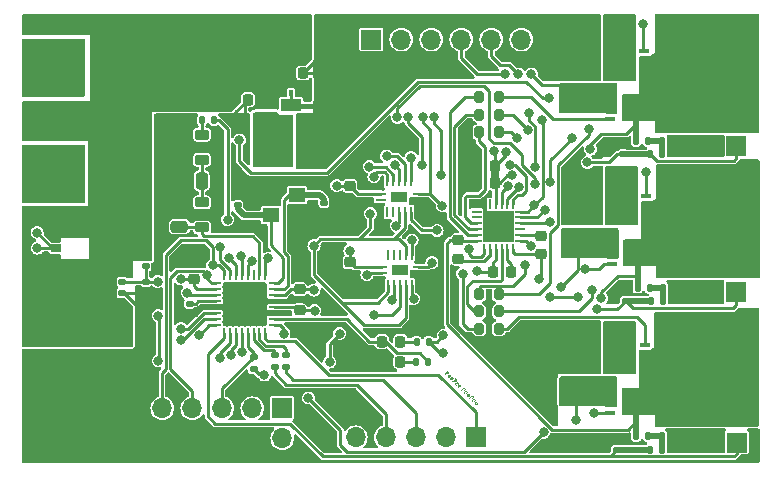
<source format=gtl>
G04 #@! TF.GenerationSoftware,KiCad,Pcbnew,8.0.1*
G04 #@! TF.CreationDate,2024-05-08T18:23:47+03:00*
G04 #@! TF.ProjectId,esc,6573632e-6b69-4636-9164-5f7063625858,rev?*
G04 #@! TF.SameCoordinates,Original*
G04 #@! TF.FileFunction,Copper,L1,Top*
G04 #@! TF.FilePolarity,Positive*
%FSLAX46Y46*%
G04 Gerber Fmt 4.6, Leading zero omitted, Abs format (unit mm)*
G04 Created by KiCad (PCBNEW 8.0.1) date 2024-05-08 18:23:47*
%MOMM*%
%LPD*%
G01*
G04 APERTURE LIST*
G04 Aperture macros list*
%AMRoundRect*
0 Rectangle with rounded corners*
0 $1 Rounding radius*
0 $2 $3 $4 $5 $6 $7 $8 $9 X,Y pos of 4 corners*
0 Add a 4 corners polygon primitive as box body*
4,1,4,$2,$3,$4,$5,$6,$7,$8,$9,$2,$3,0*
0 Add four circle primitives for the rounded corners*
1,1,$1+$1,$2,$3*
1,1,$1+$1,$4,$5*
1,1,$1+$1,$6,$7*
1,1,$1+$1,$8,$9*
0 Add four rect primitives between the rounded corners*
20,1,$1+$1,$2,$3,$4,$5,0*
20,1,$1+$1,$4,$5,$6,$7,0*
20,1,$1+$1,$6,$7,$8,$9,0*
20,1,$1+$1,$8,$9,$2,$3,0*%
G04 Aperture macros list end*
%ADD10C,0.100000*%
G04 #@! TA.AperFunction,NonConductor*
%ADD11C,0.100000*%
G04 #@! TD*
G04 #@! TA.AperFunction,SMDPad,CuDef*
%ADD12RoundRect,0.140000X0.170000X-0.140000X0.170000X0.140000X-0.170000X0.140000X-0.170000X-0.140000X0*%
G04 #@! TD*
G04 #@! TA.AperFunction,SMDPad,CuDef*
%ADD13R,0.900000X1.640000*%
G04 #@! TD*
G04 #@! TA.AperFunction,SMDPad,CuDef*
%ADD14R,0.900000X0.340000*%
G04 #@! TD*
G04 #@! TA.AperFunction,SMDPad,CuDef*
%ADD15R,2.360000X2.290000*%
G04 #@! TD*
G04 #@! TA.AperFunction,ComponentPad*
%ADD16R,1.700000X1.700000*%
G04 #@! TD*
G04 #@! TA.AperFunction,SMDPad,CuDef*
%ADD17R,0.900000X0.240000*%
G04 #@! TD*
G04 #@! TA.AperFunction,SMDPad,CuDef*
%ADD18R,0.240000X0.900000*%
G04 #@! TD*
G04 #@! TA.AperFunction,SMDPad,CuDef*
%ADD19R,1.400000X0.900000*%
G04 #@! TD*
G04 #@! TA.AperFunction,SMDPad,CuDef*
%ADD20RoundRect,0.200000X-0.200000X-0.275000X0.200000X-0.275000X0.200000X0.275000X-0.200000X0.275000X0*%
G04 #@! TD*
G04 #@! TA.AperFunction,SMDPad,CuDef*
%ADD21RoundRect,0.225000X-0.250000X0.225000X-0.250000X-0.225000X0.250000X-0.225000X0.250000X0.225000X0*%
G04 #@! TD*
G04 #@! TA.AperFunction,SMDPad,CuDef*
%ADD22RoundRect,0.250000X-1.075000X0.362500X-1.075000X-0.362500X1.075000X-0.362500X1.075000X0.362500X0*%
G04 #@! TD*
G04 #@! TA.AperFunction,SMDPad,CuDef*
%ADD23RoundRect,0.250000X-0.475000X0.250000X-0.475000X-0.250000X0.475000X-0.250000X0.475000X0.250000X0*%
G04 #@! TD*
G04 #@! TA.AperFunction,SMDPad,CuDef*
%ADD24RoundRect,0.135000X0.135000X0.185000X-0.135000X0.185000X-0.135000X-0.185000X0.135000X-0.185000X0*%
G04 #@! TD*
G04 #@! TA.AperFunction,SMDPad,CuDef*
%ADD25RoundRect,0.218750X-0.381250X0.218750X-0.381250X-0.218750X0.381250X-0.218750X0.381250X0.218750X0*%
G04 #@! TD*
G04 #@! TA.AperFunction,SMDPad,CuDef*
%ADD26RoundRect,0.140000X-0.170000X0.140000X-0.170000X-0.140000X0.170000X-0.140000X0.170000X0.140000X0*%
G04 #@! TD*
G04 #@! TA.AperFunction,ComponentPad*
%ADD27C,1.755000*%
G04 #@! TD*
G04 #@! TA.AperFunction,SMDPad,CuDef*
%ADD28R,1.400000X1.200000*%
G04 #@! TD*
G04 #@! TA.AperFunction,SMDPad,CuDef*
%ADD29RoundRect,0.135000X-0.135000X-0.185000X0.135000X-0.185000X0.135000X0.185000X-0.135000X0.185000X0*%
G04 #@! TD*
G04 #@! TA.AperFunction,SMDPad,CuDef*
%ADD30RoundRect,0.250000X1.500000X1.000000X-1.500000X1.000000X-1.500000X-1.000000X1.500000X-1.000000X0*%
G04 #@! TD*
G04 #@! TA.AperFunction,ComponentPad*
%ADD31O,1.700000X1.700000*%
G04 #@! TD*
G04 #@! TA.AperFunction,SMDPad,CuDef*
%ADD32RoundRect,0.250000X-0.250000X-0.475000X0.250000X-0.475000X0.250000X0.475000X-0.250000X0.475000X0*%
G04 #@! TD*
G04 #@! TA.AperFunction,SMDPad,CuDef*
%ADD33RoundRect,0.225000X0.225000X0.250000X-0.225000X0.250000X-0.225000X-0.250000X0.225000X-0.250000X0*%
G04 #@! TD*
G04 #@! TA.AperFunction,SMDPad,CuDef*
%ADD34RoundRect,0.225000X0.250000X-0.225000X0.250000X0.225000X-0.250000X0.225000X-0.250000X-0.225000X0*%
G04 #@! TD*
G04 #@! TA.AperFunction,SMDPad,CuDef*
%ADD35RoundRect,0.225000X-0.225000X-0.250000X0.225000X-0.250000X0.225000X0.250000X-0.225000X0.250000X0*%
G04 #@! TD*
G04 #@! TA.AperFunction,SMDPad,CuDef*
%ADD36RoundRect,0.135000X0.185000X-0.135000X0.185000X0.135000X-0.185000X0.135000X-0.185000X-0.135000X0*%
G04 #@! TD*
G04 #@! TA.AperFunction,SMDPad,CuDef*
%ADD37R,0.812800X0.660400*%
G04 #@! TD*
G04 #@! TA.AperFunction,SMDPad,CuDef*
%ADD38RoundRect,0.218750X-0.218750X-0.256250X0.218750X-0.256250X0.218750X0.256250X-0.218750X0.256250X0*%
G04 #@! TD*
G04 #@! TA.AperFunction,SMDPad,CuDef*
%ADD39RoundRect,0.062500X0.375000X0.062500X-0.375000X0.062500X-0.375000X-0.062500X0.375000X-0.062500X0*%
G04 #@! TD*
G04 #@! TA.AperFunction,SMDPad,CuDef*
%ADD40RoundRect,0.062500X0.062500X0.375000X-0.062500X0.375000X-0.062500X-0.375000X0.062500X-0.375000X0*%
G04 #@! TD*
G04 #@! TA.AperFunction,SMDPad,CuDef*
%ADD41R,3.100000X3.100000*%
G04 #@! TD*
G04 #@! TA.AperFunction,SMDPad,CuDef*
%ADD42R,0.350000X0.600000*%
G04 #@! TD*
G04 #@! TA.AperFunction,SMDPad,CuDef*
%ADD43R,1.700000X1.100000*%
G04 #@! TD*
G04 #@! TA.AperFunction,SMDPad,CuDef*
%ADD44R,0.242473X0.809638*%
G04 #@! TD*
G04 #@! TA.AperFunction,SMDPad,CuDef*
%ADD45R,0.809638X0.242473*%
G04 #@! TD*
G04 #@! TA.AperFunction,SMDPad,CuDef*
%ADD46R,2.550000X2.550000*%
G04 #@! TD*
G04 #@! TA.AperFunction,ViaPad*
%ADD47C,0.800000*%
G04 #@! TD*
G04 #@! TA.AperFunction,Conductor*
%ADD48C,0.250000*%
G04 #@! TD*
G04 #@! TA.AperFunction,Conductor*
%ADD49C,0.500000*%
G04 #@! TD*
G04 #@! TA.AperFunction,Conductor*
%ADD50C,0.700000*%
G04 #@! TD*
G04 APERTURE END LIST*
D10*
D11*
G36*
X82174892Y-62298173D02*
G01*
X82189210Y-62313348D01*
X82203672Y-62331100D01*
X82215166Y-62348352D01*
X82224825Y-62367847D01*
X82230444Y-62386660D01*
X82230917Y-62389292D01*
X82231725Y-62409944D01*
X82227101Y-62429896D01*
X82217045Y-62449148D01*
X82203790Y-62465420D01*
X82201557Y-62467701D01*
X82186691Y-62480753D01*
X82169302Y-62491871D01*
X82150995Y-62499426D01*
X82145324Y-62500999D01*
X82124249Y-62503873D01*
X82102912Y-62502144D01*
X82083288Y-62496577D01*
X82065481Y-62488187D01*
X82047499Y-62476541D01*
X82031369Y-62463454D01*
X82019180Y-62451950D01*
X82005111Y-62437630D01*
X81991238Y-62422760D01*
X81989060Y-62420310D01*
X81926541Y-62482830D01*
X81912856Y-62497428D01*
X81909270Y-62502035D01*
X81903813Y-62513848D01*
X81904918Y-62525592D01*
X81914106Y-62542241D01*
X81901257Y-62555090D01*
X81796735Y-62450568D01*
X81809584Y-62437719D01*
X81825059Y-62444904D01*
X81837494Y-62444904D01*
X81850205Y-62437443D01*
X81865145Y-62423741D01*
X81866301Y-62422590D01*
X81889927Y-62398964D01*
X82010407Y-62398964D01*
X82027124Y-62415682D01*
X82042509Y-62429220D01*
X82059297Y-62439286D01*
X82063600Y-62440966D01*
X82082993Y-62443616D01*
X82098348Y-62440206D01*
X82115581Y-62430907D01*
X82131572Y-62417863D01*
X82136689Y-62412919D01*
X82150031Y-62398023D01*
X82160684Y-62381626D01*
X82163631Y-62374923D01*
X82167167Y-62355674D01*
X82164598Y-62341487D01*
X82154806Y-62323428D01*
X82142354Y-62309019D01*
X82128239Y-62295196D01*
X82120938Y-62288432D01*
X82010407Y-62398964D01*
X81889927Y-62398964D01*
X82033825Y-62255066D01*
X82047573Y-62240523D01*
X82048678Y-62239246D01*
X82056208Y-62226604D01*
X82056346Y-62214031D01*
X82049162Y-62198142D01*
X82062011Y-62185292D01*
X82174892Y-62298173D01*
G37*
G36*
X82254383Y-62539050D02*
G01*
X82260692Y-62540652D01*
X82279212Y-62547550D01*
X82296923Y-62557444D01*
X82313825Y-62570331D01*
X82322866Y-62578785D01*
X82336714Y-62594194D01*
X82347941Y-62610556D01*
X82349739Y-62613810D01*
X82357605Y-62632131D01*
X82361276Y-62648006D01*
X82361767Y-62667818D01*
X82359549Y-62681234D01*
X82352968Y-62700733D01*
X82343506Y-62718918D01*
X82342762Y-62720128D01*
X82331116Y-62736851D01*
X82317331Y-62753178D01*
X82307944Y-62763097D01*
X82184770Y-62639923D01*
X82170004Y-62656028D01*
X82156860Y-62673535D01*
X82146831Y-62692085D01*
X82142147Y-62707555D01*
X82142106Y-62727651D01*
X82149297Y-62746622D01*
X82162111Y-62762890D01*
X82177568Y-62775411D01*
X82194511Y-62783545D01*
X82214977Y-62787811D01*
X82235598Y-62788708D01*
X82240865Y-62788588D01*
X82238931Y-62822024D01*
X82218988Y-62822192D01*
X82198502Y-62820555D01*
X82178164Y-62816467D01*
X82168950Y-62813527D01*
X82149758Y-62804640D01*
X82132963Y-62793500D01*
X82116788Y-62779446D01*
X82115204Y-62777880D01*
X82099912Y-62760810D01*
X82087971Y-62743536D01*
X82078276Y-62723124D01*
X82073142Y-62702436D01*
X82072373Y-62684481D01*
X82075756Y-62663333D01*
X82083668Y-62642019D01*
X82094053Y-62623619D01*
X82096099Y-62620856D01*
X82205771Y-62620856D01*
X82270501Y-62685586D01*
X82283795Y-62670747D01*
X82296612Y-62653788D01*
X82306418Y-62635770D01*
X82307460Y-62633015D01*
X82309429Y-62612808D01*
X82299723Y-62595710D01*
X82282435Y-62586091D01*
X82262056Y-62586828D01*
X82260554Y-62587213D01*
X82241516Y-62594988D01*
X82224271Y-62605905D01*
X82207678Y-62619180D01*
X82205771Y-62620856D01*
X82096099Y-62620856D01*
X82107766Y-62605097D01*
X82121736Y-62589569D01*
X82124807Y-62586453D01*
X82141080Y-62571648D01*
X82157707Y-62559425D01*
X82176836Y-62548760D01*
X82192024Y-62542724D01*
X82211644Y-62537868D01*
X82233162Y-62536395D01*
X82254383Y-62539050D01*
G37*
G36*
X82464394Y-62749060D02*
G01*
X82470702Y-62750662D01*
X82489222Y-62757561D01*
X82506933Y-62767454D01*
X82523835Y-62780342D01*
X82532876Y-62788795D01*
X82546724Y-62804204D01*
X82557952Y-62820566D01*
X82559749Y-62823820D01*
X82567616Y-62842141D01*
X82571286Y-62858016D01*
X82571777Y-62877829D01*
X82569559Y-62891245D01*
X82562979Y-62910743D01*
X82553516Y-62928929D01*
X82552772Y-62930138D01*
X82541127Y-62946861D01*
X82527342Y-62963188D01*
X82517954Y-62973107D01*
X82394781Y-62849933D01*
X82380014Y-62866038D01*
X82366870Y-62883545D01*
X82356841Y-62902095D01*
X82352157Y-62917565D01*
X82352116Y-62937662D01*
X82359308Y-62956632D01*
X82372122Y-62972900D01*
X82387579Y-62985421D01*
X82404521Y-62993555D01*
X82424987Y-62997821D01*
X82445608Y-62998718D01*
X82450875Y-62998598D01*
X82448941Y-63032034D01*
X82428998Y-63032203D01*
X82408513Y-63030565D01*
X82388174Y-63026477D01*
X82378961Y-63023537D01*
X82359769Y-63014650D01*
X82342973Y-63003510D01*
X82326798Y-62989456D01*
X82325215Y-62987891D01*
X82309922Y-62970820D01*
X82297981Y-62953546D01*
X82288286Y-62933135D01*
X82283153Y-62912446D01*
X82282384Y-62894491D01*
X82285766Y-62873343D01*
X82293678Y-62852029D01*
X82304064Y-62833629D01*
X82306109Y-62830867D01*
X82415782Y-62830867D01*
X82480512Y-62895597D01*
X82493806Y-62880757D01*
X82506622Y-62863798D01*
X82516428Y-62845781D01*
X82517471Y-62843025D01*
X82519440Y-62822818D01*
X82509733Y-62805721D01*
X82492446Y-62796101D01*
X82472066Y-62796839D01*
X82470564Y-62797223D01*
X82451526Y-62804998D01*
X82434281Y-62815915D01*
X82417688Y-62829190D01*
X82415782Y-62830867D01*
X82306109Y-62830867D01*
X82317777Y-62815107D01*
X82331746Y-62799579D01*
X82334817Y-62796464D01*
X82351090Y-62781658D01*
X82367718Y-62769435D01*
X82386846Y-62758770D01*
X82402034Y-62752734D01*
X82421654Y-62747878D01*
X82443172Y-62746405D01*
X82464394Y-62749060D01*
G37*
G36*
X82827858Y-62951139D02*
G01*
X82842176Y-62966314D01*
X82856638Y-62984066D01*
X82868132Y-63001318D01*
X82877791Y-63020813D01*
X82883410Y-63039626D01*
X82883883Y-63042258D01*
X82884691Y-63062910D01*
X82880066Y-63082862D01*
X82870011Y-63102114D01*
X82856756Y-63118386D01*
X82854523Y-63120667D01*
X82839657Y-63133719D01*
X82822268Y-63144836D01*
X82803961Y-63152392D01*
X82798290Y-63153965D01*
X82777215Y-63156839D01*
X82755878Y-63155110D01*
X82736254Y-63149543D01*
X82718447Y-63141153D01*
X82700465Y-63129507D01*
X82684335Y-63116420D01*
X82672146Y-63104916D01*
X82658077Y-63090596D01*
X82644204Y-63075726D01*
X82642026Y-63073276D01*
X82579507Y-63135796D01*
X82565822Y-63150394D01*
X82562236Y-63155001D01*
X82556779Y-63166814D01*
X82557884Y-63178558D01*
X82567072Y-63195207D01*
X82554223Y-63208056D01*
X82449701Y-63103534D01*
X82462550Y-63090685D01*
X82478025Y-63097870D01*
X82490460Y-63097870D01*
X82503171Y-63090409D01*
X82518111Y-63076707D01*
X82519267Y-63075556D01*
X82542893Y-63051930D01*
X82663373Y-63051930D01*
X82680090Y-63068648D01*
X82695475Y-63082186D01*
X82712263Y-63092252D01*
X82716566Y-63093932D01*
X82735959Y-63096582D01*
X82751314Y-63093172D01*
X82768547Y-63083873D01*
X82784538Y-63070829D01*
X82789655Y-63065885D01*
X82802997Y-63050989D01*
X82813650Y-63034592D01*
X82816597Y-63027889D01*
X82820133Y-63008640D01*
X82817564Y-62994453D01*
X82807772Y-62976394D01*
X82795320Y-62961985D01*
X82781205Y-62948162D01*
X82773904Y-62941398D01*
X82663373Y-63051930D01*
X82542893Y-63051930D01*
X82686791Y-62908032D01*
X82700539Y-62893489D01*
X82701644Y-62892212D01*
X82709174Y-62879570D01*
X82709312Y-62866997D01*
X82702128Y-62851108D01*
X82714977Y-62838258D01*
X82827858Y-62951139D01*
G37*
G36*
X82907349Y-63192016D02*
G01*
X82913658Y-63193618D01*
X82932178Y-63200516D01*
X82949889Y-63210410D01*
X82966791Y-63223297D01*
X82975832Y-63231751D01*
X82989680Y-63247160D01*
X83000907Y-63263522D01*
X83002705Y-63266776D01*
X83010571Y-63285097D01*
X83014242Y-63300972D01*
X83014733Y-63320784D01*
X83012515Y-63334200D01*
X83005934Y-63353699D01*
X82996472Y-63371884D01*
X82995728Y-63373094D01*
X82984082Y-63389817D01*
X82970297Y-63406144D01*
X82960910Y-63416063D01*
X82837736Y-63292889D01*
X82822970Y-63308994D01*
X82809826Y-63326501D01*
X82799797Y-63345051D01*
X82795113Y-63360521D01*
X82795072Y-63380617D01*
X82802263Y-63399587D01*
X82815077Y-63415856D01*
X82830534Y-63428377D01*
X82847477Y-63436511D01*
X82867943Y-63440777D01*
X82888564Y-63441674D01*
X82893831Y-63441554D01*
X82891897Y-63474990D01*
X82871954Y-63475158D01*
X82851468Y-63473521D01*
X82831130Y-63469433D01*
X82821916Y-63466493D01*
X82802724Y-63457606D01*
X82785929Y-63446466D01*
X82769754Y-63432412D01*
X82768170Y-63430846D01*
X82752878Y-63413776D01*
X82740937Y-63396502D01*
X82731242Y-63376090D01*
X82726108Y-63355402D01*
X82725339Y-63337447D01*
X82728722Y-63316299D01*
X82736634Y-63294985D01*
X82747019Y-63276585D01*
X82749065Y-63273822D01*
X82858737Y-63273822D01*
X82923467Y-63338552D01*
X82936761Y-63323713D01*
X82949578Y-63306754D01*
X82959384Y-63288736D01*
X82960426Y-63285981D01*
X82962395Y-63265774D01*
X82952689Y-63248676D01*
X82935401Y-63239057D01*
X82915022Y-63239794D01*
X82913520Y-63240179D01*
X82894482Y-63247954D01*
X82877237Y-63258871D01*
X82860644Y-63272146D01*
X82858737Y-63273822D01*
X82749065Y-63273822D01*
X82760732Y-63258063D01*
X82774702Y-63242535D01*
X82777773Y-63239419D01*
X82794046Y-63224614D01*
X82810673Y-63212391D01*
X82829802Y-63201726D01*
X82844990Y-63195690D01*
X82864610Y-63190834D01*
X82886128Y-63189361D01*
X82907349Y-63192016D01*
G37*
G36*
X83117360Y-63402026D02*
G01*
X83123668Y-63403628D01*
X83142188Y-63410527D01*
X83159899Y-63420420D01*
X83176801Y-63433308D01*
X83185842Y-63441761D01*
X83199690Y-63457170D01*
X83210918Y-63473532D01*
X83212715Y-63476786D01*
X83220581Y-63495107D01*
X83224252Y-63510982D01*
X83224743Y-63530795D01*
X83222525Y-63544211D01*
X83215945Y-63563709D01*
X83206482Y-63581895D01*
X83205738Y-63583104D01*
X83194093Y-63599827D01*
X83180308Y-63616154D01*
X83170920Y-63626073D01*
X83047747Y-63502899D01*
X83032980Y-63519004D01*
X83019836Y-63536511D01*
X83009807Y-63555061D01*
X83005123Y-63570531D01*
X83005082Y-63590628D01*
X83012274Y-63609598D01*
X83025088Y-63625866D01*
X83040545Y-63638387D01*
X83057487Y-63646521D01*
X83077953Y-63650787D01*
X83098574Y-63651684D01*
X83103841Y-63651564D01*
X83101907Y-63685000D01*
X83081964Y-63685169D01*
X83061479Y-63683531D01*
X83041140Y-63679443D01*
X83031927Y-63676503D01*
X83012735Y-63667616D01*
X82995939Y-63656476D01*
X82979764Y-63642422D01*
X82978181Y-63640857D01*
X82962888Y-63623786D01*
X82950947Y-63606512D01*
X82941252Y-63586101D01*
X82936119Y-63565412D01*
X82935350Y-63547457D01*
X82938732Y-63526309D01*
X82946644Y-63504995D01*
X82957030Y-63486595D01*
X82959075Y-63483833D01*
X83068748Y-63483833D01*
X83133478Y-63548563D01*
X83146772Y-63533723D01*
X83159588Y-63516764D01*
X83169394Y-63498747D01*
X83170437Y-63495991D01*
X83172406Y-63475784D01*
X83162699Y-63458687D01*
X83145412Y-63449067D01*
X83125032Y-63449805D01*
X83123530Y-63450189D01*
X83104492Y-63457964D01*
X83087247Y-63468881D01*
X83070654Y-63482156D01*
X83068748Y-63483833D01*
X82959075Y-63483833D01*
X82970743Y-63468073D01*
X82984712Y-63452545D01*
X82987783Y-63449430D01*
X83004056Y-63434624D01*
X83020684Y-63422401D01*
X83039812Y-63411736D01*
X83055000Y-63405700D01*
X83074620Y-63400844D01*
X83096138Y-63399371D01*
X83117360Y-63402026D01*
G37*
G36*
X83567867Y-63691149D02*
G01*
X83582186Y-63706324D01*
X83596648Y-63724076D01*
X83608142Y-63741328D01*
X83617801Y-63760822D01*
X83623420Y-63779636D01*
X83623893Y-63782268D01*
X83624700Y-63802919D01*
X83620076Y-63822871D01*
X83610020Y-63842124D01*
X83596766Y-63858396D01*
X83594533Y-63860677D01*
X83579667Y-63873728D01*
X83562278Y-63884846D01*
X83543971Y-63892402D01*
X83538300Y-63893974D01*
X83517225Y-63896849D01*
X83495888Y-63895120D01*
X83476264Y-63889553D01*
X83458457Y-63881163D01*
X83440475Y-63869516D01*
X83424344Y-63856430D01*
X83412156Y-63844926D01*
X83398087Y-63830606D01*
X83384214Y-63815736D01*
X83382036Y-63813286D01*
X83319516Y-63875806D01*
X83305832Y-63890404D01*
X83302246Y-63895010D01*
X83296788Y-63906824D01*
X83297894Y-63918568D01*
X83307082Y-63935216D01*
X83294232Y-63948066D01*
X83189711Y-63843544D01*
X83202560Y-63830695D01*
X83218034Y-63837879D01*
X83230469Y-63837879D01*
X83243180Y-63830419D01*
X83258121Y-63816717D01*
X83259277Y-63815566D01*
X83282903Y-63791940D01*
X83403382Y-63791940D01*
X83420100Y-63808658D01*
X83435485Y-63822195D01*
X83452273Y-63832262D01*
X83456576Y-63833942D01*
X83475969Y-63836591D01*
X83491324Y-63833182D01*
X83508556Y-63823883D01*
X83524547Y-63810839D01*
X83529665Y-63805894D01*
X83543006Y-63790998D01*
X83553660Y-63774602D01*
X83556607Y-63767899D01*
X83560143Y-63748649D01*
X83557574Y-63734463D01*
X83547782Y-63716404D01*
X83535329Y-63701994D01*
X83521214Y-63688172D01*
X83513914Y-63681408D01*
X83403382Y-63791940D01*
X83282903Y-63791940D01*
X83426801Y-63648041D01*
X83440549Y-63633499D01*
X83441654Y-63632221D01*
X83449184Y-63619579D01*
X83449322Y-63607006D01*
X83442137Y-63591117D01*
X83454987Y-63578268D01*
X83567867Y-63691149D01*
G37*
G36*
X83643466Y-63930543D02*
G01*
X83663345Y-63936402D01*
X83672320Y-63940398D01*
X83689809Y-63950478D01*
X83706425Y-63963104D01*
X83717016Y-63972935D01*
X83730514Y-63987671D01*
X83743590Y-64005501D01*
X83753261Y-64023491D01*
X83760240Y-64044682D01*
X83762585Y-64066091D01*
X83762541Y-64069167D01*
X83759666Y-64090670D01*
X83752248Y-64112139D01*
X83742275Y-64130515D01*
X83728965Y-64148867D01*
X83715325Y-64164142D01*
X83712318Y-64167195D01*
X83697147Y-64181229D01*
X83679735Y-64194557D01*
X83662245Y-64204991D01*
X83642476Y-64213273D01*
X83622878Y-64217975D01*
X83601435Y-64219097D01*
X83580344Y-64215902D01*
X83574085Y-64214102D01*
X83555595Y-64206565D01*
X83537587Y-64195925D01*
X83521983Y-64183862D01*
X83510529Y-64173205D01*
X83497360Y-64158758D01*
X83485250Y-64142154D01*
X83476913Y-64126564D01*
X83522104Y-64126564D01*
X83526042Y-64146017D01*
X83533464Y-64156073D01*
X83550031Y-64166577D01*
X83556054Y-64167886D01*
X83575665Y-64165891D01*
X83582720Y-64163326D01*
X83600368Y-64153818D01*
X83613116Y-64144674D01*
X83628586Y-64131783D01*
X83643709Y-64117642D01*
X83647036Y-64114347D01*
X83662084Y-64098647D01*
X83674952Y-64083826D01*
X83687208Y-64067647D01*
X83697581Y-64050621D01*
X83702094Y-64040774D01*
X83706886Y-64021259D01*
X83703351Y-64002006D01*
X83696222Y-63992209D01*
X83679302Y-63981378D01*
X83666379Y-63979636D01*
X83646405Y-63984401D01*
X83628936Y-63993729D01*
X83612415Y-64005788D01*
X83597311Y-64018747D01*
X83582679Y-64032670D01*
X83580993Y-64034349D01*
X83566158Y-64049831D01*
X83551557Y-64066818D01*
X83539873Y-64082648D01*
X83529134Y-64101301D01*
X83526625Y-64107093D01*
X83522104Y-64126564D01*
X83476913Y-64126564D01*
X83475152Y-64123270D01*
X83471428Y-64113656D01*
X83466987Y-64094032D01*
X83466701Y-64073761D01*
X83470570Y-64052842D01*
X83471843Y-64048580D01*
X83479901Y-64029302D01*
X83490220Y-64012091D01*
X83503510Y-63994812D01*
X83517575Y-63979636D01*
X83532541Y-63965807D01*
X83549183Y-63953094D01*
X83567505Y-63942336D01*
X83570838Y-63940743D01*
X83590672Y-63933259D01*
X83610176Y-63929254D01*
X83622995Y-63928515D01*
X83643466Y-63930543D01*
G37*
G36*
X83868675Y-64155751D02*
G01*
X83888553Y-64161610D01*
X83897528Y-64165606D01*
X83915018Y-64175686D01*
X83931633Y-64188312D01*
X83942224Y-64198144D01*
X83955722Y-64212879D01*
X83968798Y-64230709D01*
X83978469Y-64248699D01*
X83985448Y-64269890D01*
X83987793Y-64291299D01*
X83987750Y-64294375D01*
X83984874Y-64315878D01*
X83977457Y-64337347D01*
X83967484Y-64355724D01*
X83954174Y-64374076D01*
X83940533Y-64389350D01*
X83937527Y-64392403D01*
X83922355Y-64406438D01*
X83904943Y-64419765D01*
X83887453Y-64430200D01*
X83867684Y-64438481D01*
X83848086Y-64443183D01*
X83826644Y-64444305D01*
X83805552Y-64441110D01*
X83799293Y-64439310D01*
X83780803Y-64431774D01*
X83762795Y-64421134D01*
X83747191Y-64409070D01*
X83735737Y-64398413D01*
X83722568Y-64383966D01*
X83710458Y-64367363D01*
X83702121Y-64351772D01*
X83747312Y-64351772D01*
X83751251Y-64371225D01*
X83758673Y-64381281D01*
X83775239Y-64391786D01*
X83781262Y-64393094D01*
X83800873Y-64391099D01*
X83807928Y-64388534D01*
X83825576Y-64379026D01*
X83838324Y-64369882D01*
X83853794Y-64356991D01*
X83868917Y-64342850D01*
X83872244Y-64339555D01*
X83887293Y-64323855D01*
X83900161Y-64309035D01*
X83912417Y-64292855D01*
X83922789Y-64275830D01*
X83927302Y-64265982D01*
X83932094Y-64246468D01*
X83928559Y-64227214D01*
X83921430Y-64217418D01*
X83904511Y-64206586D01*
X83891587Y-64204845D01*
X83871614Y-64209610D01*
X83854144Y-64218937D01*
X83837623Y-64230997D01*
X83822519Y-64243955D01*
X83807888Y-64257879D01*
X83806201Y-64259558D01*
X83791366Y-64275039D01*
X83776766Y-64292026D01*
X83765081Y-64307856D01*
X83754342Y-64326509D01*
X83751833Y-64332301D01*
X83747312Y-64351772D01*
X83702121Y-64351772D01*
X83700360Y-64348478D01*
X83696637Y-64338864D01*
X83692195Y-64319241D01*
X83691909Y-64298969D01*
X83695779Y-64278050D01*
X83697051Y-64273789D01*
X83705109Y-64254510D01*
X83715429Y-64237300D01*
X83728718Y-64220021D01*
X83742784Y-64204845D01*
X83757750Y-64191015D01*
X83774392Y-64178302D01*
X83792713Y-64167544D01*
X83796046Y-64165951D01*
X83815880Y-64158468D01*
X83835384Y-64154462D01*
X83848203Y-64153724D01*
X83868675Y-64155751D01*
G37*
G36*
X84251229Y-64374511D02*
G01*
X84265548Y-64389686D01*
X84280010Y-64407438D01*
X84291504Y-64424690D01*
X84301163Y-64444185D01*
X84306782Y-64462998D01*
X84307255Y-64465630D01*
X84308063Y-64486282D01*
X84303438Y-64506233D01*
X84293383Y-64525486D01*
X84280128Y-64541758D01*
X84277895Y-64544039D01*
X84263029Y-64557090D01*
X84245640Y-64568208D01*
X84227333Y-64575764D01*
X84221662Y-64577336D01*
X84200587Y-64580211D01*
X84179250Y-64578482D01*
X84159626Y-64572915D01*
X84141819Y-64564525D01*
X84123837Y-64552879D01*
X84107707Y-64539792D01*
X84095518Y-64528288D01*
X84081449Y-64513968D01*
X84067576Y-64499098D01*
X84065398Y-64496648D01*
X84002879Y-64559168D01*
X83989194Y-64573766D01*
X83985608Y-64578373D01*
X83980150Y-64590186D01*
X83981256Y-64601930D01*
X83990444Y-64618579D01*
X83977594Y-64631428D01*
X83873073Y-64526906D01*
X83885922Y-64514057D01*
X83901397Y-64521242D01*
X83913831Y-64521242D01*
X83926543Y-64513781D01*
X83941483Y-64500079D01*
X83942639Y-64498928D01*
X83966265Y-64475302D01*
X84086744Y-64475302D01*
X84103462Y-64492020D01*
X84118847Y-64505557D01*
X84135635Y-64515624D01*
X84139938Y-64517304D01*
X84159331Y-64519954D01*
X84174686Y-64516544D01*
X84191919Y-64507245D01*
X84207909Y-64494201D01*
X84213027Y-64489256D01*
X84226368Y-64474361D01*
X84237022Y-64457964D01*
X84239969Y-64451261D01*
X84243505Y-64432012D01*
X84240936Y-64417825D01*
X84231144Y-64399766D01*
X84218692Y-64385357D01*
X84204576Y-64371534D01*
X84197276Y-64364770D01*
X84086744Y-64475302D01*
X83966265Y-64475302D01*
X84110163Y-64331403D01*
X84123911Y-64316861D01*
X84125016Y-64315584D01*
X84132546Y-64302942D01*
X84132684Y-64290369D01*
X84125500Y-64274480D01*
X84138349Y-64261630D01*
X84251229Y-64374511D01*
G37*
G36*
X84326829Y-64613905D02*
G01*
X84346707Y-64619764D01*
X84355682Y-64623760D01*
X84373172Y-64633840D01*
X84389787Y-64646466D01*
X84400378Y-64656298D01*
X84413876Y-64671033D01*
X84426952Y-64688863D01*
X84436623Y-64706853D01*
X84443602Y-64728044D01*
X84445947Y-64749453D01*
X84445903Y-64752529D01*
X84443028Y-64774032D01*
X84435610Y-64795501D01*
X84425637Y-64813878D01*
X84412327Y-64832229D01*
X84398687Y-64847504D01*
X84395681Y-64850557D01*
X84380509Y-64864592D01*
X84363097Y-64877919D01*
X84345607Y-64888354D01*
X84325838Y-64896635D01*
X84306240Y-64901337D01*
X84284798Y-64902459D01*
X84263706Y-64899264D01*
X84257447Y-64897464D01*
X84238957Y-64889928D01*
X84220949Y-64879288D01*
X84205345Y-64867224D01*
X84193891Y-64856567D01*
X84180722Y-64842120D01*
X84168612Y-64825517D01*
X84160275Y-64809926D01*
X84205466Y-64809926D01*
X84209404Y-64829379D01*
X84216826Y-64839435D01*
X84233393Y-64849940D01*
X84239416Y-64851248D01*
X84259027Y-64849253D01*
X84266082Y-64846688D01*
X84283730Y-64837180D01*
X84296478Y-64828036D01*
X84311948Y-64815145D01*
X84327071Y-64801004D01*
X84330398Y-64797709D01*
X84345447Y-64782009D01*
X84358315Y-64767189D01*
X84370571Y-64751009D01*
X84380943Y-64733984D01*
X84385456Y-64724136D01*
X84390248Y-64704621D01*
X84386713Y-64685368D01*
X84379584Y-64675571D01*
X84362665Y-64664740D01*
X84349741Y-64662999D01*
X84329767Y-64667764D01*
X84312298Y-64677091D01*
X84295777Y-64689150D01*
X84280673Y-64702109D01*
X84266042Y-64716032D01*
X84264355Y-64717712D01*
X84249520Y-64733193D01*
X84234920Y-64750180D01*
X84223235Y-64766010D01*
X84212496Y-64784663D01*
X84209987Y-64790455D01*
X84205466Y-64809926D01*
X84160275Y-64809926D01*
X84158514Y-64806632D01*
X84154791Y-64797018D01*
X84150349Y-64777394D01*
X84150063Y-64757123D01*
X84153932Y-64736204D01*
X84155205Y-64731943D01*
X84163263Y-64712664D01*
X84173583Y-64695454D01*
X84186872Y-64678174D01*
X84200938Y-64662999D01*
X84215904Y-64649169D01*
X84232545Y-64636456D01*
X84250867Y-64625698D01*
X84254200Y-64624105D01*
X84274034Y-64616622D01*
X84293538Y-64612616D01*
X84306357Y-64611878D01*
X84326829Y-64613905D01*
G37*
G36*
X84552037Y-64839114D02*
G01*
X84571915Y-64844972D01*
X84580890Y-64848968D01*
X84598380Y-64859049D01*
X84614995Y-64871675D01*
X84625586Y-64881506D01*
X84639084Y-64896241D01*
X84652160Y-64914071D01*
X84661831Y-64932061D01*
X84668810Y-64953252D01*
X84671155Y-64974661D01*
X84671112Y-64977738D01*
X84668236Y-64999240D01*
X84660819Y-65020710D01*
X84650846Y-65039086D01*
X84637536Y-65057438D01*
X84623895Y-65072712D01*
X84620889Y-65075765D01*
X84605717Y-65089800D01*
X84588305Y-65103127D01*
X84570815Y-65113562D01*
X84551047Y-65121843D01*
X84531448Y-65126545D01*
X84510006Y-65127668D01*
X84488914Y-65124473D01*
X84482655Y-65122672D01*
X84464166Y-65115136D01*
X84446157Y-65104496D01*
X84430553Y-65092432D01*
X84419099Y-65081775D01*
X84405931Y-65067329D01*
X84393820Y-65050725D01*
X84385483Y-65035134D01*
X84430674Y-65035134D01*
X84434613Y-65054587D01*
X84442035Y-65064643D01*
X84458602Y-65075148D01*
X84464625Y-65076456D01*
X84484235Y-65074461D01*
X84491290Y-65071897D01*
X84508938Y-65062388D01*
X84521687Y-65053244D01*
X84537156Y-65040353D01*
X84552279Y-65026212D01*
X84555606Y-65022917D01*
X84570655Y-65007218D01*
X84583523Y-64992397D01*
X84595779Y-64976217D01*
X84606151Y-64959192D01*
X84610665Y-64949345D01*
X84615456Y-64929830D01*
X84611921Y-64910577D01*
X84604793Y-64900780D01*
X84587873Y-64889949D01*
X84574949Y-64888207D01*
X84554976Y-64892972D01*
X84537507Y-64902300D01*
X84520985Y-64914359D01*
X84505881Y-64927317D01*
X84491250Y-64941241D01*
X84489563Y-64942920D01*
X84474728Y-64958401D01*
X84460128Y-64975388D01*
X84448443Y-64991218D01*
X84437704Y-65009871D01*
X84435196Y-65015664D01*
X84430674Y-65035134D01*
X84385483Y-65035134D01*
X84383722Y-65031841D01*
X84379999Y-65022227D01*
X84375557Y-65002603D01*
X84375271Y-64982331D01*
X84379141Y-64961412D01*
X84380413Y-64957151D01*
X84388472Y-64937872D01*
X84398791Y-64920662D01*
X84412081Y-64903383D01*
X84426146Y-64888207D01*
X84441112Y-64874377D01*
X84457754Y-64861665D01*
X84476075Y-64850906D01*
X84479408Y-64849313D01*
X84499242Y-64841830D01*
X84518746Y-64837824D01*
X84531565Y-64837086D01*
X84552037Y-64839114D01*
G37*
D12*
X54500000Y-54680000D03*
X54500000Y-55640000D03*
D13*
X98749720Y-61311899D03*
D14*
X98749720Y-60011899D03*
D15*
X96579720Y-60986899D03*
D13*
X98870000Y-48734325D03*
D14*
X98870000Y-47434325D03*
D15*
X96700000Y-48409325D03*
D13*
X98740000Y-36409325D03*
D14*
X98740000Y-35109325D03*
D15*
X96570000Y-36084325D03*
D16*
X106520000Y-43160000D03*
X106500000Y-55560000D03*
X106550000Y-68300000D03*
D17*
X76430000Y-47730000D03*
D18*
X76980000Y-48780000D03*
X77480000Y-48780000D03*
X77980000Y-48780000D03*
X78480000Y-48780000D03*
X78980000Y-48780000D03*
D17*
X79530000Y-47730000D03*
X79530000Y-47230000D03*
D18*
X78980000Y-46180000D03*
X78480000Y-46180000D03*
X77980000Y-46180000D03*
X77480000Y-46180000D03*
X76980000Y-46180000D03*
D17*
X76430000Y-47230000D03*
D19*
X77980000Y-47480000D03*
D20*
X84746671Y-42016246D03*
X86396671Y-42016246D03*
D21*
X60585000Y-52917500D03*
X60585000Y-54467500D03*
D22*
X92960000Y-35015000D03*
X92960000Y-39640000D03*
D23*
X59360000Y-48110000D03*
X59360000Y-50010000D03*
D24*
X100345000Y-56325000D03*
X99325000Y-56325000D03*
D25*
X61280000Y-42220000D03*
X61280000Y-44345000D03*
D24*
X100250000Y-43900000D03*
X99230000Y-43900000D03*
D26*
X64300000Y-47249998D03*
X64300000Y-48209998D03*
D21*
X82984171Y-51168746D03*
X82984171Y-52718746D03*
D22*
X92960000Y-59855000D03*
X92960000Y-64480000D03*
D13*
X95970000Y-51914325D03*
D14*
X95970000Y-53214325D03*
D15*
X98140000Y-52239325D03*
D27*
X102030000Y-50100000D03*
D28*
X67100000Y-49050000D03*
X69300000Y-49050000D03*
X69300000Y-47350000D03*
X67100000Y-47350000D03*
D27*
X50500000Y-64750000D03*
D20*
X84746671Y-40546246D03*
X86396671Y-40546246D03*
D29*
X61280000Y-41000000D03*
X62300000Y-41000000D03*
D30*
X54660000Y-36640000D03*
X48160000Y-36640000D03*
D24*
X101270000Y-42775000D03*
X100250000Y-42775000D03*
D17*
X76500000Y-53925000D03*
D18*
X77050000Y-54975000D03*
X77550000Y-54975000D03*
X78050000Y-54975000D03*
X78550000Y-54975000D03*
X79050000Y-54975000D03*
D17*
X79600000Y-53925000D03*
X79600000Y-53425000D03*
D18*
X79050000Y-52375000D03*
X78550000Y-52375000D03*
X78050000Y-52375000D03*
X77550000Y-52375000D03*
X77050000Y-52375000D03*
D17*
X76500000Y-53425000D03*
D19*
X78050000Y-53675000D03*
D25*
X61280000Y-47960000D03*
X61280000Y-50085000D03*
D24*
X99170000Y-55200000D03*
X98150000Y-55200000D03*
D26*
X97150000Y-55340000D03*
X97150000Y-56300000D03*
D27*
X101900000Y-62500000D03*
D16*
X84460000Y-67850000D03*
D31*
X81920000Y-67850000D03*
X79380000Y-67850000D03*
X76840000Y-67850000D03*
X74300000Y-67850000D03*
X71760000Y-67850000D03*
D24*
X100245000Y-68900000D03*
X99225000Y-68900000D03*
D32*
X59370000Y-46130000D03*
X61270000Y-46130000D03*
D30*
X54700000Y-45600000D03*
X48200000Y-45600000D03*
D26*
X96900000Y-42940000D03*
X96900000Y-43900000D03*
X96400000Y-67940000D03*
X96400000Y-68900000D03*
D33*
X69670000Y-44190000D03*
X68120000Y-44190000D03*
D27*
X101900000Y-37900000D03*
D34*
X69550000Y-58665000D03*
X69550000Y-57115000D03*
D35*
X85911671Y-53876246D03*
X87461671Y-53876246D03*
D36*
X56500000Y-55700000D03*
X56500000Y-54680000D03*
X68395000Y-61910000D03*
X68395000Y-60890000D03*
D22*
X93070000Y-47309325D03*
X93070000Y-51934325D03*
D13*
X95850000Y-39629325D03*
D14*
X95850000Y-40929325D03*
D15*
X98020000Y-39954325D03*
D36*
X67455000Y-61905000D03*
X67455000Y-60885000D03*
D24*
X101270000Y-67775000D03*
X100250000Y-67775000D03*
D27*
X50650000Y-57870000D03*
D35*
X84499171Y-46326246D03*
X86049171Y-46326246D03*
D24*
X99050000Y-67775000D03*
X98030000Y-67775000D03*
D16*
X68065000Y-65385000D03*
D31*
X68065000Y-67925000D03*
X65525000Y-65385000D03*
X65525000Y-67925000D03*
X62985000Y-65385000D03*
X62985000Y-67925000D03*
X60445000Y-65385000D03*
X60445000Y-67925000D03*
X57905000Y-65385000D03*
X57905000Y-67925000D03*
D20*
X84754171Y-58666246D03*
X86404171Y-58666246D03*
D33*
X69670000Y-42285000D03*
X68120000Y-42285000D03*
D34*
X90000000Y-52340000D03*
X90000000Y-50790000D03*
D12*
X71600002Y-48965000D03*
X71600002Y-48005000D03*
D34*
X73810000Y-46570000D03*
X73810000Y-45020000D03*
D24*
X80420000Y-61450000D03*
X79400000Y-61450000D03*
D37*
X52190000Y-51840000D03*
X48888000Y-51840000D03*
D21*
X73800000Y-53025000D03*
X73800000Y-54575000D03*
X69555000Y-53757500D03*
X69555000Y-55307500D03*
D24*
X99045000Y-42775000D03*
X98025000Y-42775000D03*
D13*
X95852220Y-64471899D03*
D14*
X95852220Y-65771899D03*
D15*
X98022220Y-64796899D03*
D38*
X76500000Y-59750000D03*
X78075000Y-59750000D03*
D33*
X86046671Y-44866246D03*
X84496671Y-44866246D03*
X69830000Y-37005000D03*
X68280000Y-37005000D03*
D20*
X84746671Y-39066246D03*
X86396671Y-39066246D03*
X84754171Y-55736246D03*
X86404171Y-55736246D03*
D39*
X67332500Y-58330000D03*
X67332500Y-57830000D03*
X67332500Y-57330000D03*
X67332500Y-56830000D03*
X67332500Y-56330000D03*
X67332500Y-55830000D03*
X67332500Y-55330000D03*
X67332500Y-54830000D03*
D40*
X66645000Y-54142500D03*
X66145000Y-54142500D03*
X65645000Y-54142500D03*
X65145000Y-54142500D03*
X64645000Y-54142500D03*
X64145000Y-54142500D03*
X63645000Y-54142500D03*
X63145000Y-54142500D03*
D39*
X62457500Y-54830000D03*
X62457500Y-55330000D03*
X62457500Y-55830000D03*
X62457500Y-56330000D03*
X62457500Y-56830000D03*
X62457500Y-57330000D03*
X62457500Y-57830000D03*
X62457500Y-58330000D03*
D40*
X63145000Y-59017500D03*
X63645000Y-59017500D03*
X64145000Y-59017500D03*
X64645000Y-59017500D03*
X65145000Y-59017500D03*
X65645000Y-59017500D03*
X66145000Y-59017500D03*
X66645000Y-59017500D03*
D41*
X64895000Y-56580000D03*
D20*
X84764171Y-57196246D03*
X86414171Y-57196246D03*
D38*
X76500000Y-61450000D03*
X78075000Y-61450000D03*
D36*
X65640000Y-62080000D03*
X65640000Y-61060000D03*
D24*
X101370000Y-55200000D03*
X100350000Y-55200000D03*
D42*
X68175000Y-40800000D03*
X68825000Y-40800000D03*
X69475000Y-40800000D03*
X69475000Y-38700000D03*
X68825000Y-38700000D03*
X68175000Y-38700000D03*
D43*
X68825000Y-39750000D03*
D36*
X56500000Y-53390000D03*
X56500000Y-52370000D03*
D12*
X60230000Y-57500000D03*
X60230000Y-56540000D03*
D35*
X65170000Y-39265000D03*
X66720000Y-39265000D03*
D24*
X80470000Y-59750000D03*
X79450000Y-59750000D03*
D16*
X75610000Y-34180000D03*
D31*
X78150000Y-34180000D03*
X80690000Y-34180000D03*
X83230000Y-34180000D03*
X85770000Y-34180000D03*
X88310000Y-34180000D03*
D44*
X87640001Y-48111246D03*
X87140002Y-48111246D03*
X86640001Y-48111246D03*
X86140001Y-48111246D03*
X85640000Y-48111246D03*
X85140001Y-48111246D03*
D45*
X84538754Y-48741246D03*
X84538754Y-49241245D03*
X84538754Y-49741246D03*
X84538754Y-50241246D03*
X84538754Y-50741247D03*
X84538754Y-51241246D03*
D44*
X85140000Y-51871246D03*
X85639999Y-51871246D03*
X86140000Y-51871246D03*
X86640000Y-51871246D03*
X87140001Y-51871246D03*
X87640000Y-51871246D03*
D45*
X88241246Y-51241246D03*
X88241246Y-50741247D03*
X88241246Y-50241246D03*
X88241246Y-49741246D03*
X88241246Y-49241245D03*
X88241246Y-48741246D03*
D46*
X86390000Y-49991246D03*
D47*
X99600000Y-65100000D03*
X100400000Y-63700000D03*
X99600000Y-64200000D03*
X99600000Y-62400000D03*
X99600000Y-63300000D03*
X99600000Y-61500000D03*
X100400000Y-62800000D03*
X100400000Y-61900000D03*
X99600000Y-60600000D03*
X99700000Y-52590000D03*
X100500000Y-51190000D03*
X99700000Y-51690000D03*
X99700000Y-49890000D03*
X99700000Y-50790000D03*
X99700000Y-48990000D03*
X100500000Y-50290000D03*
X100500000Y-49390000D03*
X99700000Y-48090000D03*
X99600000Y-40200000D03*
X99600000Y-35700000D03*
X100400000Y-37900000D03*
X100400000Y-38800000D03*
X99600000Y-39300000D03*
X99600000Y-38400000D03*
X99600000Y-37500000D03*
X99600000Y-36600000D03*
X100400000Y-37000000D03*
X65930000Y-56580000D03*
X71450000Y-32610000D03*
X71335000Y-41055000D03*
X93840000Y-34980000D03*
X65550000Y-46550000D03*
X70800000Y-49780000D03*
X96250000Y-55340000D03*
X65930000Y-57610000D03*
X48640000Y-34820000D03*
X93890000Y-48430000D03*
X71475000Y-38975000D03*
X64090000Y-41110000D03*
X93930000Y-36180000D03*
X61420000Y-66850000D03*
X49670000Y-38470000D03*
X50500000Y-66180000D03*
X49370000Y-36590000D03*
X92110000Y-33700000D03*
X103790000Y-55170000D03*
X71520000Y-39915000D03*
X65930000Y-55550000D03*
X76970000Y-41840000D03*
X47770000Y-43780000D03*
X57850000Y-47650000D03*
X74540000Y-44100000D03*
X73410000Y-60800000D03*
X71435000Y-37030000D03*
X50500000Y-63300000D03*
X102910000Y-56020000D03*
X92820000Y-49350000D03*
X92820000Y-45100000D03*
X91640000Y-59810000D03*
X46590000Y-69260000D03*
X93830000Y-45980000D03*
X59340000Y-56780000D03*
X64895000Y-55550000D03*
X49450000Y-45550000D03*
X49600000Y-34830000D03*
X49020000Y-64760000D03*
X58970000Y-44670000D03*
X92140000Y-36230000D03*
X86390000Y-49991246D03*
X95936466Y-43466466D03*
X87210000Y-49990000D03*
X86390000Y-50820000D03*
X94640000Y-45310000D03*
X49750000Y-47430000D03*
X65500000Y-47650000D03*
X70165000Y-41365000D03*
X93080000Y-58760000D03*
X92850000Y-46010000D03*
X64895000Y-56580000D03*
X46640000Y-61210000D03*
X63860000Y-56580000D03*
X60023000Y-52072672D03*
X103380000Y-68585000D03*
X46920000Y-47430000D03*
X71810000Y-53100000D03*
X94440000Y-32530000D03*
X94083966Y-68363966D03*
X48790000Y-47420000D03*
X46820000Y-36640000D03*
X52010000Y-64750000D03*
X48720000Y-43780000D03*
X103780000Y-42890000D03*
X93040000Y-33700000D03*
X92900000Y-47320000D03*
X83550000Y-43590000D03*
X64830000Y-41520000D03*
X62550000Y-43220000D03*
X47334000Y-51835000D03*
X88610000Y-58480000D03*
X94060000Y-33670000D03*
X92830000Y-48460000D03*
X63860000Y-57610000D03*
X74250000Y-48120000D03*
X91315000Y-68410000D03*
X71880000Y-49888000D03*
X47760000Y-38460000D03*
X75070000Y-60760000D03*
X48190000Y-45600000D03*
X46770000Y-34830000D03*
X72600000Y-49080000D03*
X63860000Y-55550000D03*
X94090000Y-58710000D03*
X75760000Y-55480000D03*
X64300000Y-46300000D03*
X93930000Y-47330000D03*
X70470000Y-59310000D03*
X85570000Y-49990000D03*
X59170000Y-66750000D03*
X48710000Y-38460000D03*
X93920000Y-49340000D03*
X80810412Y-57816421D03*
X69125000Y-51685000D03*
X47319000Y-50535000D03*
X49680000Y-43790000D03*
X102565000Y-43570000D03*
X57940000Y-46140000D03*
X93040000Y-36210000D03*
X56960000Y-56555000D03*
X46840000Y-38470000D03*
X56610000Y-59520000D03*
X71350000Y-58775000D03*
X74640000Y-55470000D03*
X81326523Y-49113095D03*
X90400000Y-65500000D03*
X64895000Y-57610000D03*
X69890000Y-52048000D03*
X75000000Y-61680000D03*
X83580000Y-45640000D03*
X69790000Y-51192000D03*
X58200000Y-41550000D03*
X92170000Y-34970000D03*
X70970000Y-44180000D03*
X72060000Y-51840000D03*
X46850000Y-43790000D03*
X48110000Y-36640000D03*
X91630000Y-58720000D03*
X91600000Y-60920000D03*
X71400000Y-35655000D03*
X104290000Y-67800000D03*
X93050000Y-60950000D03*
X56950000Y-66850000D03*
X46900000Y-45600000D03*
X47840000Y-47420000D03*
X70405000Y-66065000D03*
X93070000Y-59850000D03*
X94030000Y-59850000D03*
X80540000Y-54760000D03*
X62560000Y-47115000D03*
X86390000Y-49170000D03*
X59405000Y-52640000D03*
X94023579Y-60885519D03*
X71400000Y-46320000D03*
X47690000Y-34820000D03*
X71245000Y-41960000D03*
X84510000Y-43760000D03*
X86040000Y-43640000D03*
X54880000Y-47470000D03*
X53140000Y-38510000D03*
X54650000Y-45610000D03*
X97380000Y-59310000D03*
X54000000Y-34710000D03*
X96600000Y-34380000D03*
X96750000Y-46750000D03*
X53380000Y-36610000D03*
X54590000Y-36650000D03*
X54850000Y-34710000D03*
X53140000Y-34730000D03*
X54060000Y-43670000D03*
X95870000Y-45880000D03*
X96520000Y-58460000D03*
X97410000Y-60980000D03*
X50640000Y-56390000D03*
X54820000Y-38510000D03*
X53440000Y-45570000D03*
X55720000Y-36590000D03*
X96730000Y-48390000D03*
X97410000Y-36090000D03*
X97460000Y-33480000D03*
X50650000Y-59360000D03*
X95720000Y-34380000D03*
X95830000Y-46750000D03*
X96580000Y-33510000D03*
X53200000Y-43690000D03*
X97450000Y-34400000D03*
X97650000Y-45880000D03*
X96510000Y-59330000D03*
X96560000Y-36080000D03*
X96740000Y-45900000D03*
X54050000Y-47470000D03*
X96550000Y-61010000D03*
X52130000Y-57870000D03*
X49180000Y-57860000D03*
X53990000Y-38510000D03*
X86980000Y-43690000D03*
X95690000Y-33550000D03*
X97620000Y-48370000D03*
X95700000Y-59300000D03*
X97670000Y-46750000D03*
X97380000Y-58460000D03*
X54910000Y-43670000D03*
X55780000Y-45550000D03*
X95710000Y-58460000D03*
X87550000Y-45680000D03*
X53200000Y-47470000D03*
X94160000Y-43445000D03*
X89780000Y-54410000D03*
X92570000Y-42550000D03*
X90758966Y-46231034D03*
X84520000Y-53790000D03*
X95100000Y-56075000D03*
X90700000Y-56000000D03*
X93100000Y-56000000D03*
X59500000Y-59593546D03*
X93900000Y-44575000D03*
X90682000Y-39160000D03*
X64450000Y-42680000D03*
X62188300Y-53285603D03*
X75240000Y-54076500D03*
X63541034Y-52658966D03*
X78970000Y-44180000D03*
X65493000Y-52950000D03*
X77728966Y-49928966D03*
X75830000Y-57496466D03*
X61683196Y-54068873D03*
X62840300Y-51770000D03*
X72925000Y-59075000D03*
X79070000Y-51160000D03*
X72075000Y-61475000D03*
X64581967Y-52515000D03*
X75450000Y-44941500D03*
X98650000Y-32900000D03*
X94010000Y-41780000D03*
X98860000Y-45400000D03*
X94310000Y-55348000D03*
X93722000Y-53597812D03*
X88860000Y-41810000D03*
X88660000Y-53230000D03*
X89114491Y-51688500D03*
X83350000Y-54000000D03*
X83860294Y-51893246D03*
X66856082Y-43720000D03*
X81710000Y-59220000D03*
X81700000Y-60750000D03*
X59510000Y-54440000D03*
X70820000Y-57120000D03*
X73795000Y-52055000D03*
X66030000Y-44560000D03*
X66093918Y-40810000D03*
X66040000Y-43720000D03*
X66906082Y-41640000D03*
X66846082Y-44560000D03*
X66560000Y-62570000D03*
X66910000Y-40810000D03*
X70750000Y-55390000D03*
X72690000Y-46550000D03*
X66090000Y-41640000D03*
X87970000Y-42520000D03*
X94480000Y-65770000D03*
X61055292Y-59172640D03*
X94710000Y-56998000D03*
X60023000Y-55610784D03*
X57510000Y-54670000D03*
X66900000Y-52700000D03*
X75826010Y-45788819D03*
X75540000Y-48910000D03*
X76900000Y-44031500D03*
X70760000Y-51630000D03*
X77813771Y-40767871D03*
X89454966Y-46410000D03*
X81170000Y-50340000D03*
X90760000Y-49640000D03*
X79960000Y-40700000D03*
X81610000Y-48230500D03*
X90310000Y-48600000D03*
X77398000Y-56185000D03*
X89395000Y-48205000D03*
X90030000Y-40950000D03*
X88050000Y-37098000D03*
X87362966Y-44772062D03*
X78740000Y-40730000D03*
X79930000Y-44838777D03*
X77634138Y-44838777D03*
X88086095Y-46688479D03*
X80740000Y-53060000D03*
X89454966Y-44960000D03*
X88940000Y-40360000D03*
X86890000Y-37098000D03*
X80890000Y-40715000D03*
X79202000Y-56125000D03*
X81530000Y-45680000D03*
X87170000Y-46550000D03*
X57578000Y-61375000D03*
X57578000Y-57550000D03*
X59495000Y-58666546D03*
X62790000Y-61170000D03*
X89155000Y-37100000D03*
X63726510Y-60849788D03*
X91650000Y-55125000D03*
X92960000Y-66400000D03*
X90200000Y-67420000D03*
X70287500Y-64512500D03*
X64660000Y-60651336D03*
X68210000Y-59070000D03*
X63440000Y-49433000D03*
D48*
X94481899Y-65771899D02*
X94480000Y-65770000D01*
X95852220Y-65771899D02*
X94481899Y-65771899D01*
X70750000Y-39700000D02*
X71475000Y-38975000D01*
X68875000Y-39700000D02*
X70750000Y-39700000D01*
X68825000Y-39750000D02*
X68875000Y-39700000D01*
X54700000Y-55640000D02*
X55610000Y-56550000D01*
X54500000Y-55640000D02*
X54700000Y-55640000D01*
X56440000Y-55640000D02*
X56500000Y-55700000D01*
X54500000Y-55640000D02*
X56440000Y-55640000D01*
X56500000Y-54680000D02*
X54500000Y-54680000D01*
X56955000Y-56550000D02*
X56960000Y-56555000D01*
X55610000Y-56550000D02*
X56955000Y-56550000D01*
X95285675Y-53214325D02*
X95970000Y-53214325D01*
X93722000Y-53597812D02*
X94902188Y-53597812D01*
X94902188Y-53597812D02*
X95285675Y-53214325D01*
X106500000Y-55560000D02*
X106500000Y-56670000D01*
X106500000Y-56670000D02*
X106238000Y-56932000D01*
X106520000Y-44230000D02*
X106278000Y-44472000D01*
X106520000Y-43160000D02*
X106520000Y-44230000D01*
X106550000Y-68300000D02*
X106550000Y-69250000D01*
X90950000Y-67200000D02*
X97305000Y-67200000D01*
X97305000Y-67200000D02*
X98030000Y-66475000D01*
X82281254Y-51168746D02*
X82000000Y-51450000D01*
X82000000Y-51450000D02*
X82000000Y-58250000D01*
X82000000Y-58250000D02*
X90950000Y-67200000D01*
X82984171Y-51168746D02*
X82281254Y-51168746D01*
X92960000Y-66400000D02*
X92960000Y-64480000D01*
X106328000Y-69472000D02*
X95828000Y-69472000D01*
X106550000Y-69250000D02*
X106328000Y-69472000D01*
X97782000Y-56932000D02*
X97150000Y-56300000D01*
X106238000Y-56932000D02*
X97782000Y-56932000D01*
X99802000Y-44472000D02*
X99230000Y-43900000D01*
X106278000Y-44472000D02*
X99802000Y-44472000D01*
X73160000Y-45020000D02*
X73810000Y-45020000D01*
X71860000Y-46320000D02*
X73160000Y-45020000D01*
X71400000Y-46320000D02*
X71860000Y-46320000D01*
X84266246Y-46326246D02*
X84499171Y-46326246D01*
X83580000Y-45640000D02*
X84266246Y-46326246D01*
X84499171Y-45949171D02*
X84499171Y-46326246D01*
X83550000Y-43590000D02*
X83550000Y-43919575D01*
X83550000Y-43919575D02*
X84496671Y-44866246D01*
X83550000Y-43590000D02*
X83550000Y-45000000D01*
X83550000Y-45000000D02*
X84499171Y-45949171D01*
X71080000Y-40800000D02*
X71335000Y-41055000D01*
X69475000Y-40800000D02*
X71080000Y-40800000D01*
X71245000Y-41960000D02*
X70920000Y-42285000D01*
X70920000Y-42285000D02*
X69670000Y-42285000D01*
X70165000Y-41790000D02*
X69670000Y-42285000D01*
X70165000Y-41365000D02*
X70165000Y-41790000D01*
X68990000Y-39915000D02*
X68825000Y-39750000D01*
X71520000Y-39915000D02*
X68990000Y-39915000D01*
X71400000Y-35655000D02*
X71180000Y-35655000D01*
X71180000Y-35655000D02*
X69830000Y-37005000D01*
X71410000Y-37005000D02*
X69830000Y-37005000D01*
X71435000Y-37030000D02*
X71410000Y-37005000D01*
X86471686Y-46326246D02*
X86049171Y-46326246D01*
X87117932Y-45680000D02*
X86471686Y-46326246D01*
X87550000Y-45680000D02*
X87117932Y-45680000D01*
X79930000Y-42425000D02*
X79930000Y-44838777D01*
X78740000Y-41235000D02*
X79930000Y-42425000D01*
X78740000Y-40730000D02*
X78740000Y-41235000D01*
X81530000Y-41885000D02*
X81530000Y-45680000D01*
X80890000Y-41245000D02*
X81530000Y-41885000D01*
X80890000Y-40715000D02*
X80890000Y-41245000D01*
X87140002Y-47634572D02*
X87140002Y-48111246D01*
X88086095Y-46688479D02*
X87140002Y-47634572D01*
X79960000Y-40700000D02*
X79960000Y-41172068D01*
X80620000Y-41832068D02*
X80620000Y-47240500D01*
X79960000Y-41172068D02*
X80620000Y-41832068D01*
X80540000Y-54245000D02*
X80540000Y-54760000D01*
X80220000Y-53925000D02*
X80540000Y-54245000D01*
X79600000Y-53925000D02*
X80220000Y-53925000D01*
X89454966Y-45882068D02*
X89454966Y-46410000D01*
X88392000Y-44819102D02*
X89454966Y-45882068D01*
X88392000Y-43952000D02*
X88392000Y-44819102D01*
X87388000Y-42948000D02*
X88392000Y-43952000D01*
X86699932Y-42948000D02*
X87388000Y-42948000D01*
X86687932Y-42960000D02*
X86699932Y-42948000D01*
X86000000Y-42960000D02*
X86687932Y-42960000D01*
X85600000Y-42560000D02*
X86000000Y-42960000D01*
X85600000Y-38540000D02*
X85600000Y-42560000D01*
X85187000Y-38127000D02*
X85600000Y-38540000D01*
X77813771Y-40009387D02*
X79696158Y-38127000D01*
X79696158Y-38127000D02*
X85187000Y-38127000D01*
X77813771Y-40767871D02*
X77813771Y-40009387D01*
X94083966Y-68363966D02*
X94507932Y-67940000D01*
X94507932Y-67940000D02*
X96400000Y-67940000D01*
X71497000Y-69472000D02*
X95828000Y-69472000D01*
X61775000Y-66075000D02*
X62400000Y-66700000D01*
X62400000Y-66700000D02*
X68725000Y-66700000D01*
X61775000Y-60831583D02*
X61775000Y-66075000D01*
X62538447Y-60068136D02*
X61775000Y-60831583D01*
X62541864Y-60068136D02*
X62538447Y-60068136D01*
X68725000Y-66700000D02*
X71497000Y-69472000D01*
X63145000Y-59465000D02*
X62541864Y-60068136D01*
X63145000Y-59017500D02*
X63145000Y-59465000D01*
X95828000Y-69472000D02*
X96400000Y-68900000D01*
X103780000Y-42890000D02*
X103665000Y-42775000D01*
X103665000Y-42775000D02*
X101270000Y-42775000D01*
X97194325Y-42175000D02*
X98020000Y-41349325D01*
X98020000Y-41349325D02*
X98020000Y-39954325D01*
X95090000Y-42175000D02*
X97194325Y-42175000D01*
X94160000Y-43105000D02*
X95090000Y-42175000D01*
X94160000Y-43445000D02*
X94160000Y-43105000D01*
X64450000Y-44500000D02*
X64450000Y-42680000D01*
X71840000Y-45450000D02*
X65400000Y-45450000D01*
X90682000Y-39160000D02*
X90152068Y-39160000D01*
X65400000Y-45450000D02*
X64450000Y-44500000D01*
X88742068Y-37750000D02*
X79540000Y-37750000D01*
X90152068Y-39160000D02*
X88742068Y-37750000D01*
X79540000Y-37750000D02*
X71840000Y-45450000D01*
X90750000Y-54800000D02*
X89813754Y-55736246D01*
X90750000Y-50572068D02*
X90750000Y-54800000D01*
X91412000Y-49910068D02*
X90750000Y-50572068D01*
X89813754Y-55736246D02*
X86404171Y-55736246D01*
X94010000Y-41780000D02*
X94010000Y-42240000D01*
X94010000Y-42240000D02*
X91412000Y-44838000D01*
X91412000Y-44838000D02*
X91412000Y-49910068D01*
X92450000Y-38000000D02*
X92960000Y-38510000D01*
X90055000Y-38000000D02*
X92450000Y-38000000D01*
X89155000Y-37100000D02*
X90055000Y-38000000D01*
X92960000Y-38510000D02*
X92960000Y-39640000D01*
X87300000Y-36348000D02*
X86518000Y-36348000D01*
X88050000Y-37098000D02*
X87300000Y-36348000D01*
X85770000Y-35600000D02*
X85770000Y-34180000D01*
X86518000Y-36348000D02*
X85770000Y-35600000D01*
X86645000Y-54505000D02*
X86645000Y-51876246D01*
X86645000Y-51876246D02*
X86640000Y-51871246D01*
X83727000Y-55073000D02*
X84196754Y-54603246D01*
X84196754Y-54603246D02*
X86546754Y-54603246D01*
X86546754Y-54603246D02*
X86645000Y-54505000D01*
X83727000Y-56577000D02*
X83727000Y-55073000D01*
X84346246Y-57196246D02*
X83727000Y-56577000D01*
X84764171Y-57196246D02*
X84346246Y-57196246D01*
X83720000Y-47380000D02*
X83570000Y-47530000D01*
X84746671Y-42016246D02*
X84746671Y-42796671D01*
X84746671Y-42796671D02*
X85240000Y-43290000D01*
X84750000Y-47380000D02*
X83720000Y-47380000D01*
X85240000Y-43290000D02*
X85240000Y-46890000D01*
X85240000Y-46890000D02*
X84750000Y-47380000D01*
X83570000Y-47530000D02*
X83570000Y-49220000D01*
X84091246Y-49741246D02*
X84538754Y-49741246D01*
X83570000Y-49220000D02*
X84091246Y-49741246D01*
X85200000Y-48801246D02*
X86390000Y-49991246D01*
X85140001Y-48111246D02*
X85140001Y-48440001D01*
X85140001Y-48440001D02*
X85200000Y-48500000D01*
X85200000Y-48500000D02*
X85200000Y-48801246D01*
X85188000Y-52932000D02*
X83197425Y-52932000D01*
X85593935Y-52526065D02*
X85188000Y-52932000D01*
X83197425Y-52932000D02*
X82984171Y-52718746D01*
X85639999Y-52526065D02*
X85593935Y-52526065D01*
X85639999Y-51871246D02*
X85639999Y-52526065D01*
X85140000Y-52335000D02*
X85140000Y-51871246D01*
X84105000Y-52555000D02*
X84920000Y-52555000D01*
X83860294Y-52310294D02*
X84105000Y-52555000D01*
X83860294Y-51893246D02*
X83860294Y-52310294D01*
X84920000Y-52555000D02*
X85140000Y-52335000D01*
X59682500Y-52917500D02*
X60585000Y-52917500D01*
X59405000Y-52640000D02*
X59682500Y-52917500D01*
X60585000Y-52634672D02*
X60585000Y-52917500D01*
X60023000Y-52072672D02*
X60585000Y-52634672D01*
X61400000Y-56830000D02*
X62457500Y-56830000D01*
X60730000Y-57500000D02*
X61400000Y-56830000D01*
X60230000Y-57500000D02*
X60730000Y-57500000D01*
X60755000Y-56540000D02*
X60965000Y-56330000D01*
X60965000Y-56330000D02*
X62457500Y-56330000D01*
X60230000Y-56540000D02*
X60755000Y-56540000D01*
X68650000Y-47350000D02*
X69300000Y-47350000D01*
X68200000Y-52166842D02*
X68200000Y-47800000D01*
X68260000Y-55330000D02*
X68527000Y-55063000D01*
X68200000Y-47800000D02*
X68650000Y-47350000D01*
X67332500Y-55330000D02*
X68260000Y-55330000D01*
X68527000Y-55063000D02*
X68527000Y-52493841D01*
X68527000Y-52493841D02*
X68200000Y-52166842D01*
X69125000Y-51685000D02*
X68904000Y-51906000D01*
X68904000Y-51906000D02*
X68904000Y-53106500D01*
X68904000Y-53106500D02*
X69555000Y-53757500D01*
X65561000Y-50811000D02*
X66145000Y-51395000D01*
X61481000Y-50811000D02*
X65561000Y-50811000D01*
X66145000Y-51395000D02*
X66145000Y-54142500D01*
X61280000Y-50610000D02*
X61481000Y-50811000D01*
X61280000Y-50085000D02*
X61280000Y-50610000D01*
X66800000Y-47650000D02*
X67100000Y-47350000D01*
X64900000Y-41450000D02*
X64900000Y-39535000D01*
X104265000Y-67775000D02*
X101270000Y-67775000D01*
X59370000Y-45070000D02*
X59370000Y-46130000D01*
X103760000Y-55200000D02*
X101370000Y-55200000D01*
X70800000Y-49780000D02*
X70070000Y-49050000D01*
X68825000Y-38700000D02*
X68825000Y-39750000D01*
X69830000Y-59310000D02*
X69550000Y-59030000D01*
X74540000Y-44100000D02*
X74540000Y-44290000D01*
X71240000Y-58665000D02*
X71350000Y-58775000D01*
X57850000Y-47650000D02*
X58310000Y-48110000D01*
X67332500Y-56330000D02*
X65145000Y-56330000D01*
X69550000Y-59030000D02*
X69550000Y-58665000D01*
X71675000Y-48965000D02*
X71880000Y-49170000D01*
X65145000Y-56330000D02*
X64895000Y-56580000D01*
X71600002Y-49608002D02*
X71600002Y-48965000D01*
X57940000Y-46690000D02*
X57940000Y-46140000D01*
X84510000Y-43760000D02*
X84496671Y-43773329D01*
X62457500Y-56830000D02*
X64645000Y-56830000D01*
X96250000Y-55340000D02*
X97150000Y-55340000D01*
X75000000Y-61680000D02*
X75230000Y-61450000D01*
X75760000Y-61450000D02*
X76500000Y-61450000D01*
X65550000Y-46550000D02*
X66300000Y-46550000D01*
X69730000Y-44180000D02*
X69690000Y-44140000D01*
X95936466Y-43466466D02*
X96462932Y-42940000D01*
X70970000Y-44180000D02*
X69730000Y-44180000D01*
X69670000Y-43865000D02*
X69670000Y-44190000D01*
X59370000Y-46130000D02*
X57950000Y-46130000D01*
X96462932Y-42940000D02*
X96900000Y-42940000D01*
X59340000Y-57100000D02*
X59340000Y-56780000D01*
X65645000Y-57330000D02*
X64895000Y-56580000D01*
X74540000Y-44290000D02*
X73810000Y-45020000D01*
X64090000Y-41110000D02*
X64090000Y-40345000D01*
X64645000Y-56830000D02*
X64895000Y-56580000D01*
X71880000Y-49170000D02*
X72590000Y-49170000D01*
X67332500Y-57330000D02*
X65645000Y-57330000D01*
X69790000Y-51192000D02*
X69790000Y-49540000D01*
X48624000Y-51840000D02*
X47319000Y-50535000D01*
X47339000Y-51840000D02*
X47334000Y-51835000D01*
X59360000Y-48110000D02*
X57940000Y-46690000D01*
X64090000Y-40345000D02*
X65170000Y-39265000D01*
X70470000Y-59310000D02*
X69830000Y-59310000D01*
X69555000Y-52383000D02*
X69555000Y-53757500D01*
X70070000Y-49050000D02*
X69300000Y-49050000D01*
X104290000Y-67800000D02*
X104265000Y-67775000D01*
X48888000Y-51840000D02*
X47339000Y-51840000D01*
X69550000Y-58665000D02*
X71240000Y-58665000D01*
X71880000Y-49888000D02*
X71600002Y-49608002D01*
X59740000Y-57500000D02*
X59340000Y-57100000D01*
X81326523Y-49113095D02*
X79943428Y-47730000D01*
X64830000Y-41520000D02*
X64900000Y-41450000D01*
X84496671Y-43773329D02*
X84496671Y-44866246D01*
X103790000Y-55170000D02*
X103760000Y-55200000D01*
X69790000Y-49540000D02*
X69300000Y-49050000D01*
X48888000Y-51840000D02*
X48624000Y-51840000D01*
X65500000Y-47650000D02*
X66800000Y-47650000D01*
X58970000Y-44670000D02*
X59370000Y-45070000D01*
X69890000Y-52048000D02*
X69555000Y-52383000D01*
X75070000Y-60760000D02*
X75760000Y-61450000D01*
X75230000Y-61450000D02*
X76500000Y-61450000D01*
X57950000Y-46130000D02*
X57940000Y-46140000D01*
X60230000Y-57500000D02*
X59740000Y-57500000D01*
X64300000Y-46300000D02*
X64300000Y-47249998D01*
X79943428Y-47730000D02*
X79530000Y-47730000D01*
X66300000Y-46550000D02*
X67100000Y-47350000D01*
X58310000Y-48110000D02*
X59360000Y-48110000D01*
D49*
X71600002Y-47650002D02*
X71300000Y-47350000D01*
X71600002Y-48005000D02*
X71600002Y-47650002D01*
X71300000Y-47350000D02*
X69300000Y-47350000D01*
X64300000Y-48540000D02*
X64810000Y-49050000D01*
X64810000Y-49050000D02*
X67100000Y-49050000D01*
D48*
X68150000Y-54400000D02*
X67720000Y-54830000D01*
D49*
X64300000Y-48209998D02*
X64300000Y-48540000D01*
D48*
X68150000Y-52650000D02*
X68150000Y-54400000D01*
X67100000Y-49050000D02*
X67100000Y-51600000D01*
X67720000Y-54830000D02*
X67332500Y-54830000D01*
X67100000Y-51600000D02*
X68150000Y-52650000D01*
X69475000Y-38200000D02*
X68280000Y-37005000D01*
X69475000Y-38700000D02*
X69475000Y-38200000D01*
X86980000Y-43932917D02*
X86046671Y-44866246D01*
X86140001Y-48111246D02*
X86140001Y-46417076D01*
X86046671Y-43933329D02*
X86046671Y-44866246D01*
X86040000Y-43640000D02*
X86040000Y-43926658D01*
D50*
X68270000Y-36995000D02*
X68280000Y-37005000D01*
D48*
X86140001Y-46417076D02*
X86049171Y-46326246D01*
X86040000Y-43926658D02*
X86046671Y-43933329D01*
X86980000Y-43690000D02*
X86980000Y-43932917D01*
X68175000Y-38700000D02*
X68175000Y-37110000D01*
X68175000Y-37110000D02*
X68280000Y-37005000D01*
X67285000Y-38700000D02*
X68175000Y-38700000D01*
D50*
X86046671Y-44866246D02*
X86046671Y-46323746D01*
D48*
X66720000Y-39265000D02*
X67285000Y-38700000D01*
D50*
X86046671Y-46323746D02*
X86049171Y-46326246D01*
D49*
X98020000Y-42770000D02*
X98025000Y-42775000D01*
D48*
X90758966Y-44381034D02*
X92570000Y-42570000D01*
X87640000Y-52190000D02*
X87790000Y-52340000D01*
X87640000Y-51871246D02*
X87640000Y-52190000D01*
X90000000Y-52340000D02*
X90000000Y-54190000D01*
D49*
X98020000Y-39954325D02*
X98020000Y-42770000D01*
D48*
X87790000Y-52340000D02*
X90000000Y-52340000D01*
X90000000Y-54190000D02*
X89780000Y-54410000D01*
X92570000Y-42570000D02*
X92570000Y-42550000D01*
X90758966Y-46231034D02*
X90758966Y-44381034D01*
X89951247Y-50741247D02*
X90000000Y-50790000D01*
X88241246Y-50741247D02*
X89951247Y-50741247D01*
D49*
X98150000Y-52249325D02*
X98140000Y-52239325D01*
D48*
X95100000Y-55567932D02*
X96492932Y-54175000D01*
X86140000Y-52810000D02*
X86140000Y-51871246D01*
X85910000Y-53874575D02*
X85910000Y-53040000D01*
D49*
X98150000Y-53650000D02*
X98150000Y-52249325D01*
D48*
X84606246Y-53876246D02*
X84520000Y-53790000D01*
X93100000Y-56000000D02*
X90700000Y-56000000D01*
D49*
X98150000Y-53650000D02*
X98150000Y-55200000D01*
D48*
X96492932Y-54175000D02*
X98150000Y-54175000D01*
X85911671Y-53876246D02*
X84606246Y-53876246D01*
X95100000Y-56075000D02*
X95100000Y-55567932D01*
X98140000Y-52785000D02*
X98140000Y-52239325D01*
X85910000Y-53040000D02*
X86140000Y-52810000D01*
X85911671Y-53876246D02*
X85910000Y-53874575D01*
D49*
X98150000Y-54175000D02*
X98150000Y-53650000D01*
D48*
X87460000Y-53874575D02*
X87460000Y-53150000D01*
X87460000Y-53150000D02*
X87140001Y-52830001D01*
X87461671Y-53876246D02*
X87460000Y-53874575D01*
X87140001Y-52830001D02*
X87140001Y-51871246D01*
D49*
X98030000Y-66150000D02*
X98030000Y-66475000D01*
X98030000Y-66150000D02*
X98030000Y-64804679D01*
X98030000Y-64804679D02*
X98022220Y-64796899D01*
D48*
X84538754Y-51241246D02*
X83056671Y-51241246D01*
X83056671Y-51241246D02*
X82984171Y-51168746D01*
D49*
X98030000Y-66475000D02*
X98030000Y-67775000D01*
D48*
X59709613Y-59593546D02*
X61473159Y-57830000D01*
X61473159Y-57830000D02*
X62457500Y-57830000D01*
X95750000Y-44575000D02*
X96425000Y-43900000D01*
D49*
X99230000Y-43900000D02*
X96900000Y-43900000D01*
D48*
X59500000Y-59593546D02*
X59709613Y-59593546D01*
X93900000Y-44575000D02*
X95750000Y-44575000D01*
X96425000Y-43900000D02*
X96900000Y-43900000D01*
X65145000Y-60214268D02*
X65640000Y-60709268D01*
X65640000Y-60709268D02*
X65640000Y-61060000D01*
X62985000Y-63715000D02*
X62985000Y-65385000D01*
X65640000Y-61060000D02*
X62985000Y-63715000D01*
X65145000Y-59017500D02*
X65145000Y-60214268D01*
X62712445Y-53285603D02*
X62188300Y-53285603D01*
X75391500Y-53925000D02*
X75240000Y-54076500D01*
X58230000Y-62100000D02*
X58230000Y-52420000D01*
X61613000Y-51188000D02*
X62188300Y-51763300D01*
X63145000Y-54142500D02*
X63145000Y-53718158D01*
X63145000Y-53718158D02*
X62712445Y-53285603D01*
X59462000Y-51188000D02*
X61613000Y-51188000D01*
X62188300Y-51763300D02*
X62188300Y-53285603D01*
X57905000Y-65385000D02*
X57905000Y-62425000D01*
X58230000Y-52420000D02*
X59462000Y-51188000D01*
X76500000Y-53925000D02*
X75391500Y-53925000D01*
X57905000Y-62425000D02*
X58230000Y-62100000D01*
X63541034Y-52658966D02*
X64145000Y-53262932D01*
X78970000Y-46170000D02*
X78980000Y-46180000D01*
X78970000Y-44180000D02*
X78970000Y-46170000D01*
X64145000Y-53262932D02*
X64145000Y-54142500D01*
X65493000Y-52950000D02*
X65145000Y-53298000D01*
X77980000Y-49677932D02*
X77980000Y-48780000D01*
X65145000Y-53298000D02*
X65145000Y-54142500D01*
X77728966Y-49928966D02*
X77980000Y-49677932D01*
X78050000Y-56850000D02*
X78050000Y-54975000D01*
X59164500Y-53765500D02*
X58607000Y-54323000D01*
X62100000Y-54830000D02*
X62457500Y-54830000D01*
X75833534Y-57500000D02*
X77400000Y-57500000D01*
X75830000Y-57496466D02*
X75833534Y-57500000D01*
X58607000Y-62057000D02*
X60450000Y-63900000D01*
X61379823Y-53765500D02*
X59164500Y-53765500D01*
X61683196Y-54413196D02*
X62100000Y-54830000D01*
X61683196Y-54068873D02*
X61379823Y-53765500D01*
X60450000Y-63900000D02*
X60450000Y-65380000D01*
X77400000Y-57500000D02*
X78050000Y-56850000D01*
X60450000Y-65380000D02*
X60445000Y-65385000D01*
X61683196Y-54068873D02*
X61683196Y-54413196D01*
X58607000Y-54323000D02*
X58607000Y-62057000D01*
X62800000Y-51810300D02*
X62800000Y-52840000D01*
X62840300Y-51770000D02*
X62800000Y-51810300D01*
X62800000Y-52840000D02*
X63645000Y-53685000D01*
X79070000Y-51160000D02*
X79050000Y-51180000D01*
X72075000Y-59925000D02*
X72925000Y-59075000D01*
X72075000Y-61475000D02*
X72075000Y-59925000D01*
X79050000Y-51180000D02*
X79050000Y-52375000D01*
X63645000Y-53685000D02*
X63645000Y-54142500D01*
X75450000Y-44941500D02*
X76815500Y-44941500D01*
X77480000Y-45606000D02*
X77480000Y-46180000D01*
X64645000Y-52578033D02*
X64645000Y-54142500D01*
X64581967Y-52515000D02*
X64645000Y-52578033D01*
X76815500Y-44941500D02*
X77480000Y-45606000D01*
X76840000Y-65890000D02*
X76840000Y-67850000D01*
X67455000Y-62445000D02*
X68420000Y-63410000D01*
X68420000Y-63410000D02*
X74380000Y-63410000D01*
X74380000Y-63410000D02*
X76850000Y-65880000D01*
X67455000Y-61905000D02*
X67455000Y-62445000D01*
X79380000Y-67850000D02*
X79380000Y-65780000D01*
X68395000Y-61910000D02*
X68395000Y-62355000D01*
X79380000Y-65780000D02*
X76575000Y-62975000D01*
X68395000Y-62355000D02*
X69015000Y-62975000D01*
X76575000Y-62975000D02*
X69015000Y-62975000D01*
X98650000Y-35019325D02*
X98740000Y-35109325D01*
X98650000Y-32900000D02*
X98650000Y-35019325D01*
X94310000Y-56065000D02*
X93178754Y-57196246D01*
X93178754Y-57196246D02*
X86414171Y-57196246D01*
X94310000Y-55348000D02*
X94310000Y-56065000D01*
X98860000Y-47424325D02*
X98870000Y-47434325D01*
X98860000Y-45400000D02*
X98860000Y-47424325D01*
X86396671Y-39066246D02*
X89136246Y-39066246D01*
X90999325Y-40929325D02*
X95850000Y-40929325D01*
X89136246Y-39066246D02*
X90999325Y-40929325D01*
X88125000Y-57650000D02*
X98090000Y-57650000D01*
X87108754Y-58666246D02*
X88125000Y-57650000D01*
X98090000Y-57650000D02*
X98749720Y-58309720D01*
X98749720Y-58309720D02*
X98749720Y-60011899D01*
X86404171Y-58666246D02*
X87108754Y-58666246D01*
X86396671Y-40546246D02*
X87596246Y-40546246D01*
X87596246Y-40546246D02*
X88860000Y-41810000D01*
X87650754Y-55009246D02*
X88660000Y-54000000D01*
X84754171Y-55195829D02*
X84940754Y-55009246D01*
X88241246Y-51241246D02*
X88667237Y-51241246D01*
X88660000Y-54000000D02*
X88660000Y-53230000D01*
X84754171Y-55736246D02*
X84754171Y-55195829D01*
X84940754Y-55009246D02*
X87650754Y-55009246D01*
X88667237Y-51241246D02*
X89114491Y-51688500D01*
X82262000Y-40308000D02*
X83503754Y-39066246D01*
X83801247Y-50741247D02*
X82262000Y-49202000D01*
X84538754Y-50741247D02*
X83801247Y-50741247D01*
X82262000Y-49202000D02*
X82262000Y-40308000D01*
X83503754Y-39066246D02*
X84746671Y-39066246D01*
X83663754Y-40546246D02*
X84746671Y-40546246D01*
X83850777Y-50241246D02*
X82650000Y-49040469D01*
X84538754Y-50241246D02*
X83850777Y-50241246D01*
X82650000Y-49040469D02*
X82650000Y-41560000D01*
X82650000Y-41560000D02*
X83663754Y-40546246D01*
X83350000Y-58250000D02*
X83766246Y-58666246D01*
X83766246Y-58666246D02*
X84754171Y-58666246D01*
X83350000Y-54000000D02*
X83350000Y-58250000D01*
X62457500Y-55330000D02*
X60840000Y-55330000D01*
X74470000Y-47230000D02*
X76430000Y-47230000D01*
X72690000Y-46550000D02*
X73790000Y-46550000D01*
X68815658Y-55307500D02*
X69555000Y-55307500D01*
X81470000Y-60750000D02*
X80470000Y-59750000D01*
X68293158Y-55830000D02*
X68815658Y-55307500D01*
X69550000Y-57115000D02*
X70815000Y-57115000D01*
X70667500Y-55307500D02*
X69555000Y-55307500D01*
X59782500Y-54467500D02*
X60585000Y-54467500D01*
X60840000Y-55330000D02*
X60585000Y-55075000D01*
X74200000Y-53425000D02*
X76500000Y-53425000D01*
X60585000Y-55075000D02*
X60585000Y-54467500D01*
X73790000Y-46550000D02*
X73810000Y-46570000D01*
X66560000Y-62520000D02*
X66080000Y-62520000D01*
X73795000Y-53020000D02*
X73800000Y-53025000D01*
X59755000Y-54440000D02*
X59782500Y-54467500D01*
X70815000Y-57115000D02*
X70820000Y-57120000D01*
X59510000Y-54440000D02*
X59755000Y-54440000D01*
X73800000Y-53025000D02*
X74200000Y-53425000D01*
X73795000Y-52055000D02*
X73795000Y-53020000D01*
X70750000Y-55390000D02*
X70667500Y-55307500D01*
X67332500Y-55830000D02*
X68293158Y-55830000D01*
X69265000Y-56830000D02*
X69550000Y-57115000D01*
X81710000Y-59220000D02*
X81180000Y-59750000D01*
X81700000Y-60750000D02*
X81470000Y-60750000D01*
X67332500Y-56830000D02*
X69265000Y-56830000D01*
X73810000Y-46570000D02*
X74470000Y-47230000D01*
X66080000Y-62520000D02*
X65640000Y-62080000D01*
X81180000Y-59750000D02*
X80470000Y-59750000D01*
X87466246Y-42016246D02*
X87970000Y-42520000D01*
X86396671Y-42016246D02*
X87466246Y-42016246D01*
X67316000Y-60476000D02*
X67455000Y-60615000D01*
X65645000Y-59017500D02*
X65645000Y-59608158D01*
X65645000Y-59608158D02*
X66512842Y-60476000D01*
X67455000Y-60615000D02*
X67455000Y-60885000D01*
X66512842Y-60476000D02*
X67316000Y-60476000D01*
X66145000Y-59017500D02*
X66145000Y-59399770D01*
X66145000Y-59017500D02*
X66145000Y-59575000D01*
X68395000Y-60890000D02*
X68395000Y-60375000D01*
X66669000Y-60099000D02*
X66145000Y-59575000D01*
X68119000Y-60099000D02*
X66669000Y-60099000D01*
X68395000Y-60375000D02*
X68119000Y-60099000D01*
X61055292Y-59172640D02*
X61067360Y-59172640D01*
D49*
X99325000Y-56325000D02*
X97175000Y-56325000D01*
D48*
X94710000Y-56998000D02*
X96452000Y-56998000D01*
D49*
X97175000Y-56325000D02*
X97150000Y-56300000D01*
D48*
X61067360Y-59172640D02*
X61910000Y-58330000D01*
X96452000Y-56998000D02*
X97150000Y-56300000D01*
X61910000Y-58330000D02*
X62457500Y-58330000D01*
X59360000Y-50010000D02*
X61205000Y-50010000D01*
X61205000Y-50010000D02*
X61280000Y-50085000D01*
X60242216Y-55830000D02*
X62457500Y-55830000D01*
X60023000Y-55610784D02*
X60242216Y-55830000D01*
X56500000Y-54680000D02*
X57500000Y-54680000D01*
X57500000Y-54680000D02*
X57510000Y-54670000D01*
X56500000Y-53390000D02*
X56500000Y-54680000D01*
D49*
X99225000Y-68900000D02*
X96400000Y-68900000D01*
D48*
X75540000Y-50140000D02*
X74600000Y-51080000D01*
X76980000Y-45639158D02*
X76980000Y-46180000D01*
X78480000Y-50100000D02*
X77500000Y-51080000D01*
X66650000Y-54137500D02*
X66645000Y-54142500D01*
X77958000Y-58322000D02*
X74972000Y-58322000D01*
X78550000Y-51675000D02*
X77955000Y-51080000D01*
X78480000Y-48780000D02*
X78480000Y-50100000D01*
X70760000Y-51630000D02*
X70760000Y-54110000D01*
X71310000Y-51080000D02*
X70760000Y-51630000D01*
X77050000Y-55560000D02*
X77050000Y-54975000D01*
X78550000Y-54975000D02*
X78550000Y-57730000D01*
X73090000Y-56440000D02*
X76170000Y-56440000D01*
X78480000Y-44720000D02*
X78480000Y-46180000D01*
X76170000Y-56440000D02*
X77050000Y-55560000D01*
X74600000Y-51080000D02*
X71310000Y-51080000D01*
X75540000Y-48910000D02*
X75540000Y-50140000D01*
X77500000Y-51080000D02*
X77020000Y-51080000D01*
X74972000Y-58322000D02*
X73090000Y-56440000D01*
X66650000Y-52950000D02*
X66650000Y-54137500D01*
X75826010Y-45643990D02*
X76060000Y-45410000D01*
X66900000Y-52700000D02*
X66650000Y-52950000D01*
X75826010Y-45788819D02*
X75826010Y-45643990D01*
X77791500Y-44031500D02*
X78480000Y-44720000D01*
X77020000Y-51080000D02*
X74600000Y-51080000D01*
X78550000Y-57730000D02*
X77958000Y-58322000D01*
X76750842Y-45410000D02*
X76980000Y-45639158D01*
X70760000Y-54110000D02*
X73090000Y-56440000D01*
X76900000Y-44031500D02*
X77791500Y-44031500D01*
X76060000Y-45410000D02*
X76750842Y-45410000D01*
X77955000Y-51080000D02*
X77020000Y-51080000D01*
X78550000Y-52375000D02*
X78550000Y-51675000D01*
X81170000Y-50340000D02*
X79880000Y-50340000D01*
X78980000Y-49440000D02*
X78980000Y-48780000D01*
X90658754Y-49741246D02*
X88241246Y-49741246D01*
X90760000Y-49640000D02*
X90658754Y-49741246D01*
X79880000Y-50340000D02*
X78980000Y-49440000D01*
X90310000Y-48600000D02*
X89668755Y-49241245D01*
X80609500Y-47230000D02*
X79530000Y-47230000D01*
X81610000Y-48230500D02*
X80609500Y-47230000D01*
X89668755Y-49241245D02*
X88241246Y-49241245D01*
X77550000Y-56033000D02*
X77550000Y-54975000D01*
X90106966Y-47493034D02*
X90106966Y-41026966D01*
X90106966Y-41026966D02*
X90030000Y-40950000D01*
X89395000Y-48205000D02*
X88860000Y-48740000D01*
X88860000Y-48740000D02*
X88242492Y-48740000D01*
X77398000Y-56185000D02*
X77550000Y-56033000D01*
X88242492Y-48740000D02*
X88241246Y-48741246D01*
X89395000Y-48205000D02*
X90106966Y-47493034D01*
X88738095Y-45698355D02*
X88738095Y-46958547D01*
X87989521Y-47340479D02*
X87640001Y-47689999D01*
X87362966Y-44772062D02*
X87811802Y-44772062D01*
X77980000Y-46180000D02*
X77980000Y-45184639D01*
X77980000Y-45184639D02*
X77634138Y-44838777D01*
X88356163Y-47340479D02*
X87989521Y-47340479D01*
X87811802Y-44772062D02*
X88738095Y-45698355D01*
X88738095Y-46958547D02*
X88356163Y-47340479D01*
X87640001Y-47689999D02*
X87640001Y-48111246D01*
X79600000Y-53425000D02*
X80375000Y-53425000D01*
X89512000Y-41539932D02*
X88940000Y-40967932D01*
X86890000Y-37098000D02*
X84558000Y-37098000D01*
X80375000Y-53425000D02*
X80740000Y-53060000D01*
X84558000Y-37098000D02*
X83230000Y-35770000D01*
X89512000Y-44902966D02*
X89512000Y-41539932D01*
X89454966Y-44960000D02*
X89512000Y-44902966D01*
X88940000Y-40967932D02*
X88940000Y-40360000D01*
X83230000Y-35770000D02*
X83230000Y-34180000D01*
X87170000Y-46550000D02*
X86640001Y-47079999D01*
X86640001Y-47079999D02*
X86640001Y-48111246D01*
X79050000Y-55973000D02*
X79050000Y-54975000D01*
X79202000Y-56125000D02*
X79050000Y-55973000D01*
X57620000Y-61333000D02*
X57620000Y-57592000D01*
X57620000Y-57592000D02*
X57578000Y-57550000D01*
X61440000Y-57330000D02*
X62457500Y-57330000D01*
X57578000Y-61375000D02*
X57620000Y-61333000D01*
X59495000Y-58666546D02*
X60103454Y-58666546D01*
X60103454Y-58666546D02*
X61440000Y-57330000D01*
X63645000Y-59845000D02*
X63645000Y-59017500D01*
X62790000Y-61170000D02*
X62790000Y-60700000D01*
X62790000Y-60700000D02*
X63645000Y-59845000D01*
X91650000Y-55125000D02*
X93070000Y-53705000D01*
X64145000Y-60035000D02*
X64145000Y-59017500D01*
X63726510Y-60453490D02*
X64145000Y-60035000D01*
X93070000Y-53705000D02*
X93070000Y-51934325D01*
X63726510Y-60849788D02*
X63726510Y-60453490D01*
X70287500Y-64512500D02*
X73000000Y-67225000D01*
X73000000Y-68500000D02*
X73570000Y-69070000D01*
X64645000Y-60636336D02*
X64645000Y-59017500D01*
X88550000Y-69070000D02*
X90200000Y-67420000D01*
X73570000Y-69070000D02*
X88550000Y-69070000D01*
X64660000Y-60651336D02*
X64645000Y-60636336D01*
X73000000Y-67225000D02*
X73000000Y-68500000D01*
X61280000Y-46140000D02*
X61270000Y-46130000D01*
X61280000Y-46120000D02*
X61270000Y-46130000D01*
X61280000Y-47960000D02*
X61280000Y-46140000D01*
X61280000Y-44345000D02*
X61280000Y-46120000D01*
X61280000Y-41000000D02*
X61280000Y-42220000D01*
X67890000Y-58330000D02*
X67332500Y-58330000D01*
X68210000Y-58650000D02*
X67890000Y-58330000D01*
X63450000Y-49423000D02*
X63450000Y-41770000D01*
X63440000Y-49433000D02*
X63450000Y-49423000D01*
X68210000Y-59070000D02*
X68210000Y-58650000D01*
X62680000Y-41000000D02*
X62300000Y-41000000D01*
X63450000Y-41770000D02*
X62680000Y-41000000D01*
X77793000Y-60723000D02*
X79693000Y-60723000D01*
X73530000Y-57830000D02*
X67332500Y-57830000D01*
X76500000Y-59750000D02*
X76820000Y-59750000D01*
X75450000Y-59750000D02*
X76500000Y-59750000D01*
X76820000Y-59750000D02*
X77793000Y-60723000D01*
X73530000Y-57830000D02*
X75450000Y-59750000D01*
X79693000Y-60723000D02*
X80420000Y-61450000D01*
X66872000Y-59722000D02*
X69161999Y-59722000D01*
X84460000Y-65750000D02*
X84460000Y-67850000D01*
X66645000Y-59017500D02*
X66645000Y-59495000D01*
X69161999Y-59722000D02*
X72014999Y-62575000D01*
X66645000Y-59495000D02*
X66872000Y-59722000D01*
X81285000Y-62575000D02*
X84460000Y-65750000D01*
X72014999Y-62575000D02*
X81285000Y-62575000D01*
D49*
X100250000Y-42775000D02*
X100250000Y-43900000D01*
X99045000Y-42775000D02*
X100250000Y-42775000D01*
X99170000Y-55200000D02*
X100350000Y-55200000D01*
X100345000Y-56325000D02*
X100345000Y-55205000D01*
X100345000Y-55205000D02*
X100350000Y-55200000D01*
D48*
X78075000Y-59750000D02*
X79450000Y-59750000D01*
X79400000Y-61450000D02*
X78075000Y-61450000D01*
D49*
X100250000Y-67775000D02*
X100250000Y-68895000D01*
X99050000Y-67775000D02*
X100250000Y-67775000D01*
X100250000Y-68895000D02*
X100245000Y-68900000D01*
G04 #@! TA.AperFunction,Conductor*
G36*
X70466345Y-32009658D02*
G01*
X70533327Y-32029528D01*
X70578936Y-32082458D01*
X70590000Y-32133658D01*
X70590000Y-35804022D01*
X70570315Y-35871061D01*
X70553681Y-35891703D01*
X70102204Y-36343181D01*
X70040881Y-36376666D01*
X70014523Y-36379500D01*
X69569364Y-36379500D01*
X69496375Y-36390134D01*
X69496373Y-36390134D01*
X69496371Y-36390135D01*
X69383789Y-36445172D01*
X69295172Y-36533789D01*
X69240135Y-36646371D01*
X69240134Y-36646373D01*
X69240134Y-36646375D01*
X69229500Y-36719364D01*
X69229500Y-37290636D01*
X69240134Y-37363625D01*
X69240134Y-37363626D01*
X69240135Y-37363628D01*
X69295172Y-37476210D01*
X69383789Y-37564827D01*
X69491572Y-37617518D01*
X69496375Y-37619866D01*
X69569364Y-37630500D01*
X69569370Y-37630500D01*
X70090630Y-37630500D01*
X70090636Y-37630500D01*
X70163625Y-37619866D01*
X70221118Y-37591759D01*
X70276210Y-37564827D01*
X70364823Y-37476214D01*
X70364826Y-37476211D01*
X70364827Y-37476207D01*
X70365081Y-37475854D01*
X70365558Y-37475479D01*
X70372092Y-37468946D01*
X70372881Y-37469735D01*
X70420055Y-37432731D01*
X70489616Y-37426175D01*
X70551680Y-37458267D01*
X70586540Y-37518818D01*
X70590000Y-37547905D01*
X70590000Y-39300500D01*
X70570315Y-39367539D01*
X70517511Y-39413294D01*
X70466000Y-39424500D01*
X69949500Y-39424500D01*
X69882461Y-39404815D01*
X69836706Y-39352011D01*
X69825500Y-39300500D01*
X69825500Y-39185177D01*
X69816768Y-39141282D01*
X69816767Y-39141281D01*
X69816767Y-39141278D01*
X69783504Y-39091496D01*
X69783503Y-39091495D01*
X69733724Y-39058234D01*
X69733717Y-39058231D01*
X69689822Y-39049500D01*
X69689820Y-39049500D01*
X69274500Y-39049500D01*
X69207461Y-39029815D01*
X69161706Y-38977011D01*
X69150500Y-38925500D01*
X69150500Y-38385177D01*
X69141768Y-38341282D01*
X69141767Y-38341281D01*
X69141767Y-38341278D01*
X69108504Y-38291496D01*
X69108503Y-38291495D01*
X69058724Y-38258234D01*
X69058717Y-38258231D01*
X69014822Y-38249500D01*
X69014820Y-38249500D01*
X68635180Y-38249500D01*
X68635178Y-38249500D01*
X68591282Y-38258231D01*
X68591275Y-38258234D01*
X68541496Y-38291495D01*
X68541495Y-38291496D01*
X68508234Y-38341275D01*
X68508231Y-38341282D01*
X68499500Y-38385177D01*
X68499500Y-38925500D01*
X68479815Y-38992539D01*
X68427011Y-39038294D01*
X68375500Y-39049500D01*
X67960178Y-39049500D01*
X67916282Y-39058231D01*
X67916275Y-39058234D01*
X67866496Y-39091495D01*
X67866495Y-39091496D01*
X67833234Y-39141275D01*
X67833231Y-39141282D01*
X67824500Y-39185177D01*
X67824500Y-39977800D01*
X67804815Y-40044839D01*
X67752011Y-40090594D01*
X67682854Y-40100538D01*
X67640857Y-40094500D01*
X67640856Y-40094500D01*
X65724268Y-40094500D01*
X65724263Y-40094500D01*
X65724253Y-40094501D01*
X65669696Y-40100396D01*
X65669686Y-40100398D01*
X65617937Y-40111714D01*
X65591308Y-40119064D01*
X65504780Y-40168584D01*
X65452086Y-40214442D01*
X65452073Y-40214454D01*
X65425694Y-40241911D01*
X65365052Y-40276615D01*
X65336277Y-40280000D01*
X65299500Y-40280000D01*
X65232461Y-40260315D01*
X65186706Y-40207511D01*
X65175500Y-40156000D01*
X65175500Y-40014500D01*
X65195185Y-39947461D01*
X65247989Y-39901706D01*
X65299500Y-39890500D01*
X65430630Y-39890500D01*
X65430636Y-39890500D01*
X65503625Y-39879866D01*
X65561118Y-39851759D01*
X65616210Y-39824827D01*
X65704827Y-39736210D01*
X65752105Y-39639500D01*
X65759866Y-39623625D01*
X65770500Y-39550636D01*
X65770500Y-38979364D01*
X65759866Y-38906375D01*
X65738476Y-38862621D01*
X65704827Y-38793789D01*
X65616210Y-38705172D01*
X65503628Y-38650135D01*
X65503626Y-38650134D01*
X65503625Y-38650134D01*
X65430636Y-38639500D01*
X64909364Y-38639500D01*
X64836375Y-38650134D01*
X64836373Y-38650134D01*
X64836371Y-38650135D01*
X64723789Y-38705172D01*
X64635172Y-38793789D01*
X64580135Y-38906371D01*
X64580134Y-38906373D01*
X64580134Y-38906375D01*
X64569500Y-38979364D01*
X64569500Y-38979369D01*
X64569500Y-39424522D01*
X64549815Y-39491561D01*
X64533180Y-39512203D01*
X63933942Y-40111443D01*
X63897510Y-40147875D01*
X63856443Y-40188941D01*
X63850433Y-40203452D01*
X63806593Y-40257856D01*
X63740299Y-40279921D01*
X63735872Y-40280000D01*
X57069999Y-40280000D01*
X57065049Y-52796049D01*
X57045338Y-52863081D01*
X56992516Y-52908815D01*
X56941049Y-52920000D01*
X55470000Y-52920000D01*
X55470000Y-54280500D01*
X55450315Y-54347539D01*
X55397511Y-54393294D01*
X55346000Y-54404500D01*
X54996692Y-54404500D01*
X54929653Y-54384815D01*
X54909011Y-54368182D01*
X54885817Y-54344988D01*
X54837016Y-54296187D01*
X54828272Y-54292326D01*
X54737663Y-54252318D01*
X54713373Y-54249500D01*
X54286634Y-54249500D01*
X54286611Y-54249502D01*
X54262340Y-54252317D01*
X54262337Y-54252318D01*
X54162984Y-54296186D01*
X54086187Y-54372983D01*
X54042318Y-54472335D01*
X54042318Y-54472337D01*
X54039500Y-54496625D01*
X54039500Y-54863365D01*
X54039502Y-54863388D01*
X54042317Y-54887659D01*
X54042318Y-54887662D01*
X54086186Y-54987015D01*
X54171109Y-55071938D01*
X54168122Y-55074924D01*
X54198252Y-55111845D01*
X54206147Y-55181267D01*
X54175256Y-55243937D01*
X54170824Y-55247777D01*
X54171109Y-55248062D01*
X54086187Y-55332983D01*
X54042318Y-55432335D01*
X54042318Y-55432337D01*
X54039500Y-55456625D01*
X54039500Y-55823365D01*
X54039502Y-55823388D01*
X54042317Y-55847659D01*
X54042318Y-55847662D01*
X54086186Y-55947015D01*
X54086187Y-55947016D01*
X54162984Y-56023813D01*
X54262338Y-56067682D01*
X54286627Y-56070500D01*
X54689521Y-56070499D01*
X54756560Y-56090183D01*
X54777202Y-56106818D01*
X55433681Y-56763297D01*
X55467166Y-56824620D01*
X55470000Y-56850978D01*
X55470000Y-60066000D01*
X55450315Y-60133039D01*
X55397511Y-60178794D01*
X55346000Y-60190000D01*
X46620000Y-60190000D01*
X46134104Y-60190000D01*
X46067065Y-60170315D01*
X46021310Y-60117511D01*
X46010104Y-60065896D01*
X46012106Y-57674350D01*
X46018086Y-50535000D01*
X46763750Y-50535000D01*
X46781918Y-50673000D01*
X46782670Y-50678708D01*
X46782671Y-50678712D01*
X46838137Y-50812622D01*
X46838138Y-50812624D01*
X46838139Y-50812625D01*
X46926379Y-50927621D01*
X47041375Y-51015861D01*
X47041376Y-51015861D01*
X47041377Y-51015862D01*
X47180639Y-51073545D01*
X47235043Y-51117385D01*
X47257108Y-51183679D01*
X47239829Y-51251379D01*
X47188692Y-51298989D01*
X47180640Y-51302667D01*
X47056376Y-51354138D01*
X46941379Y-51442379D01*
X46853137Y-51557377D01*
X46797671Y-51691287D01*
X46797670Y-51691291D01*
X46787308Y-51770000D01*
X46778750Y-51835000D01*
X46789112Y-51913709D01*
X46797670Y-51978708D01*
X46797671Y-51978712D01*
X46853137Y-52112622D01*
X46853138Y-52112624D01*
X46853139Y-52112625D01*
X46941379Y-52227621D01*
X47056375Y-52315861D01*
X47056376Y-52315861D01*
X47056377Y-52315862D01*
X47079948Y-52325625D01*
X47190291Y-52371330D01*
X47317280Y-52388048D01*
X47333999Y-52390250D01*
X47334000Y-52390250D01*
X47334001Y-52390250D01*
X47348977Y-52388278D01*
X47477709Y-52371330D01*
X47611625Y-52315861D01*
X47726621Y-52227621D01*
X47767006Y-52174991D01*
X47775430Y-52164013D01*
X47831858Y-52122810D01*
X47873805Y-52115500D01*
X48215507Y-52115500D01*
X48282546Y-52135185D01*
X48328301Y-52187989D01*
X48337124Y-52215307D01*
X48339831Y-52228918D01*
X48339833Y-52228922D01*
X48373096Y-52278704D01*
X48422878Y-52311967D01*
X48422881Y-52311967D01*
X48422882Y-52311968D01*
X48466777Y-52320700D01*
X49221200Y-52320700D01*
X49288239Y-52340385D01*
X49333994Y-52393189D01*
X49345200Y-52444700D01*
X49345200Y-52741700D01*
X51732800Y-52741700D01*
X51732800Y-50938300D01*
X49345200Y-50938300D01*
X49345200Y-51235300D01*
X49325515Y-51302339D01*
X49272711Y-51348094D01*
X49221200Y-51359300D01*
X48584278Y-51359300D01*
X48517239Y-51339615D01*
X48496597Y-51322981D01*
X47898220Y-50724605D01*
X47864735Y-50663282D01*
X47862962Y-50620738D01*
X47874250Y-50535000D01*
X47874250Y-50534999D01*
X47869424Y-50498342D01*
X47855330Y-50391291D01*
X47799861Y-50257375D01*
X47711621Y-50142379D01*
X47596625Y-50054139D01*
X47596624Y-50054138D01*
X47596622Y-50054137D01*
X47462712Y-49998671D01*
X47462710Y-49998670D01*
X47462709Y-49998670D01*
X47383563Y-49988250D01*
X47319001Y-49979750D01*
X47318999Y-49979750D01*
X47175291Y-49998670D01*
X47175287Y-49998671D01*
X47041377Y-50054137D01*
X46926379Y-50142379D01*
X46838137Y-50257377D01*
X46782671Y-50391287D01*
X46782670Y-50391291D01*
X46763750Y-50535000D01*
X46018086Y-50535000D01*
X46019896Y-48373895D01*
X46039637Y-48306873D01*
X46092479Y-48261163D01*
X46143896Y-48250000D01*
X51620000Y-48250000D01*
X51620000Y-42770000D01*
X46134000Y-42770000D01*
X46066961Y-42750315D01*
X46021206Y-42697511D01*
X46010000Y-42646000D01*
X46010000Y-39498893D01*
X46029685Y-39431854D01*
X46082489Y-39386099D01*
X46133892Y-39374893D01*
X51800000Y-39370000D01*
X51800000Y-33775000D01*
X46132921Y-33775000D01*
X46065882Y-33755315D01*
X46020127Y-33702511D01*
X46008921Y-33650919D01*
X46009351Y-32995464D01*
X46009918Y-32133897D01*
X46029647Y-32066872D01*
X46082481Y-32021152D01*
X46133897Y-32009980D01*
X69241964Y-32006282D01*
X70466345Y-32009658D01*
G37*
G04 #@! TD.AperFunction*
G04 #@! TA.AperFunction,Conductor*
G36*
X96373039Y-37879685D02*
G01*
X96418794Y-37932489D01*
X96430000Y-37984000D01*
X96430000Y-40326000D01*
X96410315Y-40393039D01*
X96357511Y-40438794D01*
X96306000Y-40450000D01*
X95511362Y-40450000D01*
X95444323Y-40430315D01*
X95423681Y-40413681D01*
X95390000Y-40380000D01*
X94250000Y-40380000D01*
X92020000Y-40380000D01*
X91980000Y-40380000D01*
X91654000Y-40380000D01*
X91586961Y-40360315D01*
X91541206Y-40307511D01*
X91530000Y-40256000D01*
X91530000Y-37984000D01*
X91549685Y-37916961D01*
X91602489Y-37871206D01*
X91654000Y-37860000D01*
X96306000Y-37860000D01*
X96373039Y-37879685D01*
G37*
G04 #@! TD.AperFunction*
G04 #@! TA.AperFunction,Conductor*
G36*
X67707895Y-40369685D02*
G01*
X67743957Y-40405108D01*
X67794399Y-40480601D01*
X67877260Y-40535966D01*
X67877264Y-40535967D01*
X67950321Y-40550499D01*
X67950324Y-40550500D01*
X68886700Y-40550500D01*
X68953739Y-40570185D01*
X68999494Y-40622989D01*
X69010700Y-40674232D01*
X69013151Y-41809533D01*
X69005333Y-41853134D01*
X68975589Y-41932881D01*
X68975587Y-41932889D01*
X68969500Y-41989498D01*
X68969500Y-42580481D01*
X68969501Y-42580490D01*
X68975587Y-42637112D01*
X69007398Y-42722399D01*
X69015216Y-42765465D01*
X69017242Y-43703565D01*
X69009424Y-43747166D01*
X68975589Y-43837882D01*
X68975587Y-43837889D01*
X68969500Y-43894498D01*
X68969500Y-44485481D01*
X68969501Y-44485490D01*
X68975587Y-44542112D01*
X69011537Y-44638496D01*
X69019355Y-44681562D01*
X69019732Y-44856096D01*
X69000192Y-44923178D01*
X68947487Y-44969047D01*
X68896096Y-44980363D01*
X65734096Y-44989636D01*
X65666999Y-44970149D01*
X65621089Y-44917479D01*
X65609732Y-44865906D01*
X65600401Y-40535966D01*
X65600268Y-40474267D01*
X65619808Y-40407185D01*
X65672514Y-40361317D01*
X65724268Y-40350000D01*
X67640856Y-40350000D01*
X67707895Y-40369685D01*
G37*
G04 #@! TD.AperFunction*
G04 #@! TA.AperFunction,Conductor*
G36*
X108408101Y-32049685D02*
G01*
X108453856Y-32102489D01*
X108465062Y-32153938D01*
X108469938Y-41975938D01*
X108450287Y-42042988D01*
X108397505Y-42088769D01*
X108345938Y-42100000D01*
X99724000Y-42100000D01*
X99656961Y-42080315D01*
X99611206Y-42027511D01*
X99600000Y-41976000D01*
X99600000Y-41100000D01*
X96968063Y-41100000D01*
X96901024Y-41080315D01*
X96855269Y-41027511D01*
X96844063Y-40975946D01*
X96844946Y-38933946D01*
X96864660Y-38866915D01*
X96917483Y-38821183D01*
X96968946Y-38810000D01*
X98290000Y-38810000D01*
X98290000Y-35714000D01*
X98309685Y-35646961D01*
X98362489Y-35601206D01*
X98414000Y-35590000D01*
X99590000Y-35590000D01*
X99590000Y-32154000D01*
X99609685Y-32086961D01*
X99662489Y-32041206D01*
X99714000Y-32030000D01*
X108341062Y-32030000D01*
X108408101Y-32049685D01*
G37*
G04 #@! TD.AperFunction*
G04 #@! TA.AperFunction,Conductor*
G36*
X51333039Y-34129685D02*
G01*
X51378794Y-34182489D01*
X51390000Y-34234000D01*
X51390000Y-38876000D01*
X51370315Y-38943039D01*
X51317511Y-38988794D01*
X51266000Y-39000000D01*
X46129483Y-39000000D01*
X46062444Y-38980315D01*
X46016689Y-38927511D01*
X46005483Y-38875918D01*
X46008536Y-34233918D01*
X46028265Y-34166892D01*
X46081099Y-34121172D01*
X46132536Y-34110000D01*
X51266000Y-34110000D01*
X51333039Y-34129685D01*
G37*
G04 #@! TD.AperFunction*
G04 #@! TA.AperFunction,Conductor*
G36*
X51333039Y-43129685D02*
G01*
X51378794Y-43182489D01*
X51390000Y-43234000D01*
X51390000Y-47876000D01*
X51370315Y-47943039D01*
X51317511Y-47988794D01*
X51266000Y-48000000D01*
X46124000Y-48000000D01*
X46056961Y-47980315D01*
X46011206Y-47927511D01*
X46000000Y-47876000D01*
X46000000Y-47210000D01*
X46002615Y-43233918D01*
X46022344Y-43166892D01*
X46075178Y-43121172D01*
X46126615Y-43110000D01*
X51266000Y-43110000D01*
X51333039Y-43129685D01*
G37*
G04 #@! TD.AperFunction*
G04 #@! TA.AperFunction,Conductor*
G36*
X56067419Y-54975185D02*
G01*
X56088061Y-54991818D01*
X56150859Y-55054616D01*
X56150862Y-55054617D01*
X56150863Y-55054618D01*
X56248499Y-55097729D01*
X56248500Y-55097729D01*
X56248502Y-55097730D01*
X56272377Y-55100500D01*
X56727622Y-55100499D01*
X56751498Y-55097730D01*
X56849135Y-55054619D01*
X56849136Y-55054618D01*
X56849141Y-55054616D01*
X56897460Y-55006297D01*
X56958783Y-54972812D01*
X57028475Y-54977796D01*
X57083516Y-55018490D01*
X57117379Y-55062621D01*
X57232375Y-55150861D01*
X57232376Y-55150861D01*
X57232377Y-55150862D01*
X57263362Y-55163696D01*
X57366291Y-55206330D01*
X57493280Y-55223048D01*
X57509999Y-55225250D01*
X57510000Y-55225250D01*
X57510001Y-55225250D01*
X57524977Y-55223278D01*
X57653709Y-55206330D01*
X57759036Y-55162702D01*
X57783048Y-55152757D01*
X57852517Y-55145288D01*
X57914996Y-55176564D01*
X57950648Y-55236653D01*
X57954500Y-55267318D01*
X57954500Y-56924515D01*
X57934815Y-56991554D01*
X57882011Y-57037309D01*
X57812853Y-57047253D01*
X57783049Y-57039077D01*
X57750034Y-57025402D01*
X57721709Y-57013670D01*
X57602671Y-56997998D01*
X57578001Y-56994750D01*
X57577999Y-56994750D01*
X57434291Y-57013670D01*
X57434287Y-57013671D01*
X57300377Y-57069137D01*
X57185379Y-57157379D01*
X57097137Y-57272377D01*
X57041671Y-57406287D01*
X57041670Y-57406291D01*
X57024766Y-57534691D01*
X57022750Y-57550000D01*
X57039566Y-57677731D01*
X57041670Y-57693708D01*
X57041671Y-57693712D01*
X57097137Y-57827622D01*
X57097138Y-57827624D01*
X57097139Y-57827625D01*
X57185379Y-57942621D01*
X57295988Y-58027495D01*
X57337189Y-58083921D01*
X57344500Y-58125869D01*
X57344500Y-60799130D01*
X57324815Y-60866169D01*
X57295987Y-60897505D01*
X57185381Y-60982377D01*
X57185380Y-60982378D01*
X57185379Y-60982379D01*
X57151684Y-61026291D01*
X57097137Y-61097377D01*
X57041671Y-61231287D01*
X57041670Y-61231291D01*
X57024839Y-61359136D01*
X57022750Y-61375000D01*
X57040975Y-61513433D01*
X57041670Y-61518708D01*
X57041671Y-61518712D01*
X57097137Y-61652622D01*
X57097138Y-61652624D01*
X57097139Y-61652625D01*
X57185379Y-61767621D01*
X57300375Y-61855861D01*
X57300376Y-61855861D01*
X57300377Y-61855862D01*
X57345013Y-61874350D01*
X57434291Y-61911330D01*
X57561280Y-61928048D01*
X57577999Y-61930250D01*
X57578000Y-61930250D01*
X57578001Y-61930250D01*
X57598696Y-61927525D01*
X57713487Y-61912412D01*
X57782520Y-61923177D01*
X57834776Y-61969557D01*
X57853662Y-62036826D01*
X57833182Y-62103626D01*
X57817354Y-62123030D01*
X57748942Y-62191443D01*
X57671444Y-62268940D01*
X57629500Y-62370199D01*
X57629500Y-64331087D01*
X57609815Y-64398126D01*
X57557011Y-64443881D01*
X57541499Y-64449747D01*
X57520268Y-64456187D01*
X57346467Y-64549086D01*
X57346460Y-64549090D01*
X57194116Y-64674116D01*
X57069090Y-64826460D01*
X57069086Y-64826467D01*
X56976188Y-65000266D01*
X56918975Y-65188870D01*
X56899659Y-65385000D01*
X56918975Y-65581129D01*
X56918976Y-65581132D01*
X56962298Y-65723946D01*
X56976188Y-65769733D01*
X57069086Y-65943532D01*
X57069090Y-65943539D01*
X57194116Y-66095883D01*
X57346460Y-66220909D01*
X57346467Y-66220913D01*
X57520266Y-66313811D01*
X57520269Y-66313811D01*
X57520273Y-66313814D01*
X57708868Y-66371024D01*
X57905000Y-66390341D01*
X58101132Y-66371024D01*
X58289727Y-66313814D01*
X58327317Y-66293722D01*
X58407504Y-66250861D01*
X58463538Y-66220910D01*
X58615883Y-66095883D01*
X58740910Y-65943538D01*
X58790298Y-65851140D01*
X58833811Y-65769733D01*
X58833811Y-65769732D01*
X58833814Y-65769727D01*
X58891024Y-65581132D01*
X58910341Y-65385000D01*
X58891024Y-65188868D01*
X58833814Y-65000273D01*
X58833811Y-65000269D01*
X58833811Y-65000266D01*
X58740913Y-64826467D01*
X58740909Y-64826460D01*
X58615883Y-64674116D01*
X58463539Y-64549090D01*
X58463532Y-64549086D01*
X58289731Y-64456187D01*
X58268501Y-64449747D01*
X58210064Y-64411447D01*
X58181609Y-64347634D01*
X58180500Y-64331087D01*
X58180500Y-62590477D01*
X58200185Y-62523438D01*
X58216819Y-62502796D01*
X58352319Y-62367296D01*
X58413642Y-62333811D01*
X58483334Y-62338795D01*
X58527681Y-62367296D01*
X60138181Y-63977796D01*
X60171666Y-64039119D01*
X60174500Y-64065477D01*
X60174500Y-64329571D01*
X60154815Y-64396610D01*
X60102011Y-64442365D01*
X60086496Y-64448231D01*
X60060271Y-64456186D01*
X59886467Y-64549086D01*
X59886460Y-64549090D01*
X59734116Y-64674116D01*
X59609090Y-64826460D01*
X59609086Y-64826467D01*
X59516188Y-65000266D01*
X59458975Y-65188870D01*
X59439659Y-65385000D01*
X59458975Y-65581129D01*
X59458976Y-65581132D01*
X59502298Y-65723946D01*
X59516188Y-65769733D01*
X59609086Y-65943532D01*
X59609090Y-65943539D01*
X59734116Y-66095883D01*
X59886460Y-66220909D01*
X59886467Y-66220913D01*
X60060266Y-66313811D01*
X60060269Y-66313811D01*
X60060273Y-66313814D01*
X60248868Y-66371024D01*
X60445000Y-66390341D01*
X60641132Y-66371024D01*
X60829727Y-66313814D01*
X60867317Y-66293722D01*
X60947504Y-66250861D01*
X61003538Y-66220910D01*
X61155883Y-66095883D01*
X61279647Y-65945077D01*
X61337393Y-65905743D01*
X61407237Y-65903872D01*
X61467005Y-65940060D01*
X61497721Y-66002815D01*
X61499500Y-66023742D01*
X61499500Y-66129800D01*
X61518427Y-66175492D01*
X61529935Y-66203275D01*
X61541442Y-66231057D01*
X61541443Y-66231058D01*
X62243941Y-66933557D01*
X62262582Y-66941278D01*
X62345200Y-66975500D01*
X67298315Y-66975500D01*
X67365354Y-66995185D01*
X67411109Y-67047989D01*
X67421053Y-67117147D01*
X67392028Y-67180703D01*
X67376980Y-67195353D01*
X67354116Y-67214116D01*
X67229090Y-67366460D01*
X67229086Y-67366467D01*
X67136188Y-67540266D01*
X67078975Y-67728870D01*
X67059659Y-67925000D01*
X67078975Y-68121129D01*
X67136188Y-68309733D01*
X67229086Y-68483532D01*
X67229090Y-68483539D01*
X67354116Y-68635883D01*
X67506460Y-68760909D01*
X67506467Y-68760913D01*
X67680266Y-68853811D01*
X67680269Y-68853811D01*
X67680273Y-68853814D01*
X67868868Y-68911024D01*
X68065000Y-68930341D01*
X68261132Y-68911024D01*
X68449727Y-68853814D01*
X68623538Y-68760910D01*
X68775883Y-68635883D01*
X68900910Y-68483538D01*
X68953107Y-68385884D01*
X68993811Y-68309733D01*
X68993811Y-68309732D01*
X68993814Y-68309727D01*
X69051024Y-68121132D01*
X69070341Y-67925000D01*
X69051024Y-67728868D01*
X69051023Y-67728865D01*
X69050771Y-67726305D01*
X69063790Y-67657659D01*
X69111855Y-67606949D01*
X69179706Y-67590274D01*
X69245800Y-67612930D01*
X69261855Y-67626470D01*
X71263443Y-69628058D01*
X71340942Y-69705557D01*
X71442200Y-69747500D01*
X71442201Y-69747500D01*
X106382799Y-69747500D01*
X106382800Y-69747500D01*
X106484058Y-69705557D01*
X106561557Y-69628058D01*
X106561556Y-69628058D01*
X106783557Y-69406059D01*
X106795573Y-69377048D01*
X106839413Y-69322645D01*
X106905707Y-69300579D01*
X106910135Y-69300500D01*
X107414822Y-69300500D01*
X107458717Y-69291768D01*
X107458717Y-69291767D01*
X107458722Y-69291767D01*
X107508504Y-69258504D01*
X107541767Y-69208722D01*
X107544762Y-69193666D01*
X107550500Y-69164822D01*
X107550500Y-67435177D01*
X107541768Y-67391282D01*
X107541767Y-67391281D01*
X107541767Y-67391278D01*
X107508504Y-67341496D01*
X107483478Y-67324774D01*
X107438672Y-67271162D01*
X107429965Y-67201837D01*
X107460119Y-67138810D01*
X107519562Y-67102090D01*
X107552368Y-67097672D01*
X108341413Y-67097672D01*
X108341413Y-67097671D01*
X108351699Y-67096564D01*
X108360407Y-67095627D01*
X108429168Y-67108021D01*
X108480313Y-67155624D01*
X108497681Y-67218922D01*
X108497508Y-69876008D01*
X108477819Y-69943046D01*
X108425012Y-69988798D01*
X108373508Y-70000000D01*
X46124000Y-70000000D01*
X46056961Y-69980315D01*
X46011206Y-69927511D01*
X46000000Y-69876000D01*
X46000000Y-60469094D01*
X46019685Y-60402055D01*
X46072489Y-60356300D01*
X46129675Y-60345982D01*
X46129675Y-60345500D01*
X46132350Y-60345500D01*
X46132849Y-60345410D01*
X46134101Y-60345499D01*
X46134104Y-60345500D01*
X46134107Y-60345500D01*
X55345991Y-60345500D01*
X55346000Y-60345500D01*
X55379055Y-60341946D01*
X55430566Y-60330740D01*
X55499342Y-60296313D01*
X55552146Y-60250558D01*
X55557621Y-60245580D01*
X55599516Y-60176850D01*
X55619201Y-60109811D01*
X55625500Y-60066000D01*
X55625500Y-56850978D01*
X55624609Y-56834355D01*
X55621775Y-56807997D01*
X55605665Y-56756547D01*
X55600000Y-56719494D01*
X55600000Y-55367530D01*
X55605022Y-55332597D01*
X55619201Y-55284311D01*
X55625500Y-55240500D01*
X55625500Y-55079500D01*
X55645185Y-55012461D01*
X55697989Y-54966706D01*
X55749500Y-54955500D01*
X56000380Y-54955500D01*
X56067419Y-54975185D01*
G37*
G04 #@! TD.AperFunction*
G04 #@! TA.AperFunction,Conductor*
G36*
X65088834Y-62103293D02*
G01*
X65144767Y-62145165D01*
X65169184Y-62210629D01*
X65169500Y-62219472D01*
X65169500Y-62257614D01*
X65169502Y-62257638D01*
X65172269Y-62281495D01*
X65172269Y-62281498D01*
X65215380Y-62379135D01*
X65215383Y-62379139D01*
X65215384Y-62379141D01*
X65290859Y-62454616D01*
X65290862Y-62454617D01*
X65290863Y-62454618D01*
X65388499Y-62497729D01*
X65388500Y-62497729D01*
X65388502Y-62497730D01*
X65412377Y-62500500D01*
X65619521Y-62500499D01*
X65686561Y-62520183D01*
X65707203Y-62536818D01*
X65846443Y-62676058D01*
X65923942Y-62753557D01*
X66017653Y-62792373D01*
X66072055Y-62836215D01*
X66077583Y-62844931D01*
X66079134Y-62847618D01*
X66079138Y-62847623D01*
X66079139Y-62847625D01*
X66167379Y-62962621D01*
X66282375Y-63050861D01*
X66416291Y-63106330D01*
X66543280Y-63123048D01*
X66559999Y-63125250D01*
X66560000Y-63125250D01*
X66560001Y-63125250D01*
X66574977Y-63123278D01*
X66703709Y-63106330D01*
X66837625Y-63050861D01*
X66952621Y-62962621D01*
X67040861Y-62847625D01*
X67094953Y-62717033D01*
X67138791Y-62662634D01*
X67205085Y-62640568D01*
X67272784Y-62657847D01*
X67297193Y-62676808D01*
X68263938Y-63643555D01*
X68263939Y-63643555D01*
X68263941Y-63643557D01*
X68293595Y-63655839D01*
X68293597Y-63655841D01*
X68293598Y-63655841D01*
X68304122Y-63660200D01*
X68365200Y-63685500D01*
X74214523Y-63685500D01*
X74281562Y-63705185D01*
X74302204Y-63721819D01*
X76528181Y-65947796D01*
X76561666Y-66009119D01*
X76564500Y-66035477D01*
X76564500Y-66796087D01*
X76544815Y-66863126D01*
X76492011Y-66908881D01*
X76476499Y-66914747D01*
X76455268Y-66921187D01*
X76281467Y-67014086D01*
X76281460Y-67014090D01*
X76129116Y-67139116D01*
X76004090Y-67291460D01*
X76004086Y-67291467D01*
X75911188Y-67465266D01*
X75853975Y-67653870D01*
X75834659Y-67850000D01*
X75853975Y-68046129D01*
X75911188Y-68234733D01*
X76004086Y-68408532D01*
X76004090Y-68408539D01*
X76129116Y-68560882D01*
X76145887Y-68574646D01*
X76185222Y-68632392D01*
X76187093Y-68702236D01*
X76150906Y-68762005D01*
X76088150Y-68792721D01*
X76067223Y-68794500D01*
X75072777Y-68794500D01*
X75005738Y-68774815D01*
X74959983Y-68722011D01*
X74950039Y-68652853D01*
X74979064Y-68589297D01*
X74994113Y-68574646D01*
X74996182Y-68572947D01*
X75010883Y-68560883D01*
X75135910Y-68408538D01*
X75194192Y-68299500D01*
X75228811Y-68234733D01*
X75228811Y-68234732D01*
X75228814Y-68234727D01*
X75286024Y-68046132D01*
X75305341Y-67850000D01*
X75286024Y-67653868D01*
X75228814Y-67465273D01*
X75228811Y-67465269D01*
X75228811Y-67465266D01*
X75135913Y-67291467D01*
X75135909Y-67291460D01*
X75010883Y-67139116D01*
X74858539Y-67014090D01*
X74858532Y-67014086D01*
X74684733Y-66921188D01*
X74684727Y-66921186D01*
X74537243Y-66876447D01*
X74496129Y-66863975D01*
X74300000Y-66844659D01*
X74103870Y-66863975D01*
X73915266Y-66921188D01*
X73741467Y-67014086D01*
X73741460Y-67014090D01*
X73589116Y-67139116D01*
X73495353Y-67253367D01*
X73437607Y-67292701D01*
X73367762Y-67294572D01*
X73307994Y-67258384D01*
X73277278Y-67195628D01*
X73275500Y-67174702D01*
X73275500Y-67170201D01*
X73275500Y-67170200D01*
X73239330Y-67082879D01*
X73233557Y-67068941D01*
X70866719Y-64702104D01*
X70833235Y-64640782D01*
X70831462Y-64598238D01*
X70842750Y-64512500D01*
X70842750Y-64512499D01*
X70834488Y-64449747D01*
X70823830Y-64368791D01*
X70768361Y-64234875D01*
X70680121Y-64119879D01*
X70565125Y-64031639D01*
X70565124Y-64031638D01*
X70565122Y-64031637D01*
X70431212Y-63976171D01*
X70431210Y-63976170D01*
X70431209Y-63976170D01*
X70359354Y-63966710D01*
X70287501Y-63957250D01*
X70287499Y-63957250D01*
X70143791Y-63976170D01*
X70143787Y-63976171D01*
X70009877Y-64031637D01*
X69894879Y-64119879D01*
X69806637Y-64234877D01*
X69751171Y-64368787D01*
X69751170Y-64368791D01*
X69732250Y-64512499D01*
X69732250Y-64512500D01*
X69751170Y-64656208D01*
X69751171Y-64656212D01*
X69806637Y-64790122D01*
X69806638Y-64790124D01*
X69806639Y-64790125D01*
X69894879Y-64905121D01*
X70009875Y-64993361D01*
X70143791Y-65048830D01*
X70270780Y-65065548D01*
X70287499Y-65067750D01*
X70287500Y-65067750D01*
X70287501Y-65067750D01*
X70325092Y-65062800D01*
X70373238Y-65056462D01*
X70442273Y-65067227D01*
X70477105Y-65091720D01*
X72688181Y-67302796D01*
X72721666Y-67364119D01*
X72724500Y-67390477D01*
X72724500Y-68554800D01*
X72765627Y-68654087D01*
X72765634Y-68654106D01*
X72766440Y-68656054D01*
X72766443Y-68656058D01*
X73095203Y-68984819D01*
X73128688Y-69046142D01*
X73123704Y-69115834D01*
X73081832Y-69171767D01*
X73016368Y-69196184D01*
X73007522Y-69196500D01*
X71662477Y-69196500D01*
X71595438Y-69176815D01*
X71574796Y-69160181D01*
X68971256Y-66556641D01*
X68937771Y-66495318D01*
X68942755Y-66425626D01*
X68984627Y-66369693D01*
X68990005Y-66365887D01*
X69023504Y-66343504D01*
X69056767Y-66293722D01*
X69065500Y-66249820D01*
X69065500Y-64520180D01*
X69065500Y-64520177D01*
X69056768Y-64476282D01*
X69056767Y-64476281D01*
X69056767Y-64476278D01*
X69023504Y-64426496D01*
X69018350Y-64423052D01*
X68973724Y-64393234D01*
X68973717Y-64393231D01*
X68929822Y-64384500D01*
X68929820Y-64384500D01*
X67200180Y-64384500D01*
X67200178Y-64384500D01*
X67156282Y-64393231D01*
X67156275Y-64393234D01*
X67106496Y-64426495D01*
X67106495Y-64426496D01*
X67073234Y-64476275D01*
X67073231Y-64476282D01*
X67064500Y-64520177D01*
X67064500Y-64520180D01*
X67064500Y-66249820D01*
X67064707Y-66250861D01*
X67069769Y-66276310D01*
X67063540Y-66345901D01*
X67020677Y-66401078D01*
X66954787Y-66424322D01*
X66948151Y-66424500D01*
X66182020Y-66424500D01*
X66114981Y-66404815D01*
X66069226Y-66352011D01*
X66059282Y-66282853D01*
X66088307Y-66219297D01*
X66103355Y-66204647D01*
X66235883Y-66095883D01*
X66273208Y-66050403D01*
X66360910Y-65943538D01*
X66410298Y-65851140D01*
X66453811Y-65769733D01*
X66453811Y-65769732D01*
X66453814Y-65769727D01*
X66511024Y-65581132D01*
X66530341Y-65385000D01*
X66511024Y-65188868D01*
X66453814Y-65000273D01*
X66453811Y-65000269D01*
X66453811Y-65000266D01*
X66360913Y-64826467D01*
X66360909Y-64826460D01*
X66235883Y-64674116D01*
X66083539Y-64549090D01*
X66083532Y-64549086D01*
X65909733Y-64456188D01*
X65909727Y-64456186D01*
X65721132Y-64398976D01*
X65721129Y-64398975D01*
X65525000Y-64379659D01*
X65328870Y-64398975D01*
X65140266Y-64456188D01*
X64966467Y-64549086D01*
X64966460Y-64549090D01*
X64814116Y-64674116D01*
X64689090Y-64826460D01*
X64689086Y-64826467D01*
X64596188Y-65000266D01*
X64538975Y-65188870D01*
X64519659Y-65385000D01*
X64538975Y-65581129D01*
X64538976Y-65581132D01*
X64582298Y-65723946D01*
X64596188Y-65769733D01*
X64689086Y-65943532D01*
X64689090Y-65943539D01*
X64814116Y-66095883D01*
X64946645Y-66204647D01*
X64985979Y-66262393D01*
X64987850Y-66332237D01*
X64951662Y-66392006D01*
X64888906Y-66422721D01*
X64867980Y-66424500D01*
X63642020Y-66424500D01*
X63574981Y-66404815D01*
X63529226Y-66352011D01*
X63519282Y-66282853D01*
X63548307Y-66219297D01*
X63563355Y-66204647D01*
X63695883Y-66095883D01*
X63733208Y-66050403D01*
X63820910Y-65943538D01*
X63870298Y-65851140D01*
X63913811Y-65769733D01*
X63913811Y-65769732D01*
X63913814Y-65769727D01*
X63971024Y-65581132D01*
X63990341Y-65385000D01*
X63971024Y-65188868D01*
X63913814Y-65000273D01*
X63913811Y-65000269D01*
X63913811Y-65000266D01*
X63820913Y-64826467D01*
X63820909Y-64826460D01*
X63695883Y-64674116D01*
X63543539Y-64549090D01*
X63543532Y-64549086D01*
X63369731Y-64456187D01*
X63348501Y-64449747D01*
X63290064Y-64411447D01*
X63261609Y-64347634D01*
X63260500Y-64331087D01*
X63260500Y-63880476D01*
X63280185Y-63813437D01*
X63296814Y-63792800D01*
X64957821Y-62131792D01*
X65019142Y-62098309D01*
X65088834Y-62103293D01*
G37*
G04 #@! TD.AperFunction*
G04 #@! TA.AperFunction,Conductor*
G36*
X97569995Y-67466893D02*
G01*
X97605648Y-67526981D01*
X97609500Y-67557649D01*
X97609500Y-68002615D01*
X97609502Y-68002638D01*
X97612269Y-68026495D01*
X97612269Y-68026498D01*
X97655380Y-68124135D01*
X97655383Y-68124139D01*
X97655384Y-68124141D01*
X97730859Y-68199616D01*
X97730862Y-68199617D01*
X97730863Y-68199618D01*
X97828499Y-68242729D01*
X97828500Y-68242729D01*
X97828502Y-68242730D01*
X97852377Y-68245500D01*
X98207622Y-68245499D01*
X98231498Y-68242730D01*
X98329135Y-68199619D01*
X98329136Y-68199618D01*
X98329141Y-68199616D01*
X98404616Y-68124141D01*
X98426566Y-68074430D01*
X98471651Y-68021054D01*
X98538438Y-68000526D01*
X98605720Y-68019364D01*
X98652136Y-68071587D01*
X98653434Y-68074430D01*
X98661049Y-68091677D01*
X98675384Y-68124141D01*
X98750859Y-68199616D01*
X98750862Y-68199617D01*
X98750863Y-68199618D01*
X98848499Y-68242729D01*
X98848500Y-68242729D01*
X98848502Y-68242730D01*
X98872377Y-68245500D01*
X98872378Y-68245499D01*
X98875912Y-68245910D01*
X98940236Y-68273190D01*
X98979600Y-68330915D01*
X98981507Y-68400759D01*
X98945351Y-68460546D01*
X98931704Y-68471379D01*
X98922339Y-68477795D01*
X98855909Y-68499446D01*
X98852256Y-68499500D01*
X96725380Y-68499500D01*
X96675293Y-68488934D01*
X96637663Y-68472318D01*
X96613373Y-68469500D01*
X96186634Y-68469500D01*
X96186611Y-68469502D01*
X96162340Y-68472317D01*
X96162337Y-68472318D01*
X96062984Y-68516186D01*
X95986187Y-68592983D01*
X95942318Y-68692335D01*
X95942318Y-68692337D01*
X95939500Y-68716625D01*
X95939500Y-68919520D01*
X95919815Y-68986559D01*
X95903182Y-69007201D01*
X95770846Y-69139539D01*
X95750204Y-69160181D01*
X95688881Y-69193666D01*
X95662522Y-69196500D01*
X89112477Y-69196500D01*
X89045438Y-69176815D01*
X88999683Y-69124011D01*
X88989739Y-69054853D01*
X89018764Y-68991297D01*
X89024796Y-68984819D01*
X89251434Y-68758181D01*
X90010395Y-67999218D01*
X90071716Y-67965735D01*
X90114260Y-67963962D01*
X90199999Y-67975250D01*
X90200000Y-67975250D01*
X90200001Y-67975250D01*
X90214977Y-67973278D01*
X90343709Y-67956330D01*
X90477625Y-67900861D01*
X90592621Y-67812621D01*
X90680861Y-67697625D01*
X90736330Y-67563709D01*
X90736331Y-67563700D01*
X90736878Y-67561662D01*
X90737814Y-67560125D01*
X90739440Y-67556201D01*
X90740051Y-67556454D01*
X90773240Y-67502000D01*
X90836085Y-67471468D01*
X90882504Y-67476735D01*
X90883224Y-67473117D01*
X90895197Y-67475498D01*
X90895200Y-67475500D01*
X90895203Y-67475500D01*
X97359799Y-67475500D01*
X97359800Y-67475500D01*
X97438046Y-67443088D01*
X97507515Y-67435619D01*
X97569995Y-67466893D01*
G37*
G04 #@! TD.AperFunction*
G04 #@! TA.AperFunction,Conductor*
G36*
X105614671Y-67117357D02*
G01*
X105660426Y-67170161D01*
X105670370Y-67239319D01*
X105641345Y-67302875D01*
X105616522Y-67324774D01*
X105591496Y-67341495D01*
X105591495Y-67341496D01*
X105558234Y-67391275D01*
X105558231Y-67391282D01*
X105549500Y-67435177D01*
X105549500Y-69072500D01*
X105529815Y-69139539D01*
X105477011Y-69185294D01*
X105425500Y-69196500D01*
X100789500Y-69196500D01*
X100722461Y-69176815D01*
X100676706Y-69124011D01*
X100665500Y-69072500D01*
X100665499Y-68672384D01*
X100665499Y-68672378D01*
X100665281Y-68670500D01*
X100662731Y-68648506D01*
X100662729Y-68648498D01*
X100661065Y-68644730D01*
X100650500Y-68594645D01*
X100650500Y-68091677D01*
X100661066Y-68041591D01*
X100667729Y-68026500D01*
X100667730Y-68026498D01*
X100670500Y-68002623D01*
X100670499Y-67547378D01*
X100667730Y-67523502D01*
X100664697Y-67516633D01*
X100624619Y-67425864D01*
X100624617Y-67425861D01*
X100624616Y-67425859D01*
X100549141Y-67350384D01*
X100549138Y-67350383D01*
X100549136Y-67350381D01*
X100514541Y-67335106D01*
X100461165Y-67290019D01*
X100440638Y-67223233D01*
X100459477Y-67155951D01*
X100511701Y-67109535D01*
X100564628Y-67097672D01*
X105547632Y-67097672D01*
X105614671Y-67117357D01*
G37*
G04 #@! TD.AperFunction*
G04 #@! TA.AperFunction,Conductor*
G36*
X82480703Y-53221762D02*
G01*
X82487181Y-53227794D01*
X82512960Y-53253573D01*
X82599189Y-53295727D01*
X82625546Y-53308612D01*
X82698535Y-53319246D01*
X82698541Y-53319246D01*
X82967589Y-53319246D01*
X83034628Y-53338931D01*
X83080383Y-53391735D01*
X83090327Y-53460893D01*
X83061302Y-53524449D01*
X83043081Y-53541616D01*
X82957379Y-53607379D01*
X82869137Y-53722377D01*
X82813671Y-53856287D01*
X82813670Y-53856291D01*
X82796010Y-53990433D01*
X82794750Y-54000000D01*
X82812410Y-54134142D01*
X82813670Y-54143708D01*
X82813671Y-54143712D01*
X82869137Y-54277622D01*
X82869138Y-54277624D01*
X82869139Y-54277625D01*
X82957379Y-54392621D01*
X83025988Y-54445267D01*
X83067189Y-54501693D01*
X83074500Y-54543641D01*
X83074500Y-58304800D01*
X83116443Y-58406058D01*
X83116444Y-58406059D01*
X83610188Y-58899804D01*
X83610190Y-58899806D01*
X83686195Y-58931287D01*
X83711446Y-58941746D01*
X84091656Y-58941746D01*
X84158695Y-58961431D01*
X84204450Y-59014235D01*
X84210161Y-59033622D01*
X84210755Y-59033439D01*
X84213596Y-59042636D01*
X84264974Y-59147731D01*
X84347685Y-59230442D01*
X84347686Y-59230442D01*
X84347688Y-59230444D01*
X84452778Y-59281819D01*
X84486844Y-59286782D01*
X84520910Y-59291746D01*
X84520911Y-59291746D01*
X84987432Y-59291746D01*
X85010142Y-59288437D01*
X85055564Y-59281819D01*
X85160654Y-59230444D01*
X85243369Y-59147729D01*
X85294744Y-59042639D01*
X85304671Y-58974506D01*
X85304671Y-58357986D01*
X85304152Y-58354427D01*
X85294744Y-58289854D01*
X85294744Y-58289853D01*
X85243369Y-58184763D01*
X85243367Y-58184761D01*
X85243367Y-58184760D01*
X85160656Y-58102049D01*
X85046913Y-58046444D01*
X85047717Y-58044798D01*
X84999229Y-58012656D01*
X84971108Y-57948695D01*
X84982031Y-57879684D01*
X85028531Y-57827534D01*
X85057484Y-57814315D01*
X85065562Y-57811819D01*
X85065564Y-57811819D01*
X85170654Y-57760444D01*
X85253369Y-57677729D01*
X85304744Y-57572639D01*
X85314671Y-57504506D01*
X85314671Y-56887986D01*
X85314152Y-56884427D01*
X85308702Y-56847016D01*
X85304744Y-56819853D01*
X85253369Y-56714763D01*
X85253367Y-56714761D01*
X85253367Y-56714760D01*
X85170656Y-56632049D01*
X85099301Y-56597166D01*
X85065564Y-56580673D01*
X85065563Y-56580672D01*
X85056913Y-56576444D01*
X85058262Y-56573682D01*
X85013404Y-56543944D01*
X84985285Y-56479982D01*
X84996210Y-56410972D01*
X85042710Y-56358824D01*
X85053801Y-56352680D01*
X85055561Y-56351819D01*
X85055564Y-56351819D01*
X85160654Y-56300444D01*
X85243369Y-56217729D01*
X85294744Y-56112639D01*
X85304671Y-56044506D01*
X85304671Y-55427986D01*
X85304671Y-55427983D01*
X85304472Y-55426617D01*
X85304538Y-55426151D01*
X85304347Y-55423515D01*
X85304918Y-55423473D01*
X85314289Y-55357440D01*
X85359947Y-55304553D01*
X85426951Y-55284746D01*
X85731165Y-55284746D01*
X85798204Y-55304431D01*
X85843959Y-55357235D01*
X85853483Y-55423477D01*
X85853995Y-55423515D01*
X85853825Y-55425853D01*
X85853903Y-55426393D01*
X85853870Y-55426617D01*
X85853671Y-55427983D01*
X85853671Y-56044506D01*
X85863597Y-56112637D01*
X85914974Y-56217731D01*
X85997685Y-56300442D01*
X85997686Y-56300442D01*
X85997688Y-56300444D01*
X86102778Y-56351819D01*
X86111429Y-56356048D01*
X86110077Y-56358812D01*
X86154921Y-56388528D01*
X86183053Y-56452484D01*
X86172142Y-56521496D01*
X86125652Y-56573654D01*
X86114541Y-56579810D01*
X86007686Y-56632048D01*
X85924974Y-56714760D01*
X85873597Y-56819854D01*
X85863671Y-56887985D01*
X85863671Y-57504506D01*
X85873597Y-57572637D01*
X85924974Y-57677731D01*
X86007685Y-57760442D01*
X86007686Y-57760442D01*
X86007688Y-57760444D01*
X86112778Y-57811819D01*
X86121429Y-57816048D01*
X86120623Y-57817695D01*
X86169105Y-57849827D01*
X86197231Y-57913786D01*
X86186314Y-57982797D01*
X86139820Y-58034951D01*
X86110865Y-58048174D01*
X86102779Y-58050672D01*
X85997685Y-58102049D01*
X85914974Y-58184760D01*
X85863597Y-58289854D01*
X85853671Y-58357985D01*
X85853671Y-58974506D01*
X85863597Y-59042637D01*
X85914974Y-59147731D01*
X85997685Y-59230442D01*
X85997686Y-59230442D01*
X85997688Y-59230444D01*
X86102778Y-59281819D01*
X86136844Y-59286782D01*
X86170910Y-59291746D01*
X86170911Y-59291746D01*
X86637432Y-59291746D01*
X86660142Y-59288437D01*
X86705564Y-59281819D01*
X86810654Y-59230444D01*
X86893369Y-59147729D01*
X86944744Y-59042639D01*
X86944744Y-59042637D01*
X86944745Y-59042636D01*
X86947587Y-59033439D01*
X86950231Y-59034256D01*
X86973117Y-58984378D01*
X87031961Y-58946707D01*
X87066686Y-58941746D01*
X87163553Y-58941746D01*
X87163554Y-58941746D01*
X87264812Y-58899803D01*
X87342311Y-58822304D01*
X88202796Y-57961819D01*
X88264119Y-57928334D01*
X88290477Y-57925500D01*
X94930575Y-57925500D01*
X94997614Y-57945185D01*
X95043369Y-57997989D01*
X95053313Y-58067147D01*
X95051275Y-58075762D01*
X95051740Y-58075864D01*
X95050797Y-58080197D01*
X95044500Y-58123996D01*
X95044500Y-62376000D01*
X95024815Y-62443039D01*
X94972011Y-62488794D01*
X94920500Y-62500000D01*
X91400000Y-62500000D01*
X91400000Y-62696968D01*
X91394977Y-62731904D01*
X91380799Y-62780187D01*
X91380797Y-62780197D01*
X91374500Y-62823996D01*
X91374500Y-65096008D01*
X91378054Y-65129055D01*
X91389259Y-65180562D01*
X91391841Y-65187880D01*
X91389894Y-65188566D01*
X91400000Y-65231323D01*
X91400000Y-66800500D01*
X91380315Y-66867539D01*
X91327511Y-66913294D01*
X91276000Y-66924500D01*
X91115478Y-66924500D01*
X91048439Y-66904815D01*
X91027797Y-66888181D01*
X82311819Y-58172203D01*
X82278334Y-58110880D01*
X82275500Y-58084522D01*
X82275500Y-53315475D01*
X82295185Y-53248436D01*
X82347989Y-53202681D01*
X82417147Y-53192737D01*
X82480703Y-53221762D01*
G37*
G04 #@! TD.AperFunction*
G04 #@! TA.AperFunction,Conductor*
G36*
X73431562Y-58125185D02*
G01*
X73452204Y-58141819D01*
X75216443Y-59906058D01*
X75293942Y-59983557D01*
X75395200Y-60025500D01*
X75803930Y-60025500D01*
X75870969Y-60045185D01*
X75916724Y-60097989D01*
X75922403Y-60112890D01*
X75922457Y-60113067D01*
X75976582Y-60223782D01*
X76063717Y-60310917D01*
X76063718Y-60310917D01*
X76063720Y-60310919D01*
X76174433Y-60365043D01*
X76246205Y-60375500D01*
X76753794Y-60375499D01*
X76825567Y-60365043D01*
X76893698Y-60331736D01*
X76962571Y-60319976D01*
X77026868Y-60347320D01*
X77035839Y-60355455D01*
X77523461Y-60843077D01*
X77556946Y-60904400D01*
X77551962Y-60974092D01*
X77547181Y-60985217D01*
X77497457Y-61086930D01*
X77495935Y-61097377D01*
X77487000Y-61158705D01*
X77487000Y-61158709D01*
X77487000Y-61158710D01*
X77487000Y-61741293D01*
X77497457Y-61813067D01*
X77551582Y-61923782D01*
X77638720Y-62010920D01*
X77747502Y-62064100D01*
X77799085Y-62111227D01*
X77816999Y-62178761D01*
X77795558Y-62245260D01*
X77741569Y-62289610D01*
X77693042Y-62299500D01*
X72180477Y-62299500D01*
X72113438Y-62279815D01*
X72092796Y-62263181D01*
X72062692Y-62233077D01*
X72029207Y-62171754D01*
X72034191Y-62102062D01*
X72076063Y-62046129D01*
X72134185Y-62022457D01*
X72218709Y-62011330D01*
X72352625Y-61955861D01*
X72467621Y-61867621D01*
X72555861Y-61752625D01*
X72611330Y-61618709D01*
X72630250Y-61475000D01*
X72611330Y-61331291D01*
X72566220Y-61222384D01*
X72555862Y-61197377D01*
X72555861Y-61197376D01*
X72555861Y-61197375D01*
X72467621Y-61082379D01*
X72467619Y-61082377D01*
X72467618Y-61082376D01*
X72399013Y-61029733D01*
X72357810Y-60973305D01*
X72350500Y-60931358D01*
X72350500Y-60090476D01*
X72370185Y-60023437D01*
X72386815Y-60002799D01*
X72735395Y-59654218D01*
X72796716Y-59620735D01*
X72839260Y-59618962D01*
X72924999Y-59630250D01*
X72925000Y-59630250D01*
X72925001Y-59630250D01*
X72939977Y-59628278D01*
X73068709Y-59611330D01*
X73202625Y-59555861D01*
X73317621Y-59467621D01*
X73405861Y-59352625D01*
X73461330Y-59218709D01*
X73480250Y-59075000D01*
X73461330Y-58931291D01*
X73405861Y-58797375D01*
X73317621Y-58682379D01*
X73202625Y-58594139D01*
X73202624Y-58594138D01*
X73202622Y-58594137D01*
X73068712Y-58538671D01*
X73068710Y-58538670D01*
X73068709Y-58538670D01*
X72948448Y-58522837D01*
X72925001Y-58519750D01*
X72924999Y-58519750D01*
X72781291Y-58538670D01*
X72781287Y-58538671D01*
X72647377Y-58594137D01*
X72532379Y-58682379D01*
X72444137Y-58797377D01*
X72388671Y-58931287D01*
X72388670Y-58931291D01*
X72369750Y-59074999D01*
X72369750Y-59075002D01*
X72381037Y-59160738D01*
X72370271Y-59229773D01*
X72345779Y-59264604D01*
X71918942Y-59691443D01*
X71841444Y-59768940D01*
X71799500Y-59870199D01*
X71799500Y-60931358D01*
X71779815Y-60998397D01*
X71750987Y-61029733D01*
X71682381Y-61082376D01*
X71594137Y-61197377D01*
X71538671Y-61331287D01*
X71538670Y-61331292D01*
X71527542Y-61415812D01*
X71499275Y-61479709D01*
X71440950Y-61518179D01*
X71371085Y-61519010D01*
X71316922Y-61487307D01*
X69318059Y-59488444D01*
X69318056Y-59488442D01*
X69310480Y-59485304D01*
X69216801Y-59446500D01*
X69216799Y-59446500D01*
X68835484Y-59446500D01*
X68768445Y-59426815D01*
X68722690Y-59374011D01*
X68712746Y-59304853D01*
X68720923Y-59275048D01*
X68739676Y-59229773D01*
X68746330Y-59213709D01*
X68765250Y-59070000D01*
X68746330Y-58926291D01*
X68690861Y-58792375D01*
X68602621Y-58677379D01*
X68523551Y-58616706D01*
X68507188Y-58604150D01*
X68468115Y-58553229D01*
X68450411Y-58510488D01*
X68443557Y-58493941D01*
X68266797Y-58317181D01*
X68233312Y-58255858D01*
X68238296Y-58186166D01*
X68280168Y-58130233D01*
X68345632Y-58105816D01*
X68354478Y-58105500D01*
X73364523Y-58105500D01*
X73431562Y-58125185D01*
G37*
G04 #@! TD.AperFunction*
G04 #@! TA.AperFunction,Conductor*
G36*
X79009657Y-47487916D02*
G01*
X79009998Y-47487094D01*
X79021275Y-47491765D01*
X79021278Y-47491767D01*
X79021281Y-47491767D01*
X79021282Y-47491768D01*
X79065177Y-47500500D01*
X79065180Y-47500500D01*
X79438463Y-47500500D01*
X79462777Y-47505339D01*
X79463220Y-47503117D01*
X79475199Y-47505499D01*
X79475200Y-47505500D01*
X80444023Y-47505500D01*
X80511062Y-47525185D01*
X80531704Y-47541819D01*
X81030779Y-48040894D01*
X81064264Y-48102217D01*
X81066037Y-48144759D01*
X81054750Y-48230496D01*
X81054750Y-48230500D01*
X81071769Y-48359773D01*
X81073670Y-48374208D01*
X81073671Y-48374212D01*
X81129137Y-48508122D01*
X81129138Y-48508124D01*
X81129139Y-48508125D01*
X81217379Y-48623121D01*
X81332375Y-48711361D01*
X81466291Y-48766830D01*
X81593280Y-48783548D01*
X81609999Y-48785750D01*
X81610000Y-48785750D01*
X81610001Y-48785750D01*
X81624977Y-48783778D01*
X81753709Y-48766830D01*
X81815048Y-48741423D01*
X81884517Y-48733954D01*
X81946996Y-48765229D01*
X81982648Y-48825319D01*
X81986500Y-48855984D01*
X81986500Y-49256800D01*
X82021451Y-49341179D01*
X82022904Y-49344685D01*
X82022904Y-49344686D01*
X82028443Y-49358059D01*
X83026950Y-50356565D01*
X83060435Y-50417888D01*
X83055451Y-50487580D01*
X83013579Y-50543513D01*
X82948115Y-50567930D01*
X82939269Y-50568246D01*
X82698535Y-50568246D01*
X82625546Y-50578880D01*
X82625544Y-50578880D01*
X82625542Y-50578881D01*
X82512960Y-50633918D01*
X82424346Y-50722532D01*
X82419414Y-50732621D01*
X82374884Y-50823707D01*
X82327758Y-50875289D01*
X82263485Y-50893246D01*
X82226453Y-50893246D01*
X82192158Y-50907452D01*
X82157862Y-50921658D01*
X82125194Y-50935189D01*
X81843942Y-51216443D01*
X81766444Y-51293940D01*
X81766443Y-51293941D01*
X81766443Y-51293942D01*
X81757336Y-51315927D01*
X81725218Y-51393467D01*
X81724500Y-51395200D01*
X81724500Y-58304800D01*
X81766443Y-58406058D01*
X81766444Y-58406059D01*
X81814613Y-58454228D01*
X81848098Y-58515551D01*
X81843114Y-58585243D01*
X81801242Y-58641176D01*
X81735778Y-58665593D01*
X81710748Y-58664848D01*
X81710004Y-58664750D01*
X81709999Y-58664750D01*
X81566291Y-58683670D01*
X81566287Y-58683671D01*
X81432377Y-58739137D01*
X81317379Y-58827379D01*
X81229137Y-58942377D01*
X81173671Y-59076287D01*
X81173670Y-59076291D01*
X81154750Y-59219999D01*
X81154750Y-59220002D01*
X81166037Y-59305738D01*
X81155271Y-59374773D01*
X81130781Y-59409603D01*
X81102205Y-59438180D01*
X81040882Y-59471666D01*
X81014522Y-59474500D01*
X80957930Y-59474500D01*
X80890891Y-59454815D01*
X80851890Y-59409805D01*
X80851110Y-59410340D01*
X80846417Y-59403489D01*
X80845136Y-59402011D01*
X80844624Y-59400872D01*
X80844617Y-59400862D01*
X80844616Y-59400859D01*
X80769141Y-59325384D01*
X80769138Y-59325383D01*
X80769136Y-59325381D01*
X80671500Y-59282270D01*
X80671501Y-59282270D01*
X80647623Y-59279500D01*
X80292384Y-59279500D01*
X80292361Y-59279502D01*
X80268504Y-59282269D01*
X80268501Y-59282269D01*
X80170864Y-59325380D01*
X80170856Y-59325386D01*
X80095386Y-59400856D01*
X80095380Y-59400866D01*
X80073432Y-59450571D01*
X80028345Y-59503947D01*
X79961559Y-59524473D01*
X79894277Y-59505634D01*
X79847862Y-59453409D01*
X79846590Y-59450624D01*
X79824616Y-59400859D01*
X79749141Y-59325384D01*
X79749138Y-59325383D01*
X79749136Y-59325381D01*
X79651500Y-59282270D01*
X79651501Y-59282270D01*
X79627623Y-59279500D01*
X79272384Y-59279500D01*
X79272361Y-59279502D01*
X79248504Y-59282269D01*
X79248501Y-59282269D01*
X79150864Y-59325380D01*
X79150856Y-59325386D01*
X79075386Y-59400856D01*
X79068890Y-59410340D01*
X79067861Y-59409635D01*
X79030418Y-59453963D01*
X78963632Y-59474490D01*
X78962070Y-59474500D01*
X78771070Y-59474500D01*
X78704031Y-59454815D01*
X78658276Y-59402011D01*
X78652597Y-59387110D01*
X78652543Y-59386937D01*
X78652543Y-59386933D01*
X78598419Y-59276220D01*
X78598417Y-59276218D01*
X78598417Y-59276217D01*
X78511282Y-59189082D01*
X78400567Y-59134957D01*
X78328795Y-59124500D01*
X78328789Y-59124500D01*
X77821206Y-59124500D01*
X77749432Y-59134957D01*
X77638717Y-59189082D01*
X77551582Y-59276217D01*
X77497457Y-59386932D01*
X77496274Y-59395051D01*
X77487000Y-59458705D01*
X77487000Y-59458710D01*
X77487000Y-59728023D01*
X77467315Y-59795062D01*
X77414511Y-59840817D01*
X77345353Y-59850761D01*
X77281797Y-59821736D01*
X77275319Y-59815704D01*
X77124318Y-59664703D01*
X77090833Y-59603380D01*
X77087999Y-59577022D01*
X77087999Y-59458706D01*
X77086053Y-59445347D01*
X77077543Y-59386933D01*
X77023419Y-59276220D01*
X77023417Y-59276218D01*
X77023417Y-59276217D01*
X76936282Y-59189082D01*
X76825567Y-59134957D01*
X76753795Y-59124500D01*
X76753789Y-59124500D01*
X76246206Y-59124500D01*
X76174432Y-59134957D01*
X76063717Y-59189082D01*
X75976582Y-59276217D01*
X75922457Y-59386931D01*
X75922404Y-59387106D01*
X75922284Y-59387286D01*
X75918228Y-59395584D01*
X75917138Y-59395051D01*
X75883806Y-59445347D01*
X75819848Y-59473474D01*
X75803930Y-59474500D01*
X75615477Y-59474500D01*
X75548438Y-59454815D01*
X75527796Y-59438181D01*
X74898796Y-58809181D01*
X74865311Y-58747858D01*
X74870295Y-58678166D01*
X74912167Y-58622233D01*
X74977631Y-58597816D01*
X74986477Y-58597500D01*
X78012799Y-58597500D01*
X78012800Y-58597500D01*
X78114058Y-58555557D01*
X78191557Y-58478058D01*
X78191556Y-58478058D01*
X78250125Y-58419489D01*
X78783557Y-57886059D01*
X78807761Y-57827625D01*
X78825500Y-57784800D01*
X78825500Y-56750484D01*
X78845185Y-56683445D01*
X78897989Y-56637690D01*
X78967147Y-56627746D01*
X78996952Y-56635923D01*
X79001218Y-56637690D01*
X79058291Y-56661330D01*
X79179502Y-56677288D01*
X79201999Y-56680250D01*
X79202000Y-56680250D01*
X79202001Y-56680250D01*
X79224498Y-56677288D01*
X79345709Y-56661330D01*
X79479625Y-56605861D01*
X79594621Y-56517621D01*
X79682861Y-56402625D01*
X79738330Y-56268709D01*
X79757250Y-56125000D01*
X79738330Y-55981291D01*
X79693192Y-55872317D01*
X79682862Y-55847377D01*
X79682861Y-55847376D01*
X79682861Y-55847375D01*
X79594621Y-55732379D01*
X79479625Y-55644139D01*
X79473102Y-55641437D01*
X79402047Y-55612005D01*
X79347644Y-55568164D01*
X79325579Y-55501870D01*
X79325500Y-55497444D01*
X79325500Y-54920201D01*
X79323117Y-54908220D01*
X79325331Y-54907779D01*
X79320500Y-54883462D01*
X79320500Y-54510177D01*
X79311768Y-54466282D01*
X79311767Y-54466281D01*
X79311767Y-54466278D01*
X79278504Y-54416496D01*
X79268782Y-54410000D01*
X79228724Y-54383234D01*
X79228717Y-54383231D01*
X79184822Y-54374500D01*
X79184820Y-54374500D01*
X78996281Y-54374500D01*
X78929242Y-54354815D01*
X78883487Y-54302011D01*
X78873543Y-54232853D01*
X78887915Y-54195342D01*
X78887094Y-54195002D01*
X78891764Y-54183726D01*
X78891767Y-54183722D01*
X78895531Y-54164800D01*
X78900500Y-54139822D01*
X78900500Y-53791280D01*
X78920185Y-53724241D01*
X78972989Y-53678486D01*
X79042147Y-53668542D01*
X79079657Y-53682916D01*
X79079998Y-53682094D01*
X79091275Y-53686765D01*
X79091278Y-53686767D01*
X79091281Y-53686767D01*
X79091282Y-53686768D01*
X79135177Y-53695500D01*
X79135180Y-53695500D01*
X79508463Y-53695500D01*
X79532777Y-53700339D01*
X79533220Y-53698117D01*
X79545199Y-53700499D01*
X79545200Y-53700500D01*
X79545201Y-53700500D01*
X80429799Y-53700500D01*
X80429800Y-53700500D01*
X80531058Y-53658557D01*
X80550394Y-53639220D01*
X80611716Y-53605735D01*
X80654261Y-53603962D01*
X80702407Y-53610300D01*
X80739999Y-53615250D01*
X80740000Y-53615250D01*
X80740001Y-53615250D01*
X80754977Y-53613278D01*
X80883709Y-53596330D01*
X81017625Y-53540861D01*
X81132621Y-53452621D01*
X81220861Y-53337625D01*
X81276330Y-53203709D01*
X81295250Y-53060000D01*
X81276330Y-52916291D01*
X81229761Y-52803861D01*
X81220862Y-52782377D01*
X81220861Y-52782376D01*
X81220861Y-52782375D01*
X81132621Y-52667379D01*
X81017625Y-52579139D01*
X81017624Y-52579138D01*
X81017622Y-52579137D01*
X80883712Y-52523671D01*
X80883710Y-52523670D01*
X80883709Y-52523670D01*
X80802755Y-52513012D01*
X80740001Y-52504750D01*
X80739999Y-52504750D01*
X80596291Y-52523670D01*
X80596287Y-52523671D01*
X80462377Y-52579137D01*
X80347379Y-52667379D01*
X80259137Y-52782377D01*
X80203671Y-52916287D01*
X80203670Y-52916291D01*
X80187161Y-53041686D01*
X80158894Y-53105582D01*
X80100570Y-53144053D01*
X80064222Y-53149500D01*
X79545200Y-53149500D01*
X79545199Y-53149500D01*
X79533220Y-53151883D01*
X79532777Y-53149660D01*
X79508463Y-53154500D01*
X79356533Y-53154500D01*
X79289494Y-53134815D01*
X79243739Y-53082011D01*
X79233795Y-53012853D01*
X79262820Y-52949297D01*
X79270366Y-52942638D01*
X79269868Y-52942140D01*
X79278500Y-52933506D01*
X79278504Y-52933504D01*
X79311767Y-52883722D01*
X79314260Y-52871188D01*
X79320500Y-52839822D01*
X79320500Y-52466536D01*
X79325343Y-52442221D01*
X79323117Y-52441779D01*
X79325500Y-52429800D01*
X79325500Y-51718988D01*
X79345185Y-51651949D01*
X79374013Y-51620613D01*
X79391990Y-51606817D01*
X79462621Y-51552621D01*
X79550861Y-51437625D01*
X79606330Y-51303709D01*
X79625250Y-51160000D01*
X79606330Y-51016291D01*
X79550861Y-50882375D01*
X79462621Y-50767379D01*
X79347625Y-50679139D01*
X79347624Y-50679138D01*
X79347622Y-50679137D01*
X79213712Y-50623671D01*
X79213710Y-50623670D01*
X79213709Y-50623670D01*
X79133165Y-50613066D01*
X79070001Y-50604750D01*
X79069999Y-50604750D01*
X78926291Y-50623670D01*
X78926287Y-50623671D01*
X78792377Y-50679137D01*
X78677379Y-50767379D01*
X78589137Y-50882377D01*
X78530655Y-51023569D01*
X78486814Y-51077973D01*
X78420520Y-51100038D01*
X78352821Y-51082759D01*
X78328413Y-51063798D01*
X78204796Y-50940181D01*
X78171311Y-50878858D01*
X78176295Y-50809166D01*
X78204796Y-50764819D01*
X78413197Y-50556418D01*
X78713557Y-50256059D01*
X78734928Y-50204465D01*
X78755500Y-50154800D01*
X78755500Y-49904477D01*
X78775185Y-49837438D01*
X78827989Y-49791683D01*
X78897147Y-49781739D01*
X78960703Y-49810764D01*
X78967177Y-49816793D01*
X79723941Y-50573557D01*
X79723946Y-50573559D01*
X79752025Y-50585190D01*
X79752026Y-50585190D01*
X79825200Y-50615500D01*
X80626359Y-50615500D01*
X80693398Y-50635185D01*
X80724731Y-50664009D01*
X80777379Y-50732621D01*
X80892375Y-50820861D01*
X80892376Y-50820861D01*
X80892377Y-50820862D01*
X80915460Y-50830423D01*
X81026291Y-50876330D01*
X81153280Y-50893048D01*
X81169999Y-50895250D01*
X81170000Y-50895250D01*
X81170001Y-50895250D01*
X81185222Y-50893246D01*
X81313709Y-50876330D01*
X81447625Y-50820861D01*
X81562621Y-50732621D01*
X81650861Y-50617625D01*
X81706330Y-50483709D01*
X81725250Y-50340000D01*
X81706330Y-50196291D01*
X81650861Y-50062375D01*
X81562621Y-49947379D01*
X81447625Y-49859139D01*
X81447624Y-49859138D01*
X81447622Y-49859137D01*
X81313712Y-49803671D01*
X81313710Y-49803670D01*
X81313709Y-49803670D01*
X81223306Y-49791768D01*
X81170001Y-49784750D01*
X81169999Y-49784750D01*
X81026291Y-49803670D01*
X81026287Y-49803671D01*
X80892377Y-49859137D01*
X80805135Y-49926081D01*
X80777379Y-49947379D01*
X80724732Y-50015988D01*
X80668307Y-50057189D01*
X80626359Y-50064500D01*
X80045478Y-50064500D01*
X79978439Y-50044815D01*
X79957797Y-50028181D01*
X79291819Y-49362203D01*
X79258334Y-49300880D01*
X79255500Y-49274522D01*
X79255500Y-48725201D01*
X79253117Y-48713220D01*
X79255331Y-48712779D01*
X79250500Y-48688462D01*
X79250500Y-48315177D01*
X79241768Y-48271282D01*
X79241767Y-48271281D01*
X79241767Y-48271278D01*
X79208504Y-48221496D01*
X79196979Y-48213795D01*
X79158724Y-48188234D01*
X79158717Y-48188231D01*
X79114822Y-48179500D01*
X79114820Y-48179500D01*
X78926281Y-48179500D01*
X78859242Y-48159815D01*
X78813487Y-48107011D01*
X78803543Y-48037853D01*
X78817915Y-48000342D01*
X78817094Y-48000002D01*
X78821764Y-47988726D01*
X78821767Y-47988722D01*
X78830500Y-47944820D01*
X78830500Y-47596280D01*
X78850185Y-47529241D01*
X78902989Y-47483486D01*
X78972147Y-47473542D01*
X79009657Y-47487916D01*
G37*
G04 #@! TD.AperFunction*
G04 #@! TA.AperFunction,Conductor*
G36*
X66460165Y-54692026D02*
G01*
X66463850Y-54694394D01*
X66499391Y-54718142D01*
X66541521Y-54726522D01*
X66561515Y-54730499D01*
X66561519Y-54730500D01*
X66620500Y-54730500D01*
X66687539Y-54750185D01*
X66733294Y-54802989D01*
X66744500Y-54854500D01*
X66744500Y-54913484D01*
X66756857Y-54975609D01*
X66780578Y-55011109D01*
X66801456Y-55077786D01*
X66782972Y-55145166D01*
X66780578Y-55148891D01*
X66756857Y-55184390D01*
X66744500Y-55246515D01*
X66744500Y-55413484D01*
X66756857Y-55475609D01*
X66780578Y-55511109D01*
X66801456Y-55577786D01*
X66782972Y-55645166D01*
X66780578Y-55648891D01*
X66756857Y-55684390D01*
X66744500Y-55746515D01*
X66744500Y-55913484D01*
X66756857Y-55975609D01*
X66779625Y-56009683D01*
X66803935Y-56046065D01*
X66844998Y-56073502D01*
X66874390Y-56093142D01*
X66936515Y-56105499D01*
X66936519Y-56105500D01*
X66936520Y-56105500D01*
X68347957Y-56105500D01*
X68347958Y-56105500D01*
X68449216Y-56063557D01*
X68526715Y-55986058D01*
X68526714Y-55986058D01*
X68585283Y-55927489D01*
X68794843Y-55717929D01*
X68856164Y-55684446D01*
X68925856Y-55689430D01*
X68981789Y-55731302D01*
X68993922Y-55751150D01*
X68995175Y-55753713D01*
X69083789Y-55842327D01*
X69188066Y-55893304D01*
X69196375Y-55897366D01*
X69269364Y-55908000D01*
X69269370Y-55908000D01*
X69840630Y-55908000D01*
X69840636Y-55908000D01*
X69913625Y-55897366D01*
X69995643Y-55857270D01*
X70026210Y-55842327D01*
X70114825Y-55753712D01*
X70120796Y-55745350D01*
X70122941Y-55746881D01*
X70159782Y-55706547D01*
X70227314Y-55688623D01*
X70293816Y-55710055D01*
X70322444Y-55737093D01*
X70357379Y-55782621D01*
X70472375Y-55870861D01*
X70472376Y-55870861D01*
X70472377Y-55870862D01*
X70491027Y-55878587D01*
X70606291Y-55926330D01*
X70730206Y-55942644D01*
X70749999Y-55945250D01*
X70750000Y-55945250D01*
X70750001Y-55945250D01*
X70769794Y-55942644D01*
X70893709Y-55926330D01*
X71027625Y-55870861D01*
X71142621Y-55782621D01*
X71230861Y-55667625D01*
X71286330Y-55533709D01*
X71305250Y-55390000D01*
X71300603Y-55354704D01*
X71311368Y-55285670D01*
X71357747Y-55233414D01*
X71425016Y-55214528D01*
X71491817Y-55235008D01*
X71511220Y-55250836D01*
X72933942Y-56673558D01*
X72951378Y-56690994D01*
X72951384Y-56690999D01*
X73603204Y-57342819D01*
X73636689Y-57404142D01*
X73631705Y-57473834D01*
X73589833Y-57529767D01*
X73524369Y-57554184D01*
X73515523Y-57554500D01*
X71421460Y-57554500D01*
X71354421Y-57534815D01*
X71308666Y-57482011D01*
X71298722Y-57412853D01*
X71306899Y-57383048D01*
X71352274Y-57273500D01*
X71356330Y-57263709D01*
X71375250Y-57120000D01*
X71356330Y-56976291D01*
X71304772Y-56851818D01*
X71300862Y-56842377D01*
X71300861Y-56842376D01*
X71300861Y-56842375D01*
X71212621Y-56727379D01*
X71097625Y-56639139D01*
X71097624Y-56639138D01*
X71097622Y-56639137D01*
X70963712Y-56583671D01*
X70963710Y-56583670D01*
X70963709Y-56583670D01*
X70887631Y-56573654D01*
X70820001Y-56564750D01*
X70819999Y-56564750D01*
X70676291Y-56583670D01*
X70676287Y-56583671D01*
X70542377Y-56639137D01*
X70488798Y-56680250D01*
X70427379Y-56727379D01*
X70427378Y-56727380D01*
X70427377Y-56727381D01*
X70378570Y-56790987D01*
X70322142Y-56832190D01*
X70280195Y-56839500D01*
X70270686Y-56839500D01*
X70203647Y-56819815D01*
X70159286Y-56769961D01*
X70109826Y-56668789D01*
X70109824Y-56668787D01*
X70109824Y-56668786D01*
X70021210Y-56580172D01*
X69908628Y-56525135D01*
X69908626Y-56525134D01*
X69908625Y-56525134D01*
X69835636Y-56514500D01*
X69264364Y-56514500D01*
X69217004Y-56521400D01*
X69191372Y-56525134D01*
X69157080Y-56541900D01*
X69102619Y-56554500D01*
X66936515Y-56554500D01*
X66874390Y-56566857D01*
X66803935Y-56613935D01*
X66756857Y-56684390D01*
X66744500Y-56746515D01*
X66744500Y-56913484D01*
X66756857Y-56975609D01*
X66771819Y-56998000D01*
X66803935Y-57046065D01*
X66835053Y-57066857D01*
X66874390Y-57093142D01*
X66936515Y-57105499D01*
X66936519Y-57105500D01*
X66936520Y-57105500D01*
X67277700Y-57105500D01*
X68800500Y-57105500D01*
X68867539Y-57125185D01*
X68913294Y-57177989D01*
X68924500Y-57229500D01*
X68924500Y-57375636D01*
X68925580Y-57383048D01*
X68929889Y-57412625D01*
X68920074Y-57481801D01*
X68874417Y-57534691D01*
X68807415Y-57554500D01*
X66936515Y-57554500D01*
X66874390Y-57566857D01*
X66803935Y-57613935D01*
X66756857Y-57684390D01*
X66744500Y-57746515D01*
X66744500Y-57913484D01*
X66756857Y-57975609D01*
X66780578Y-58011109D01*
X66801456Y-58077786D01*
X66782972Y-58145166D01*
X66780578Y-58148891D01*
X66756857Y-58184390D01*
X66744500Y-58246515D01*
X66744500Y-58305500D01*
X66724815Y-58372539D01*
X66672011Y-58418294D01*
X66620500Y-58429500D01*
X66561515Y-58429500D01*
X66499390Y-58441857D01*
X66463891Y-58465578D01*
X66397214Y-58486456D01*
X66329834Y-58467972D01*
X66326109Y-58465578D01*
X66290609Y-58441857D01*
X66228484Y-58429500D01*
X66228480Y-58429500D01*
X66061520Y-58429500D01*
X66061515Y-58429500D01*
X65999390Y-58441857D01*
X65963891Y-58465578D01*
X65897214Y-58486456D01*
X65829834Y-58467972D01*
X65826109Y-58465578D01*
X65790609Y-58441857D01*
X65728484Y-58429500D01*
X65728480Y-58429500D01*
X65561520Y-58429500D01*
X65561515Y-58429500D01*
X65499390Y-58441857D01*
X65463891Y-58465578D01*
X65397214Y-58486456D01*
X65329834Y-58467972D01*
X65326109Y-58465578D01*
X65290609Y-58441857D01*
X65228484Y-58429500D01*
X65228480Y-58429500D01*
X65061520Y-58429500D01*
X65061515Y-58429500D01*
X64999390Y-58441857D01*
X64963891Y-58465578D01*
X64897214Y-58486456D01*
X64829834Y-58467972D01*
X64826109Y-58465578D01*
X64790609Y-58441857D01*
X64728484Y-58429500D01*
X64728480Y-58429500D01*
X64561520Y-58429500D01*
X64561515Y-58429500D01*
X64499390Y-58441857D01*
X64463891Y-58465578D01*
X64397214Y-58486456D01*
X64329834Y-58467972D01*
X64326109Y-58465578D01*
X64290609Y-58441857D01*
X64228484Y-58429500D01*
X64228480Y-58429500D01*
X64061520Y-58429500D01*
X64061515Y-58429500D01*
X63999390Y-58441857D01*
X63963891Y-58465578D01*
X63897214Y-58486456D01*
X63829834Y-58467972D01*
X63826109Y-58465578D01*
X63790609Y-58441857D01*
X63728484Y-58429500D01*
X63728480Y-58429500D01*
X63561520Y-58429500D01*
X63561515Y-58429500D01*
X63499390Y-58441857D01*
X63463891Y-58465578D01*
X63397214Y-58486456D01*
X63329834Y-58467972D01*
X63326109Y-58465578D01*
X63290609Y-58441857D01*
X63228484Y-58429500D01*
X63228480Y-58429500D01*
X63169500Y-58429500D01*
X63102461Y-58409815D01*
X63056706Y-58357011D01*
X63045500Y-58305500D01*
X63045500Y-58246519D01*
X63045499Y-58246515D01*
X63033142Y-58184392D01*
X63033142Y-58184391D01*
X63009421Y-58148889D01*
X62988543Y-58082216D01*
X63007026Y-58014835D01*
X63009394Y-58011149D01*
X63033142Y-57975609D01*
X63045500Y-57913480D01*
X63045500Y-57746520D01*
X63033142Y-57684391D01*
X63009421Y-57648889D01*
X62988543Y-57582216D01*
X63007026Y-57514835D01*
X63009394Y-57511149D01*
X63033142Y-57475609D01*
X63045500Y-57413480D01*
X63045500Y-57246520D01*
X63036853Y-57203048D01*
X63033142Y-57184390D01*
X63004622Y-57141708D01*
X62986065Y-57113935D01*
X62954946Y-57093142D01*
X62915609Y-57066857D01*
X62853484Y-57054500D01*
X62853480Y-57054500D01*
X62512300Y-57054500D01*
X61385200Y-57054500D01*
X61385199Y-57054500D01*
X61355368Y-57066857D01*
X61315051Y-57083557D01*
X61315049Y-57083558D01*
X61283941Y-57096442D01*
X60082616Y-58297768D01*
X60021293Y-58331253D01*
X59951601Y-58326269D01*
X59896560Y-58285575D01*
X59893674Y-58281814D01*
X59887621Y-58273925D01*
X59772625Y-58185685D01*
X59772624Y-58185684D01*
X59772622Y-58185683D01*
X59638712Y-58130217D01*
X59638710Y-58130216D01*
X59638709Y-58130216D01*
X59566854Y-58120756D01*
X59495001Y-58111296D01*
X59494999Y-58111296D01*
X59351291Y-58130216D01*
X59351287Y-58130217D01*
X59217377Y-58185683D01*
X59102374Y-58273929D01*
X59096632Y-58279672D01*
X59094909Y-58277949D01*
X59048444Y-58311875D01*
X58978698Y-58316028D01*
X58917779Y-58281814D01*
X58885028Y-58220096D01*
X58882500Y-58195185D01*
X58882500Y-54891812D01*
X58902185Y-54824773D01*
X58954989Y-54779018D01*
X59024147Y-54769074D01*
X59087703Y-54798099D01*
X59104872Y-54816322D01*
X59117379Y-54832621D01*
X59232375Y-54920861D01*
X59366291Y-54976330D01*
X59510000Y-54995250D01*
X59547168Y-54990356D01*
X59616199Y-55001120D01*
X59668456Y-55047499D01*
X59687343Y-55114767D01*
X59666864Y-55181568D01*
X59638844Y-55211666D01*
X59630382Y-55218159D01*
X59542137Y-55333161D01*
X59486671Y-55467071D01*
X59486670Y-55467075D01*
X59479052Y-55524942D01*
X59467750Y-55610784D01*
X59484379Y-55737095D01*
X59486670Y-55754492D01*
X59486671Y-55754496D01*
X59542137Y-55888406D01*
X59542138Y-55888408D01*
X59542139Y-55888409D01*
X59630379Y-56003405D01*
X59745375Y-56091645D01*
X59745378Y-56091646D01*
X59745379Y-56091647D01*
X59752414Y-56095709D01*
X59751066Y-56098043D01*
X59795151Y-56133558D01*
X59817225Y-56199849D01*
X59806740Y-56254379D01*
X59772318Y-56332337D01*
X59769500Y-56356625D01*
X59769500Y-56723365D01*
X59769502Y-56723388D01*
X59772317Y-56747659D01*
X59772318Y-56747662D01*
X59816186Y-56847015D01*
X59816187Y-56847016D01*
X59892984Y-56923813D01*
X59992338Y-56967682D01*
X60016627Y-56970500D01*
X60443372Y-56970499D01*
X60467662Y-56967682D01*
X60567016Y-56923813D01*
X60639011Y-56851818D01*
X60700335Y-56818334D01*
X60726692Y-56815500D01*
X60809799Y-56815500D01*
X60809800Y-56815500D01*
X60911058Y-56773557D01*
X60988557Y-56696058D01*
X61042796Y-56641819D01*
X61104119Y-56608334D01*
X61130477Y-56605500D01*
X62853481Y-56605500D01*
X62853482Y-56605499D01*
X62915609Y-56593142D01*
X62986065Y-56546065D01*
X63033142Y-56475609D01*
X63045500Y-56413480D01*
X63045500Y-56246520D01*
X63033142Y-56184391D01*
X63009421Y-56148889D01*
X62988543Y-56082216D01*
X63007026Y-56014835D01*
X63009394Y-56011149D01*
X63033142Y-55975609D01*
X63045500Y-55913480D01*
X63045500Y-55746520D01*
X63033142Y-55684391D01*
X63009421Y-55648889D01*
X62988543Y-55582216D01*
X63007026Y-55514835D01*
X63009394Y-55511149D01*
X63033142Y-55475609D01*
X63045500Y-55413480D01*
X63045500Y-55246520D01*
X63033142Y-55184391D01*
X63009421Y-55148889D01*
X62988543Y-55082216D01*
X63007026Y-55014835D01*
X63009394Y-55011149D01*
X63033142Y-54975609D01*
X63045500Y-54913480D01*
X63045500Y-54854500D01*
X63065185Y-54787461D01*
X63117989Y-54741706D01*
X63169500Y-54730500D01*
X63228481Y-54730500D01*
X63228482Y-54730499D01*
X63290609Y-54718142D01*
X63326110Y-54694421D01*
X63392784Y-54673543D01*
X63460165Y-54692026D01*
X63463850Y-54694394D01*
X63499391Y-54718142D01*
X63541521Y-54726522D01*
X63561515Y-54730499D01*
X63561519Y-54730500D01*
X63561520Y-54730500D01*
X63728481Y-54730500D01*
X63728482Y-54730499D01*
X63790609Y-54718142D01*
X63826110Y-54694421D01*
X63892784Y-54673543D01*
X63960165Y-54692026D01*
X63963850Y-54694394D01*
X63999391Y-54718142D01*
X64041521Y-54726522D01*
X64061515Y-54730499D01*
X64061519Y-54730500D01*
X64061520Y-54730500D01*
X64228481Y-54730500D01*
X64228482Y-54730499D01*
X64290609Y-54718142D01*
X64326110Y-54694421D01*
X64392784Y-54673543D01*
X64460165Y-54692026D01*
X64463850Y-54694394D01*
X64499391Y-54718142D01*
X64541521Y-54726522D01*
X64561515Y-54730499D01*
X64561519Y-54730500D01*
X64561520Y-54730500D01*
X64728481Y-54730500D01*
X64728482Y-54730499D01*
X64790609Y-54718142D01*
X64826110Y-54694421D01*
X64892784Y-54673543D01*
X64960165Y-54692026D01*
X64963850Y-54694394D01*
X64999391Y-54718142D01*
X65041521Y-54726522D01*
X65061515Y-54730499D01*
X65061519Y-54730500D01*
X65061520Y-54730500D01*
X65228481Y-54730500D01*
X65228482Y-54730499D01*
X65290609Y-54718142D01*
X65326110Y-54694421D01*
X65392784Y-54673543D01*
X65460165Y-54692026D01*
X65463850Y-54694394D01*
X65499391Y-54718142D01*
X65541521Y-54726522D01*
X65561515Y-54730499D01*
X65561519Y-54730500D01*
X65561520Y-54730500D01*
X65728481Y-54730500D01*
X65728482Y-54730499D01*
X65790609Y-54718142D01*
X65826110Y-54694421D01*
X65892784Y-54673543D01*
X65960165Y-54692026D01*
X65963850Y-54694394D01*
X65999391Y-54718142D01*
X66041521Y-54726522D01*
X66061515Y-54730499D01*
X66061519Y-54730500D01*
X66061520Y-54730500D01*
X66228481Y-54730500D01*
X66228482Y-54730499D01*
X66290609Y-54718142D01*
X66326110Y-54694421D01*
X66392784Y-54673543D01*
X66460165Y-54692026D01*
G37*
G04 #@! TD.AperFunction*
G04 #@! TA.AperFunction,Conductor*
G36*
X97692539Y-54519685D02*
G01*
X97738294Y-54572489D01*
X97749500Y-54624000D01*
X97749500Y-54883322D01*
X97738934Y-54933409D01*
X97732270Y-54948499D01*
X97732270Y-54948501D01*
X97729500Y-54972375D01*
X97729500Y-55427615D01*
X97729502Y-55427638D01*
X97732269Y-55451495D01*
X97732269Y-55451498D01*
X97775380Y-55549135D01*
X97775383Y-55549139D01*
X97775384Y-55549141D01*
X97850859Y-55624616D01*
X97850862Y-55624617D01*
X97850863Y-55624618D01*
X97948499Y-55667729D01*
X97948500Y-55667729D01*
X97948502Y-55667730D01*
X97972377Y-55670500D01*
X98327622Y-55670499D01*
X98351498Y-55667730D01*
X98449135Y-55624619D01*
X98449136Y-55624618D01*
X98449141Y-55624616D01*
X98524616Y-55549141D01*
X98541410Y-55511107D01*
X98546566Y-55499430D01*
X98591651Y-55446054D01*
X98658438Y-55425526D01*
X98725720Y-55444364D01*
X98772136Y-55496587D01*
X98773434Y-55499430D01*
X98794025Y-55546065D01*
X98795384Y-55549141D01*
X98870859Y-55624616D01*
X98870862Y-55624617D01*
X98870863Y-55624618D01*
X98968499Y-55667729D01*
X98968502Y-55667730D01*
X98978806Y-55668925D01*
X99043130Y-55696202D01*
X99082496Y-55753926D01*
X99084405Y-55823770D01*
X99048251Y-55883558D01*
X99034602Y-55894393D01*
X99022340Y-55902794D01*
X98955910Y-55924446D01*
X98952256Y-55924500D01*
X97532000Y-55924500D01*
X97481913Y-55913934D01*
X97387663Y-55872318D01*
X97363373Y-55869500D01*
X96936634Y-55869500D01*
X96936611Y-55869502D01*
X96912340Y-55872317D01*
X96912337Y-55872318D01*
X96812984Y-55916186D01*
X96736187Y-55992983D01*
X96692318Y-56092335D01*
X96692318Y-56092337D01*
X96689500Y-56116625D01*
X96689500Y-56319521D01*
X96669815Y-56386560D01*
X96653185Y-56407197D01*
X96496702Y-56563682D01*
X96435380Y-56597166D01*
X96409022Y-56600000D01*
X95642490Y-56600000D01*
X95575451Y-56580315D01*
X95529696Y-56527511D01*
X95519752Y-56458353D01*
X95544115Y-56400513D01*
X95550172Y-56392620D01*
X95580861Y-56352625D01*
X95636330Y-56218709D01*
X95655250Y-56075000D01*
X95653743Y-56063557D01*
X95652535Y-56054378D01*
X95636330Y-55931291D01*
X95580861Y-55797375D01*
X95580860Y-55797374D01*
X95580860Y-55797373D01*
X95541838Y-55746519D01*
X95507824Y-55702192D01*
X95482630Y-55637025D01*
X95496668Y-55568580D01*
X95518515Y-55539030D01*
X96521229Y-54536319D01*
X96582552Y-54502834D01*
X96608910Y-54500000D01*
X97625500Y-54500000D01*
X97692539Y-54519685D01*
G37*
G04 #@! TD.AperFunction*
G04 #@! TA.AperFunction,Conductor*
G36*
X105445862Y-54561944D02*
G01*
X105491617Y-54614748D01*
X105501561Y-54683906D01*
X105500441Y-54690448D01*
X105499500Y-54695180D01*
X105499500Y-56424820D01*
X105499500Y-56424822D01*
X105499499Y-56424822D01*
X105504868Y-56451808D01*
X105498641Y-56521400D01*
X105455779Y-56576577D01*
X105389889Y-56599822D01*
X105383251Y-56600000D01*
X100889500Y-56600000D01*
X100822461Y-56580315D01*
X100776706Y-56527511D01*
X100765500Y-56476000D01*
X100765499Y-56097384D01*
X100765499Y-56097378D01*
X100762730Y-56073502D01*
X100756065Y-56058409D01*
X100745500Y-56008323D01*
X100745500Y-55528000D01*
X100756066Y-55477913D01*
X100767730Y-55451498D01*
X100770500Y-55427623D01*
X100770499Y-54972378D01*
X100767730Y-54948502D01*
X100766771Y-54946329D01*
X100724619Y-54850864D01*
X100724617Y-54850861D01*
X100724616Y-54850859D01*
X100649141Y-54775384D01*
X100649138Y-54775382D01*
X100639660Y-54768890D01*
X100642024Y-54765437D01*
X100605528Y-54734612D01*
X100584997Y-54667827D01*
X100603832Y-54600544D01*
X100656053Y-54554125D01*
X100708987Y-54542259D01*
X105378823Y-54542259D01*
X105445862Y-54561944D01*
G37*
G04 #@! TD.AperFunction*
G04 #@! TA.AperFunction,Conductor*
G36*
X73504058Y-51375185D02*
G01*
X73549813Y-51427989D01*
X73559757Y-51497147D01*
X73530732Y-51560703D01*
X73512510Y-51577871D01*
X73409478Y-51656932D01*
X73402379Y-51662379D01*
X73314137Y-51777377D01*
X73258671Y-51911287D01*
X73258670Y-51911291D01*
X73240050Y-52052725D01*
X73239750Y-52055000D01*
X73258356Y-52196327D01*
X73258670Y-52198708D01*
X73258671Y-52198712D01*
X73314138Y-52332623D01*
X73314139Y-52332625D01*
X73322703Y-52343786D01*
X73347897Y-52408955D01*
X73333858Y-52477400D01*
X73312009Y-52506953D01*
X73240172Y-52578790D01*
X73185135Y-52691371D01*
X73185134Y-52691373D01*
X73185134Y-52691375D01*
X73174500Y-52764364D01*
X73174500Y-53285636D01*
X73185134Y-53358625D01*
X73185134Y-53358626D01*
X73185135Y-53358628D01*
X73240172Y-53471210D01*
X73328789Y-53559827D01*
X73422697Y-53605735D01*
X73441375Y-53614866D01*
X73514364Y-53625500D01*
X73959521Y-53625500D01*
X74026560Y-53645185D01*
X74039338Y-53655482D01*
X74043938Y-53658555D01*
X74043939Y-53658555D01*
X74043941Y-53658557D01*
X74073595Y-53670839D01*
X74073597Y-53670841D01*
X74073598Y-53670841D01*
X74092055Y-53678486D01*
X74145200Y-53700500D01*
X74614309Y-53700500D01*
X74681348Y-53720185D01*
X74727103Y-53772989D01*
X74737047Y-53842147D01*
X74728870Y-53871952D01*
X74703671Y-53932787D01*
X74703670Y-53932791D01*
X74692534Y-54017379D01*
X74684750Y-54076500D01*
X74700761Y-54198117D01*
X74703670Y-54220208D01*
X74703671Y-54220212D01*
X74759137Y-54354122D01*
X74759138Y-54354124D01*
X74759139Y-54354125D01*
X74847379Y-54469121D01*
X74962375Y-54557361D01*
X74962376Y-54557361D01*
X74962377Y-54557362D01*
X74982459Y-54565680D01*
X75096291Y-54612830D01*
X75217411Y-54628776D01*
X75239999Y-54631750D01*
X75240000Y-54631750D01*
X75240001Y-54631750D01*
X75262589Y-54628776D01*
X75383709Y-54612830D01*
X75517625Y-54557361D01*
X75632621Y-54469121D01*
X75720861Y-54354125D01*
X75752787Y-54277048D01*
X75796627Y-54222644D01*
X75862921Y-54200579D01*
X75867348Y-54200500D01*
X76554799Y-54200500D01*
X76554800Y-54200500D01*
X76554800Y-54200499D01*
X76566780Y-54198117D01*
X76567222Y-54200339D01*
X76591537Y-54195500D01*
X76743467Y-54195500D01*
X76810506Y-54215185D01*
X76856261Y-54267989D01*
X76866205Y-54337147D01*
X76837180Y-54400703D01*
X76829633Y-54407361D01*
X76830132Y-54407860D01*
X76821495Y-54416496D01*
X76788234Y-54466275D01*
X76788231Y-54466282D01*
X76779500Y-54510177D01*
X76779500Y-54883462D01*
X76774668Y-54907779D01*
X76776883Y-54908220D01*
X76774500Y-54920201D01*
X76774500Y-55394523D01*
X76754815Y-55461562D01*
X76738181Y-55482204D01*
X76092204Y-56128181D01*
X76030881Y-56161666D01*
X76004523Y-56164500D01*
X73255478Y-56164500D01*
X73188439Y-56144815D01*
X73167797Y-56128181D01*
X71071819Y-54032203D01*
X71038334Y-53970880D01*
X71035500Y-53944522D01*
X71035500Y-52173641D01*
X71055185Y-52106602D01*
X71084009Y-52075268D01*
X71152621Y-52022621D01*
X71240861Y-51907625D01*
X71296330Y-51773709D01*
X71315250Y-51630000D01*
X71303962Y-51544261D01*
X71314727Y-51475227D01*
X71339221Y-51440394D01*
X71387798Y-51391818D01*
X71449121Y-51358334D01*
X71475478Y-51355500D01*
X73437019Y-51355500D01*
X73504058Y-51375185D01*
G37*
G04 #@! TD.AperFunction*
G04 #@! TA.AperFunction,Conductor*
G36*
X77183811Y-40598317D02*
G01*
X77239744Y-40640189D01*
X77264161Y-40705653D01*
X77263416Y-40730683D01*
X77258521Y-40767867D01*
X77258521Y-40767871D01*
X77275157Y-40894235D01*
X77277441Y-40911579D01*
X77277442Y-40911583D01*
X77332908Y-41045493D01*
X77332909Y-41045495D01*
X77332910Y-41045496D01*
X77421150Y-41160492D01*
X77536146Y-41248732D01*
X77536147Y-41248732D01*
X77536148Y-41248733D01*
X77572884Y-41263949D01*
X77670062Y-41304201D01*
X77797051Y-41320919D01*
X77813770Y-41323121D01*
X77813771Y-41323121D01*
X77813772Y-41323121D01*
X77828748Y-41321149D01*
X77957480Y-41304201D01*
X78091396Y-41248732D01*
X78206392Y-41160492D01*
X78206396Y-41160487D01*
X78212139Y-41154745D01*
X78273462Y-41121260D01*
X78343154Y-41126244D01*
X78375302Y-41144047D01*
X78415988Y-41175267D01*
X78457189Y-41231693D01*
X78464500Y-41273641D01*
X78464500Y-41289800D01*
X78491711Y-41355492D01*
X78506443Y-41391058D01*
X78506444Y-41391059D01*
X79618181Y-42502796D01*
X79651666Y-42564119D01*
X79654500Y-42590477D01*
X79654500Y-43802470D01*
X79634815Y-43869509D01*
X79582011Y-43915264D01*
X79512853Y-43925208D01*
X79449297Y-43896183D01*
X79432125Y-43877957D01*
X79381720Y-43812269D01*
X79362621Y-43787379D01*
X79247625Y-43699139D01*
X79247624Y-43699138D01*
X79247622Y-43699137D01*
X79113712Y-43643671D01*
X79113710Y-43643670D01*
X79113709Y-43643670D01*
X79013204Y-43630438D01*
X78970001Y-43624750D01*
X78969999Y-43624750D01*
X78826291Y-43643670D01*
X78826287Y-43643671D01*
X78692377Y-43699137D01*
X78577379Y-43787379D01*
X78489138Y-43902376D01*
X78432119Y-44040034D01*
X78388278Y-44094437D01*
X78321984Y-44116502D01*
X78254285Y-44099223D01*
X78229877Y-44080262D01*
X77947559Y-43797943D01*
X77941187Y-43795304D01*
X77846300Y-43756000D01*
X77443641Y-43756000D01*
X77376602Y-43736315D01*
X77345268Y-43707490D01*
X77292621Y-43638879D01*
X77177625Y-43550639D01*
X77177624Y-43550638D01*
X77177622Y-43550637D01*
X77043712Y-43495171D01*
X77043710Y-43495170D01*
X77043709Y-43495170D01*
X76971854Y-43485710D01*
X76900001Y-43476250D01*
X76899999Y-43476250D01*
X76756291Y-43495170D01*
X76756287Y-43495171D01*
X76622377Y-43550637D01*
X76507379Y-43638879D01*
X76419137Y-43753877D01*
X76363671Y-43887787D01*
X76363670Y-43887791D01*
X76344750Y-44031500D01*
X76361833Y-44161259D01*
X76363670Y-44175208D01*
X76363671Y-44175212D01*
X76419137Y-44309122D01*
X76419138Y-44309124D01*
X76419139Y-44309125D01*
X76507379Y-44424121D01*
X76532798Y-44443626D01*
X76573999Y-44500052D01*
X76578154Y-44569798D01*
X76543941Y-44630719D01*
X76482224Y-44663471D01*
X76457310Y-44666000D01*
X75993641Y-44666000D01*
X75926602Y-44646315D01*
X75895268Y-44617490D01*
X75842621Y-44548879D01*
X75727625Y-44460639D01*
X75727624Y-44460638D01*
X75727622Y-44460637D01*
X75593712Y-44405171D01*
X75593710Y-44405170D01*
X75593709Y-44405170D01*
X75521854Y-44395710D01*
X75450001Y-44386250D01*
X75449999Y-44386250D01*
X75306291Y-44405170D01*
X75306287Y-44405171D01*
X75172377Y-44460637D01*
X75057379Y-44548879D01*
X74969137Y-44663877D01*
X74913671Y-44797787D01*
X74913670Y-44797791D01*
X74894750Y-44941499D01*
X74894750Y-44941500D01*
X74913670Y-45085208D01*
X74913671Y-45085212D01*
X74969137Y-45219122D01*
X74969138Y-45219124D01*
X74969139Y-45219125D01*
X75057379Y-45334121D01*
X75172375Y-45422361D01*
X75172376Y-45422361D01*
X75172377Y-45422362D01*
X75236693Y-45449002D01*
X75291097Y-45492842D01*
X75313162Y-45559136D01*
X75303803Y-45611012D01*
X75293415Y-45636093D01*
X75289679Y-45645112D01*
X75270760Y-45788818D01*
X75270760Y-45788819D01*
X75289680Y-45932527D01*
X75289681Y-45932531D01*
X75345147Y-46066441D01*
X75345148Y-46066443D01*
X75345149Y-46066444D01*
X75433389Y-46181440D01*
X75548385Y-46269680D01*
X75548386Y-46269680D01*
X75548387Y-46269681D01*
X75593023Y-46288169D01*
X75682301Y-46325149D01*
X75809290Y-46341867D01*
X75826009Y-46344069D01*
X75826010Y-46344069D01*
X75826011Y-46344069D01*
X75840987Y-46342097D01*
X75969719Y-46325149D01*
X76103635Y-46269680D01*
X76218631Y-46181440D01*
X76306871Y-46066444D01*
X76362340Y-45932528D01*
X76380668Y-45793313D01*
X76408935Y-45729418D01*
X76467259Y-45690947D01*
X76503607Y-45685500D01*
X76580500Y-45685500D01*
X76647539Y-45705185D01*
X76693294Y-45757989D01*
X76704500Y-45809500D01*
X76704500Y-46234800D01*
X76706883Y-46246779D01*
X76704656Y-46247221D01*
X76709500Y-46271536D01*
X76709500Y-46644820D01*
X76709500Y-46644822D01*
X76709499Y-46644822D01*
X76718231Y-46688717D01*
X76718234Y-46688724D01*
X76751495Y-46738503D01*
X76760132Y-46747140D01*
X76757161Y-46750110D01*
X76787167Y-46786020D01*
X76795869Y-46855346D01*
X76765708Y-46918371D01*
X76706262Y-46955085D01*
X76673467Y-46959500D01*
X76521537Y-46959500D01*
X76497222Y-46954660D01*
X76496780Y-46956883D01*
X76484800Y-46954500D01*
X76484799Y-46954500D01*
X74635477Y-46954500D01*
X74568438Y-46934815D01*
X74547796Y-46918181D01*
X74471819Y-46842204D01*
X74438334Y-46780881D01*
X74435500Y-46754523D01*
X74435500Y-46309369D01*
X74435500Y-46309364D01*
X74424866Y-46236375D01*
X74410808Y-46207618D01*
X74369827Y-46123789D01*
X74281210Y-46035172D01*
X74168628Y-45980135D01*
X74168626Y-45980134D01*
X74168625Y-45980134D01*
X74095636Y-45969500D01*
X73524364Y-45969500D01*
X73451375Y-45980134D01*
X73451373Y-45980134D01*
X73451371Y-45980135D01*
X73338789Y-46035172D01*
X73250171Y-46123790D01*
X73249949Y-46124102D01*
X73249536Y-46124425D01*
X73242908Y-46131054D01*
X73242106Y-46130252D01*
X73194971Y-46167221D01*
X73125409Y-46173771D01*
X73073549Y-46150418D01*
X73073417Y-46150317D01*
X73037414Y-46122690D01*
X72967626Y-46069139D01*
X72967623Y-46069138D01*
X72833712Y-46013671D01*
X72833710Y-46013670D01*
X72833709Y-46013670D01*
X72761854Y-46004210D01*
X72690001Y-45994750D01*
X72689999Y-45994750D01*
X72546291Y-46013670D01*
X72546287Y-46013671D01*
X72412377Y-46069137D01*
X72297379Y-46157379D01*
X72209137Y-46272377D01*
X72153671Y-46406287D01*
X72153670Y-46406291D01*
X72134750Y-46550000D01*
X72153350Y-46691282D01*
X72153670Y-46693708D01*
X72153671Y-46693712D01*
X72209137Y-46827622D01*
X72209138Y-46827624D01*
X72209139Y-46827625D01*
X72297379Y-46942621D01*
X72412375Y-47030861D01*
X72412376Y-47030861D01*
X72412377Y-47030862D01*
X72449057Y-47046055D01*
X72546291Y-47086330D01*
X72673280Y-47103048D01*
X72689999Y-47105250D01*
X72690000Y-47105250D01*
X72690001Y-47105250D01*
X72704977Y-47103278D01*
X72833709Y-47086330D01*
X72967625Y-47030861D01*
X73058012Y-46961504D01*
X73123179Y-46936310D01*
X73191624Y-46950348D01*
X73241614Y-46999161D01*
X73244896Y-47005416D01*
X73250174Y-47016212D01*
X73338789Y-47104827D01*
X73443101Y-47155821D01*
X73451375Y-47159866D01*
X73524364Y-47170500D01*
X73969523Y-47170500D01*
X74036562Y-47190185D01*
X74057204Y-47206819D01*
X74236443Y-47386058D01*
X74313942Y-47463557D01*
X74415200Y-47505500D01*
X75705500Y-47505500D01*
X75772539Y-47525185D01*
X75818294Y-47577989D01*
X75829500Y-47629500D01*
X75829500Y-47864820D01*
X75829500Y-47864822D01*
X75829499Y-47864822D01*
X75838231Y-47908717D01*
X75838234Y-47908724D01*
X75862354Y-47944822D01*
X75871496Y-47958504D01*
X75921278Y-47991767D01*
X75921281Y-47991767D01*
X75921282Y-47991768D01*
X75965177Y-48000500D01*
X76673467Y-48000500D01*
X76740506Y-48020185D01*
X76786261Y-48072989D01*
X76796205Y-48142147D01*
X76767180Y-48205703D01*
X76759633Y-48212361D01*
X76760132Y-48212860D01*
X76751495Y-48221496D01*
X76718234Y-48271275D01*
X76718231Y-48271282D01*
X76709500Y-48315177D01*
X76709500Y-48315180D01*
X76709500Y-49244820D01*
X76709500Y-49244822D01*
X76709499Y-49244822D01*
X76718231Y-49288717D01*
X76718234Y-49288724D01*
X76751495Y-49338503D01*
X76751496Y-49338504D01*
X76801278Y-49371767D01*
X76801281Y-49371767D01*
X76801282Y-49371768D01*
X76845177Y-49380500D01*
X76845180Y-49380500D01*
X77114822Y-49380500D01*
X77158717Y-49371768D01*
X77158717Y-49371767D01*
X77158722Y-49371767D01*
X77158726Y-49371764D01*
X77170002Y-49367094D01*
X77170525Y-49368358D01*
X77224580Y-49351428D01*
X77291961Y-49369907D01*
X77338656Y-49421882D01*
X77349839Y-49490851D01*
X77325180Y-49550894D01*
X77248105Y-49651340D01*
X77248104Y-49651342D01*
X77192637Y-49785253D01*
X77192636Y-49785257D01*
X77174587Y-49922354D01*
X77173716Y-49928966D01*
X77190985Y-50060138D01*
X77192636Y-50072674D01*
X77192637Y-50072678D01*
X77248103Y-50206588D01*
X77248104Y-50206590D01*
X77248105Y-50206591D01*
X77336345Y-50321587D01*
X77451341Y-50409827D01*
X77512679Y-50435233D01*
X77567081Y-50479073D01*
X77589147Y-50545367D01*
X77571869Y-50613066D01*
X77552908Y-50637475D01*
X77422204Y-50768181D01*
X77360881Y-50801666D01*
X77334522Y-50804500D01*
X75564478Y-50804500D01*
X75497439Y-50784815D01*
X75451684Y-50732011D01*
X75441740Y-50662853D01*
X75470765Y-50599297D01*
X75476797Y-50592819D01*
X75623554Y-50446062D01*
X75773558Y-50296058D01*
X75773558Y-50296056D01*
X75773560Y-50296055D01*
X75800528Y-50230945D01*
X75815500Y-50194800D01*
X75815500Y-50085200D01*
X75815500Y-49453641D01*
X75835185Y-49386602D01*
X75864009Y-49355268D01*
X75932621Y-49302621D01*
X76020861Y-49187625D01*
X76076330Y-49053709D01*
X76095250Y-48910000D01*
X76076330Y-48766291D01*
X76031406Y-48657833D01*
X76020862Y-48632377D01*
X76020861Y-48632376D01*
X76020861Y-48632375D01*
X75932621Y-48517379D01*
X75817625Y-48429139D01*
X75817624Y-48429138D01*
X75817622Y-48429137D01*
X75683712Y-48373671D01*
X75683710Y-48373670D01*
X75683709Y-48373670D01*
X75578153Y-48359773D01*
X75540001Y-48354750D01*
X75539999Y-48354750D01*
X75396291Y-48373670D01*
X75396287Y-48373671D01*
X75262377Y-48429137D01*
X75147379Y-48517379D01*
X75059137Y-48632377D01*
X75003671Y-48766287D01*
X75003670Y-48766291D01*
X74986586Y-48896058D01*
X74984750Y-48910000D01*
X75003182Y-49050006D01*
X75003670Y-49053708D01*
X75003671Y-49053712D01*
X75059137Y-49187622D01*
X75059138Y-49187624D01*
X75059139Y-49187625D01*
X75147379Y-49302621D01*
X75215988Y-49355267D01*
X75257189Y-49411693D01*
X75264500Y-49453641D01*
X75264500Y-49974522D01*
X75244815Y-50041561D01*
X75228181Y-50062203D01*
X74522204Y-50768181D01*
X74460881Y-50801666D01*
X74434523Y-50804500D01*
X71255199Y-50804500D01*
X71243935Y-50809166D01*
X71192617Y-50830423D01*
X71192615Y-50830424D01*
X71153941Y-50846442D01*
X70949604Y-51050779D01*
X70888281Y-51084264D01*
X70845738Y-51086037D01*
X70760002Y-51074750D01*
X70759999Y-51074750D01*
X70616291Y-51093670D01*
X70616287Y-51093671D01*
X70482377Y-51149137D01*
X70367379Y-51237379D01*
X70279137Y-51352377D01*
X70223671Y-51486287D01*
X70223670Y-51486291D01*
X70214460Y-51556250D01*
X70204750Y-51630000D01*
X70223082Y-51769246D01*
X70223670Y-51773708D01*
X70223671Y-51773712D01*
X70279137Y-51907622D01*
X70279138Y-51907624D01*
X70279139Y-51907625D01*
X70367379Y-52022621D01*
X70435988Y-52075267D01*
X70477189Y-52131693D01*
X70484500Y-52173641D01*
X70484500Y-54164800D01*
X70525801Y-54264508D01*
X70526443Y-54266058D01*
X70526445Y-54266060D01*
X70889161Y-54628776D01*
X70922646Y-54690099D01*
X70917662Y-54759791D01*
X70875790Y-54815724D01*
X70810326Y-54840141D01*
X70785296Y-54839396D01*
X70750004Y-54834750D01*
X70749999Y-54834750D01*
X70606291Y-54853670D01*
X70606287Y-54853671D01*
X70472377Y-54909137D01*
X70457097Y-54920862D01*
X70357379Y-54997379D01*
X70357377Y-54997381D01*
X70350932Y-55002327D01*
X70349041Y-54999862D01*
X70300583Y-55026295D01*
X70230894Y-55021281D01*
X70174978Y-54979386D01*
X70162879Y-54959583D01*
X70114826Y-54861289D01*
X70114824Y-54861287D01*
X70114824Y-54861286D01*
X70026210Y-54772672D01*
X69913628Y-54717635D01*
X69913626Y-54717634D01*
X69913625Y-54717634D01*
X69840636Y-54707000D01*
X69269364Y-54707000D01*
X69196375Y-54717634D01*
X69196373Y-54717634D01*
X69196371Y-54717635D01*
X69083789Y-54772672D01*
X69083787Y-54772674D01*
X69014181Y-54842281D01*
X68952858Y-54875766D01*
X68883166Y-54870782D01*
X68827233Y-54828910D01*
X68802816Y-54763446D01*
X68802500Y-54754600D01*
X68802500Y-52439042D01*
X68802499Y-52439038D01*
X68769815Y-52360133D01*
X68766541Y-52352230D01*
X68760557Y-52337782D01*
X68760555Y-52337780D01*
X68760555Y-52337779D01*
X68511819Y-52089043D01*
X68478334Y-52027720D01*
X68475500Y-52001362D01*
X68475500Y-48224500D01*
X68495185Y-48157461D01*
X68547989Y-48111706D01*
X68599500Y-48100500D01*
X70014822Y-48100500D01*
X70058717Y-48091768D01*
X70058717Y-48091767D01*
X70058722Y-48091767D01*
X70108504Y-48058504D01*
X70141767Y-48008722D01*
X70144440Y-47995284D01*
X70150500Y-47964822D01*
X70150500Y-47874500D01*
X70170185Y-47807461D01*
X70222989Y-47761706D01*
X70274500Y-47750500D01*
X71015502Y-47750500D01*
X71082541Y-47770185D01*
X71128296Y-47822989D01*
X71139502Y-47874500D01*
X71139502Y-48188365D01*
X71139504Y-48188388D01*
X71142319Y-48212659D01*
X71142320Y-48212662D01*
X71186188Y-48312015D01*
X71186189Y-48312016D01*
X71262986Y-48388813D01*
X71362340Y-48432682D01*
X71386629Y-48435500D01*
X71813374Y-48435499D01*
X71837664Y-48432682D01*
X71937018Y-48388813D01*
X72013815Y-48312016D01*
X72057684Y-48212662D01*
X72060502Y-48188373D01*
X72060501Y-47821628D01*
X72057684Y-47797338D01*
X72017447Y-47706210D01*
X72011068Y-47691762D01*
X72000502Y-47641676D01*
X72000502Y-47597277D01*
X72000501Y-47597273D01*
X71999940Y-47595180D01*
X71988177Y-47551278D01*
X71973209Y-47495414D01*
X71920482Y-47404089D01*
X71545913Y-47029520D01*
X71500250Y-47003156D01*
X71454589Y-46976793D01*
X71380281Y-46956883D01*
X71352727Y-46949500D01*
X71352726Y-46949500D01*
X70274500Y-46949500D01*
X70207461Y-46929815D01*
X70161706Y-46877011D01*
X70150500Y-46825500D01*
X70150500Y-46735177D01*
X70141768Y-46691282D01*
X70141767Y-46691281D01*
X70141767Y-46691278D01*
X70108504Y-46641496D01*
X70101063Y-46636524D01*
X70058724Y-46608234D01*
X70058717Y-46608231D01*
X70014822Y-46599500D01*
X70014820Y-46599500D01*
X68585180Y-46599500D01*
X68585178Y-46599500D01*
X68541282Y-46608231D01*
X68541275Y-46608234D01*
X68491496Y-46641495D01*
X68491495Y-46641496D01*
X68458234Y-46691275D01*
X68458231Y-46691282D01*
X68449500Y-46735177D01*
X68449500Y-47109522D01*
X68429815Y-47176561D01*
X68413181Y-47197203D01*
X68043942Y-47566443D01*
X67966444Y-47643940D01*
X67966443Y-47643941D01*
X67966443Y-47643942D01*
X67960096Y-47659264D01*
X67924500Y-47745199D01*
X67924500Y-48175500D01*
X67904815Y-48242539D01*
X67852011Y-48288294D01*
X67800500Y-48299500D01*
X66385178Y-48299500D01*
X66341282Y-48308231D01*
X66341275Y-48308234D01*
X66291496Y-48341495D01*
X66291495Y-48341496D01*
X66258234Y-48391275D01*
X66258231Y-48391282D01*
X66249500Y-48435177D01*
X66249500Y-48525500D01*
X66229815Y-48592539D01*
X66177011Y-48638294D01*
X66125500Y-48649500D01*
X65027255Y-48649500D01*
X64960216Y-48629815D01*
X64939574Y-48613181D01*
X64796818Y-48470425D01*
X64763333Y-48409102D01*
X64760499Y-48382753D01*
X64760499Y-48026626D01*
X64757682Y-48002336D01*
X64713813Y-47902982D01*
X64637016Y-47826185D01*
X64626657Y-47821611D01*
X64537663Y-47782316D01*
X64513373Y-47779498D01*
X64086634Y-47779498D01*
X64086611Y-47779500D01*
X64062340Y-47782315D01*
X64062337Y-47782316D01*
X63962984Y-47826184D01*
X63962983Y-47826185D01*
X63937181Y-47851988D01*
X63875858Y-47885473D01*
X63806166Y-47880489D01*
X63750233Y-47838617D01*
X63725816Y-47773153D01*
X63725500Y-47764307D01*
X63725500Y-42992818D01*
X63745185Y-42925779D01*
X63797989Y-42880024D01*
X63867147Y-42870080D01*
X63930703Y-42899105D01*
X63964061Y-42945366D01*
X63969137Y-42957622D01*
X63969138Y-42957624D01*
X63969139Y-42957625D01*
X64057379Y-43072621D01*
X64125988Y-43125267D01*
X64167189Y-43181693D01*
X64174500Y-43223641D01*
X64174500Y-44554800D01*
X64205947Y-44630719D01*
X64206457Y-44631949D01*
X64206456Y-44631949D01*
X64216442Y-44656056D01*
X64216444Y-44656060D01*
X64691559Y-45131174D01*
X65166443Y-45606058D01*
X65243942Y-45683557D01*
X65345200Y-45725500D01*
X65345201Y-45725500D01*
X71894799Y-45725500D01*
X71894800Y-45725500D01*
X71996058Y-45683557D01*
X72073557Y-45606058D01*
X72073556Y-45606058D01*
X72132125Y-45547489D01*
X72132124Y-45547489D01*
X77052798Y-40626816D01*
X77114119Y-40593333D01*
X77183811Y-40598317D01*
G37*
G04 #@! TD.AperFunction*
G04 #@! TA.AperFunction,Conductor*
G36*
X60888420Y-40455185D02*
G01*
X60934175Y-40507989D01*
X60944119Y-40577147D01*
X60915094Y-40640703D01*
X60909062Y-40647181D01*
X60905386Y-40650856D01*
X60905381Y-40650863D01*
X60862270Y-40748499D01*
X60859500Y-40772375D01*
X60859500Y-41227615D01*
X60859502Y-41227638D01*
X60862269Y-41251495D01*
X60862269Y-41251498D01*
X60905380Y-41349135D01*
X60905386Y-41349143D01*
X60968181Y-41411938D01*
X61001666Y-41473261D01*
X61004500Y-41499619D01*
X61004500Y-41508000D01*
X60984815Y-41575039D01*
X60932011Y-41620794D01*
X60880506Y-41632000D01*
X60863713Y-41632000D01*
X60791932Y-41642457D01*
X60681217Y-41696582D01*
X60594082Y-41783717D01*
X60550710Y-41872438D01*
X60539957Y-41894433D01*
X60529500Y-41966205D01*
X60529500Y-41966209D01*
X60529500Y-41966210D01*
X60529500Y-42473793D01*
X60539957Y-42545567D01*
X60594082Y-42656282D01*
X60681217Y-42743417D01*
X60681218Y-42743417D01*
X60681220Y-42743419D01*
X60791933Y-42797543D01*
X60863705Y-42808000D01*
X61696294Y-42807999D01*
X61768067Y-42797543D01*
X61878780Y-42743419D01*
X61965919Y-42656280D01*
X62020043Y-42545567D01*
X62030500Y-42473795D01*
X62030499Y-41966206D01*
X62020043Y-41894433D01*
X61965919Y-41783720D01*
X61965917Y-41783718D01*
X61965917Y-41783717D01*
X61878782Y-41696582D01*
X61768067Y-41642457D01*
X61696295Y-41632000D01*
X61696290Y-41632000D01*
X61679500Y-41632000D01*
X61612461Y-41612315D01*
X61566706Y-41559511D01*
X61555500Y-41508000D01*
X61555500Y-41499619D01*
X61575185Y-41432580D01*
X61591819Y-41411938D01*
X61619884Y-41383873D01*
X61654616Y-41349141D01*
X61674460Y-41304199D01*
X61676566Y-41299430D01*
X61721651Y-41246054D01*
X61788438Y-41225526D01*
X61855720Y-41244364D01*
X61902136Y-41296587D01*
X61903434Y-41299430D01*
X61918849Y-41334342D01*
X61925384Y-41349141D01*
X62000859Y-41424616D01*
X62000862Y-41424617D01*
X62000863Y-41424618D01*
X62098499Y-41467729D01*
X62098500Y-41467729D01*
X62098502Y-41467730D01*
X62122377Y-41470500D01*
X62477622Y-41470499D01*
X62501498Y-41467730D01*
X62599141Y-41424616D01*
X62599142Y-41424614D01*
X62601807Y-41423438D01*
X62671085Y-41414366D01*
X62734270Y-41444189D01*
X62739575Y-41449191D01*
X63138181Y-41847796D01*
X63171666Y-41909119D01*
X63174500Y-41935477D01*
X63174500Y-48881685D01*
X63154815Y-48948724D01*
X63125987Y-48980060D01*
X63047381Y-49040377D01*
X63047380Y-49040378D01*
X63047379Y-49040379D01*
X63029998Y-49063030D01*
X62959137Y-49155377D01*
X62903671Y-49289287D01*
X62903670Y-49289291D01*
X62886303Y-49421207D01*
X62884750Y-49433000D01*
X62901678Y-49561582D01*
X62903670Y-49576708D01*
X62903671Y-49576712D01*
X62959137Y-49710622D01*
X62959138Y-49710624D01*
X62959139Y-49710625D01*
X63047379Y-49825621D01*
X63162375Y-49913861D01*
X63162376Y-49913861D01*
X63162377Y-49913862D01*
X63188060Y-49924500D01*
X63296291Y-49969330D01*
X63423280Y-49986048D01*
X63439999Y-49988250D01*
X63440000Y-49988250D01*
X63440001Y-49988250D01*
X63454977Y-49986278D01*
X63583709Y-49969330D01*
X63717625Y-49913861D01*
X63832621Y-49825621D01*
X63920861Y-49710625D01*
X63976330Y-49576709D01*
X63995250Y-49433000D01*
X63976330Y-49289291D01*
X63920861Y-49155375D01*
X63832621Y-49040379D01*
X63832618Y-49040377D01*
X63832617Y-49040375D01*
X63774013Y-48995406D01*
X63732810Y-48938978D01*
X63725500Y-48897031D01*
X63725500Y-48808712D01*
X63745185Y-48741673D01*
X63797989Y-48695918D01*
X63867147Y-48685974D01*
X63930703Y-48714999D01*
X63956885Y-48746709D01*
X63979520Y-48785913D01*
X64564087Y-49370480D01*
X64655412Y-49423207D01*
X64757273Y-49450500D01*
X66125500Y-49450500D01*
X66192539Y-49470185D01*
X66238294Y-49522989D01*
X66249500Y-49574500D01*
X66249500Y-49664820D01*
X66249500Y-49664822D01*
X66249499Y-49664822D01*
X66258231Y-49708717D01*
X66258234Y-49708724D01*
X66271431Y-49728475D01*
X66291496Y-49758504D01*
X66341278Y-49791767D01*
X66341281Y-49791767D01*
X66341282Y-49791768D01*
X66385177Y-49800500D01*
X66385180Y-49800500D01*
X66700500Y-49800500D01*
X66767539Y-49820185D01*
X66813294Y-49872989D01*
X66824500Y-49924500D01*
X66824500Y-51654802D01*
X66861965Y-51745249D01*
X66866442Y-51756057D01*
X66866444Y-51756060D01*
X67050676Y-51940292D01*
X67084161Y-52001615D01*
X67079177Y-52071307D01*
X67037305Y-52127240D01*
X66971841Y-52151657D01*
X66946811Y-52150912D01*
X66900004Y-52144750D01*
X66899999Y-52144750D01*
X66756291Y-52163670D01*
X66756287Y-52163671D01*
X66622376Y-52219138D01*
X66622374Y-52219139D01*
X66619986Y-52220972D01*
X66617607Y-52221891D01*
X66615336Y-52223203D01*
X66615131Y-52222848D01*
X66554816Y-52246166D01*
X66486372Y-52232127D01*
X66436382Y-52183313D01*
X66420500Y-52122596D01*
X66420500Y-51340201D01*
X66420500Y-51340200D01*
X66413997Y-51324501D01*
X66378558Y-51238942D01*
X65717058Y-50577443D01*
X65707677Y-50573557D01*
X65615802Y-50535500D01*
X65615800Y-50535500D01*
X62145216Y-50535500D01*
X62078177Y-50515815D01*
X62032422Y-50463011D01*
X62022478Y-50393853D01*
X62022512Y-50393622D01*
X62024889Y-50377303D01*
X62030500Y-50338795D01*
X62030499Y-49831206D01*
X62020043Y-49759433D01*
X61965919Y-49648720D01*
X61965917Y-49648718D01*
X61965917Y-49648717D01*
X61878782Y-49561582D01*
X61878174Y-49561285D01*
X61768067Y-49507457D01*
X61696295Y-49497000D01*
X61696289Y-49497000D01*
X60863706Y-49497000D01*
X60791932Y-49507457D01*
X60681217Y-49561582D01*
X60594082Y-49648717D01*
X60592799Y-49651342D01*
X60587584Y-49662011D01*
X60586142Y-49664960D01*
X60539014Y-49716543D01*
X60474741Y-49734500D01*
X60342360Y-49734500D01*
X60275321Y-49714815D01*
X60229566Y-49662011D01*
X60224088Y-49643842D01*
X60223663Y-49643981D01*
X60220647Y-49634699D01*
X60220646Y-49634697D01*
X60220646Y-49634696D01*
X60163050Y-49521658D01*
X60163046Y-49521654D01*
X60163045Y-49521652D01*
X60073347Y-49431954D01*
X60073344Y-49431952D01*
X60073342Y-49431950D01*
X59984342Y-49386602D01*
X59960301Y-49374352D01*
X59866524Y-49359500D01*
X58853482Y-49359500D01*
X58772519Y-49372323D01*
X58759696Y-49374354D01*
X58646658Y-49431950D01*
X58646657Y-49431951D01*
X58646652Y-49431954D01*
X58556954Y-49521652D01*
X58556951Y-49521657D01*
X58556950Y-49521658D01*
X58537751Y-49559337D01*
X58499352Y-49634698D01*
X58484500Y-49728475D01*
X58484500Y-50291517D01*
X58491943Y-50338511D01*
X58499354Y-50385304D01*
X58556950Y-50498342D01*
X58556952Y-50498344D01*
X58556954Y-50498347D01*
X58646652Y-50588045D01*
X58646654Y-50588046D01*
X58646658Y-50588050D01*
X58759694Y-50645645D01*
X58759698Y-50645647D01*
X58853475Y-50660499D01*
X58853481Y-50660500D01*
X59866518Y-50660499D01*
X59960304Y-50645646D01*
X60073342Y-50588050D01*
X60163050Y-50498342D01*
X60220646Y-50385304D01*
X60220646Y-50385302D01*
X60220647Y-50385301D01*
X60223663Y-50376020D01*
X60226174Y-50376836D01*
X60249820Y-50326963D01*
X60309134Y-50290034D01*
X60342360Y-50285500D01*
X60414493Y-50285500D01*
X60481532Y-50305185D01*
X60527287Y-50357989D01*
X60537196Y-50391619D01*
X60539957Y-50410567D01*
X60574665Y-50481563D01*
X60594082Y-50521282D01*
X60681217Y-50608417D01*
X60681218Y-50608417D01*
X60681220Y-50608419D01*
X60791933Y-50662543D01*
X60814260Y-50665796D01*
X60877759Y-50694939D01*
X60915423Y-50753788D01*
X60915292Y-50823658D01*
X60877408Y-50882365D01*
X60813798Y-50911271D01*
X60796381Y-50912500D01*
X59407197Y-50912500D01*
X59355997Y-50933709D01*
X59355996Y-50933709D01*
X59305943Y-50954440D01*
X59305941Y-50954442D01*
X58073942Y-52186443D01*
X57996444Y-52263940D01*
X57954500Y-52365199D01*
X57954500Y-54072681D01*
X57934815Y-54139720D01*
X57882011Y-54185475D01*
X57812853Y-54195419D01*
X57783049Y-54187243D01*
X57697349Y-54151746D01*
X57653709Y-54133670D01*
X57535066Y-54118050D01*
X57510001Y-54114750D01*
X57509999Y-54114750D01*
X57366291Y-54133670D01*
X57366287Y-54133671D01*
X57232377Y-54189137D01*
X57201820Y-54212585D01*
X57117379Y-54277379D01*
X57117377Y-54277380D01*
X57117376Y-54277382D01*
X57074831Y-54332826D01*
X57018403Y-54374028D01*
X56948657Y-54378181D01*
X56888776Y-54345019D01*
X56849143Y-54305386D01*
X56849141Y-54305384D01*
X56849138Y-54305382D01*
X56839660Y-54298890D01*
X56840364Y-54297861D01*
X56796037Y-54260418D01*
X56775510Y-54193632D01*
X56775500Y-54192070D01*
X56775500Y-53877930D01*
X56795185Y-53810891D01*
X56840192Y-53771891D01*
X56839658Y-53771112D01*
X56846507Y-53766419D01*
X56847989Y-53765136D01*
X56849130Y-53764622D01*
X56849135Y-53764618D01*
X56849141Y-53764616D01*
X56924616Y-53689141D01*
X56967730Y-53591498D01*
X56970500Y-53567623D01*
X56970499Y-53212378D01*
X56970404Y-53211563D01*
X56966908Y-53181417D01*
X56978737Y-53112556D01*
X57025917Y-53061022D01*
X57034597Y-53056236D01*
X57094300Y-53026374D01*
X57094303Y-53026371D01*
X57100748Y-53022069D01*
X57102386Y-53024522D01*
X57153375Y-53001256D01*
X57170983Y-53000000D01*
X57200000Y-53000000D01*
X57200000Y-52906172D01*
X57205036Y-52871192D01*
X57214233Y-52839917D01*
X57220549Y-52796110D01*
X57222361Y-48213793D01*
X60529500Y-48213793D01*
X60539957Y-48285567D01*
X60594082Y-48396282D01*
X60681217Y-48483417D01*
X60681218Y-48483417D01*
X60681220Y-48483419D01*
X60791933Y-48537543D01*
X60863705Y-48548000D01*
X61696294Y-48547999D01*
X61768067Y-48537543D01*
X61878780Y-48483419D01*
X61965919Y-48396280D01*
X62020043Y-48285567D01*
X62030500Y-48213795D01*
X62030499Y-47706206D01*
X62020043Y-47634433D01*
X61965919Y-47523720D01*
X61965917Y-47523718D01*
X61965917Y-47523717D01*
X61878782Y-47436582D01*
X61768067Y-47382457D01*
X61696295Y-47372000D01*
X61696290Y-47372000D01*
X61679500Y-47372000D01*
X61612461Y-47352315D01*
X61566706Y-47299511D01*
X61555500Y-47248000D01*
X61555500Y-47109916D01*
X61575185Y-47042877D01*
X61627989Y-46997122D01*
X61641181Y-46991985D01*
X61645296Y-46990647D01*
X61645304Y-46990646D01*
X61758342Y-46933050D01*
X61848050Y-46843342D01*
X61905646Y-46730304D01*
X61905646Y-46730302D01*
X61905647Y-46730301D01*
X61920499Y-46636524D01*
X61920500Y-46636519D01*
X61920499Y-45623482D01*
X61905646Y-45529696D01*
X61848050Y-45416658D01*
X61848046Y-45416654D01*
X61848045Y-45416652D01*
X61758347Y-45326954D01*
X61758344Y-45326952D01*
X61758342Y-45326950D01*
X61674794Y-45284380D01*
X61645299Y-45269351D01*
X61641176Y-45268012D01*
X61636810Y-45265026D01*
X61636609Y-45264924D01*
X61636622Y-45264897D01*
X61583502Y-45228572D01*
X61556308Y-45164211D01*
X61555500Y-45150083D01*
X61555500Y-45056999D01*
X61575185Y-44989960D01*
X61627989Y-44944205D01*
X61679500Y-44932999D01*
X61696294Y-44932999D01*
X61768067Y-44922543D01*
X61878780Y-44868419D01*
X61965919Y-44781280D01*
X62020043Y-44670567D01*
X62030500Y-44598795D01*
X62030499Y-44091206D01*
X62020043Y-44019433D01*
X61965919Y-43908720D01*
X61965917Y-43908718D01*
X61965917Y-43908717D01*
X61878782Y-43821582D01*
X61768067Y-43767457D01*
X61696295Y-43757000D01*
X61696289Y-43757000D01*
X60863706Y-43757000D01*
X60791932Y-43767457D01*
X60681217Y-43821582D01*
X60594082Y-43908717D01*
X60549335Y-44000250D01*
X60539957Y-44019433D01*
X60529500Y-44091205D01*
X60529500Y-44091209D01*
X60529500Y-44091210D01*
X60529500Y-44598793D01*
X60539957Y-44670567D01*
X60594082Y-44781282D01*
X60681217Y-44868417D01*
X60681218Y-44868417D01*
X60681220Y-44868419D01*
X60791933Y-44922543D01*
X60863705Y-44933000D01*
X60880497Y-44932999D01*
X60947535Y-44952680D01*
X60993292Y-45005482D01*
X61004500Y-45056999D01*
X61004500Y-45146056D01*
X60984815Y-45213095D01*
X60932011Y-45258850D01*
X60899903Y-45268529D01*
X60894698Y-45269353D01*
X60894696Y-45269353D01*
X60894696Y-45269354D01*
X60781658Y-45326950D01*
X60781657Y-45326951D01*
X60781652Y-45326954D01*
X60691954Y-45416652D01*
X60691951Y-45416657D01*
X60691950Y-45416658D01*
X60689044Y-45422362D01*
X60634352Y-45529698D01*
X60619500Y-45623475D01*
X60619500Y-46636517D01*
X60627769Y-46688724D01*
X60634354Y-46730304D01*
X60691950Y-46843342D01*
X60691952Y-46843344D01*
X60691954Y-46843347D01*
X60781652Y-46933045D01*
X60781654Y-46933046D01*
X60781658Y-46933050D01*
X60894696Y-46990646D01*
X60899893Y-46991469D01*
X60963029Y-47021396D01*
X60999963Y-47080706D01*
X61004500Y-47113943D01*
X61004500Y-47248000D01*
X60984815Y-47315039D01*
X60932011Y-47360794D01*
X60880506Y-47372000D01*
X60863713Y-47372000D01*
X60791932Y-47382457D01*
X60681217Y-47436582D01*
X60594082Y-47523717D01*
X60542369Y-47629500D01*
X60539957Y-47634433D01*
X60529500Y-47706205D01*
X60529500Y-47706209D01*
X60529500Y-47706210D01*
X60529500Y-48213793D01*
X57222361Y-48213793D01*
X57225389Y-40559451D01*
X57245100Y-40492419D01*
X57297922Y-40446685D01*
X57349389Y-40435500D01*
X60821381Y-40435500D01*
X60888420Y-40455185D01*
G37*
G04 #@! TD.AperFunction*
G04 #@! TA.AperFunction,Conductor*
G36*
X61514562Y-51483185D02*
G01*
X61535204Y-51499819D01*
X61876481Y-51841096D01*
X61909966Y-51902419D01*
X61912800Y-51928777D01*
X61912800Y-52741961D01*
X61893115Y-52809000D01*
X61864287Y-52840336D01*
X61795681Y-52892979D01*
X61707437Y-53007980D01*
X61651971Y-53141890D01*
X61651970Y-53141894D01*
X61633050Y-53285602D01*
X61633050Y-53285605D01*
X61644922Y-53375784D01*
X61634156Y-53444819D01*
X61587776Y-53497075D01*
X61520507Y-53515960D01*
X61474529Y-53506530D01*
X61434623Y-53490000D01*
X59109700Y-53490000D01*
X59109698Y-53490000D01*
X59038099Y-53519658D01*
X59008439Y-53531943D01*
X59008438Y-53531944D01*
X58717181Y-53823202D01*
X58655858Y-53856687D01*
X58586166Y-53851703D01*
X58530233Y-53809831D01*
X58505816Y-53744367D01*
X58505500Y-53735521D01*
X58505500Y-52585477D01*
X58525185Y-52518438D01*
X58541819Y-52497796D01*
X59539797Y-51499819D01*
X59601120Y-51466334D01*
X59627478Y-51463500D01*
X61447523Y-51463500D01*
X61514562Y-51483185D01*
G37*
G04 #@! TD.AperFunction*
G04 #@! TA.AperFunction,Conductor*
G36*
X85668987Y-46918350D02*
G01*
X85715546Y-46941112D01*
X85758379Y-46947352D01*
X85821878Y-46976494D01*
X85859543Y-47035343D01*
X85864501Y-47070056D01*
X85864501Y-47431927D01*
X85844816Y-47498966D01*
X85792012Y-47544721D01*
X85740501Y-47555927D01*
X85503941Y-47555927D01*
X85460045Y-47564658D01*
X85460038Y-47564661D01*
X85410259Y-47597922D01*
X85410258Y-47597923D01*
X85376997Y-47647702D01*
X85376994Y-47647709D01*
X85368263Y-47691604D01*
X85368263Y-47691607D01*
X85368263Y-48530885D01*
X85368263Y-48530887D01*
X85368262Y-48530887D01*
X85376994Y-48574782D01*
X85376997Y-48574789D01*
X85409291Y-48623121D01*
X85410259Y-48624569D01*
X85460041Y-48657832D01*
X85460044Y-48657832D01*
X85460045Y-48657833D01*
X85503940Y-48666565D01*
X85503943Y-48666565D01*
X85776059Y-48666565D01*
X85819954Y-48657833D01*
X85819954Y-48657832D01*
X85819959Y-48657832D01*
X85821108Y-48657063D01*
X85823993Y-48656160D01*
X85831239Y-48653159D01*
X85831507Y-48653807D01*
X85887785Y-48636185D01*
X85955165Y-48654669D01*
X85958888Y-48657061D01*
X85960040Y-48657831D01*
X85960041Y-48657831D01*
X85960042Y-48657832D01*
X85960044Y-48657832D01*
X85960046Y-48657833D01*
X86003941Y-48666565D01*
X86003944Y-48666565D01*
X86276060Y-48666565D01*
X86319955Y-48657833D01*
X86319955Y-48657832D01*
X86319960Y-48657832D01*
X86321109Y-48657063D01*
X86323994Y-48656160D01*
X86331240Y-48653159D01*
X86331508Y-48653807D01*
X86387786Y-48636185D01*
X86455166Y-48654669D01*
X86458882Y-48657057D01*
X86460042Y-48657832D01*
X86460044Y-48657832D01*
X86460046Y-48657833D01*
X86503941Y-48666565D01*
X86503944Y-48666565D01*
X86776060Y-48666565D01*
X86819955Y-48657833D01*
X86819955Y-48657832D01*
X86819960Y-48657832D01*
X86821109Y-48657063D01*
X86823994Y-48656160D01*
X86831240Y-48653159D01*
X86831508Y-48653807D01*
X86887786Y-48636185D01*
X86955166Y-48654669D01*
X86958889Y-48657061D01*
X86960041Y-48657831D01*
X86960042Y-48657831D01*
X86960043Y-48657832D01*
X86960045Y-48657832D01*
X86960047Y-48657833D01*
X87003942Y-48666565D01*
X87003945Y-48666565D01*
X87276061Y-48666565D01*
X87319956Y-48657833D01*
X87319956Y-48657832D01*
X87319961Y-48657832D01*
X87321106Y-48657066D01*
X87323982Y-48656165D01*
X87331241Y-48653159D01*
X87331509Y-48653808D01*
X87387781Y-48636185D01*
X87455162Y-48654666D01*
X87458882Y-48657057D01*
X87460042Y-48657832D01*
X87460044Y-48657832D01*
X87460046Y-48657833D01*
X87503941Y-48666565D01*
X87503944Y-48666565D01*
X87561927Y-48666565D01*
X87628966Y-48686250D01*
X87674721Y-48739054D01*
X87685927Y-48790565D01*
X87685927Y-48877303D01*
X87685927Y-48877305D01*
X87685926Y-48877305D01*
X87694658Y-48921200D01*
X87694659Y-48921203D01*
X87694659Y-48921204D01*
X87694660Y-48921205D01*
X87695429Y-48922356D01*
X87696334Y-48925245D01*
X87699333Y-48932485D01*
X87698684Y-48932753D01*
X87716306Y-48989032D01*
X87697821Y-49056412D01*
X87695431Y-49060131D01*
X87694661Y-49061282D01*
X87694658Y-49061290D01*
X87685927Y-49105185D01*
X87685927Y-49105188D01*
X87685927Y-49377302D01*
X87685927Y-49377304D01*
X87685926Y-49377304D01*
X87694658Y-49421199D01*
X87694661Y-49421207D01*
X87695431Y-49422359D01*
X87696335Y-49425247D01*
X87699333Y-49432484D01*
X87698684Y-49432752D01*
X87716306Y-49489037D01*
X87697818Y-49556417D01*
X87695434Y-49560127D01*
X87694662Y-49561282D01*
X87694658Y-49561291D01*
X87685927Y-49605186D01*
X87685927Y-49605189D01*
X87685927Y-49877303D01*
X87685927Y-49877305D01*
X87685926Y-49877305D01*
X87694658Y-49921200D01*
X87694661Y-49921208D01*
X87695431Y-49922360D01*
X87696335Y-49925248D01*
X87699333Y-49932485D01*
X87698684Y-49932753D01*
X87716306Y-49989038D01*
X87697818Y-50056418D01*
X87695431Y-50060132D01*
X87694661Y-50061283D01*
X87694658Y-50061291D01*
X87685927Y-50105186D01*
X87685927Y-50105189D01*
X87685927Y-50377303D01*
X87685927Y-50377305D01*
X87685926Y-50377305D01*
X87694658Y-50421200D01*
X87694661Y-50421208D01*
X87695431Y-50422360D01*
X87696335Y-50425248D01*
X87699333Y-50432485D01*
X87698684Y-50432753D01*
X87716306Y-50489038D01*
X87697818Y-50556418D01*
X87695434Y-50560128D01*
X87694662Y-50561283D01*
X87694658Y-50561292D01*
X87685927Y-50605187D01*
X87685927Y-50605190D01*
X87685927Y-50877304D01*
X87685927Y-50877306D01*
X87685926Y-50877306D01*
X87694658Y-50921201D01*
X87694659Y-50921204D01*
X87694659Y-50921205D01*
X87694660Y-50921206D01*
X87695429Y-50922357D01*
X87696334Y-50925246D01*
X87699333Y-50932486D01*
X87698684Y-50932754D01*
X87716306Y-50989033D01*
X87697821Y-51056413D01*
X87695431Y-51060132D01*
X87694661Y-51061283D01*
X87694658Y-51061291D01*
X87685927Y-51105186D01*
X87685927Y-51191927D01*
X87666242Y-51258966D01*
X87613438Y-51304721D01*
X87561927Y-51315927D01*
X87503941Y-51315927D01*
X87460045Y-51324658D01*
X87460037Y-51324661D01*
X87458886Y-51325431D01*
X87455997Y-51326335D01*
X87448761Y-51329333D01*
X87448492Y-51328684D01*
X87392208Y-51346306D01*
X87324828Y-51327818D01*
X87321118Y-51325434D01*
X87319960Y-51324660D01*
X87319959Y-51324659D01*
X87319958Y-51324659D01*
X87319955Y-51324658D01*
X87276060Y-51315927D01*
X87276058Y-51315927D01*
X87003944Y-51315927D01*
X87003942Y-51315927D01*
X86960046Y-51324658D01*
X86960037Y-51324662D01*
X86958882Y-51325434D01*
X86955985Y-51326340D01*
X86948762Y-51329333D01*
X86948493Y-51328685D01*
X86892202Y-51346306D01*
X86824824Y-51327816D01*
X86821114Y-51325431D01*
X86819962Y-51324661D01*
X86819954Y-51324658D01*
X86776059Y-51315927D01*
X86776057Y-51315927D01*
X86503943Y-51315927D01*
X86503941Y-51315927D01*
X86460045Y-51324658D01*
X86460037Y-51324661D01*
X86458886Y-51325431D01*
X86455997Y-51326335D01*
X86448761Y-51329333D01*
X86448492Y-51328684D01*
X86392208Y-51346306D01*
X86324828Y-51327818D01*
X86321114Y-51325431D01*
X86319962Y-51324661D01*
X86319954Y-51324658D01*
X86276059Y-51315927D01*
X86276057Y-51315927D01*
X86003943Y-51315927D01*
X86003941Y-51315927D01*
X85960045Y-51324658D01*
X85960036Y-51324662D01*
X85958881Y-51325434D01*
X85955984Y-51326340D01*
X85948761Y-51329333D01*
X85948492Y-51328685D01*
X85892201Y-51346306D01*
X85824823Y-51327816D01*
X85821113Y-51325431D01*
X85819961Y-51324661D01*
X85819953Y-51324658D01*
X85776058Y-51315927D01*
X85776056Y-51315927D01*
X85503942Y-51315927D01*
X85503940Y-51315927D01*
X85460044Y-51324658D01*
X85460036Y-51324661D01*
X85458885Y-51325431D01*
X85455996Y-51326335D01*
X85448760Y-51329333D01*
X85448491Y-51328684D01*
X85392207Y-51346306D01*
X85324827Y-51327818D01*
X85321117Y-51325434D01*
X85319959Y-51324660D01*
X85319958Y-51324659D01*
X85319957Y-51324659D01*
X85319954Y-51324658D01*
X85276059Y-51315927D01*
X85276057Y-51315927D01*
X85218073Y-51315927D01*
X85151034Y-51296242D01*
X85105279Y-51243438D01*
X85094073Y-51191927D01*
X85094073Y-51105186D01*
X85085341Y-51061291D01*
X85085340Y-51061289D01*
X85085340Y-51061287D01*
X85084571Y-51060137D01*
X85083668Y-51057252D01*
X85080667Y-51050007D01*
X85081315Y-51049738D01*
X85063693Y-50993461D01*
X85082177Y-50926081D01*
X85084559Y-50922373D01*
X85085340Y-50921206D01*
X85093064Y-50882377D01*
X85094073Y-50877306D01*
X85094073Y-50605187D01*
X85085341Y-50561292D01*
X85085339Y-50561286D01*
X85084569Y-50560134D01*
X85083663Y-50557240D01*
X85080667Y-50550008D01*
X85081314Y-50549739D01*
X85063693Y-50493456D01*
X85082179Y-50426076D01*
X85084572Y-50422354D01*
X85085340Y-50421205D01*
X85090899Y-50393258D01*
X85094073Y-50377305D01*
X85094073Y-50105186D01*
X85085341Y-50061291D01*
X85085340Y-50061289D01*
X85085340Y-50061287D01*
X85084571Y-50060137D01*
X85083668Y-50057252D01*
X85080667Y-50050007D01*
X85081315Y-50049738D01*
X85063693Y-49993461D01*
X85082177Y-49926081D01*
X85084572Y-49922354D01*
X85085340Y-49921205D01*
X85089558Y-49900000D01*
X85094073Y-49877305D01*
X85094073Y-49605186D01*
X85085341Y-49561291D01*
X85085339Y-49561285D01*
X85084569Y-49560133D01*
X85083663Y-49557239D01*
X85080667Y-49550007D01*
X85081314Y-49549738D01*
X85063693Y-49493455D01*
X85082179Y-49426075D01*
X85084572Y-49422353D01*
X85085340Y-49421204D01*
X85087232Y-49411693D01*
X85094073Y-49377304D01*
X85094073Y-49105185D01*
X85085341Y-49061290D01*
X85085340Y-49061288D01*
X85085340Y-49061286D01*
X85084571Y-49060136D01*
X85083668Y-49057251D01*
X85080667Y-49050006D01*
X85081315Y-49049737D01*
X85063693Y-48993460D01*
X85082177Y-48926080D01*
X85084559Y-48922372D01*
X85085340Y-48921205D01*
X85090342Y-48896058D01*
X85094073Y-48877305D01*
X85094073Y-48605186D01*
X85085341Y-48561291D01*
X85085340Y-48561290D01*
X85085340Y-48561287D01*
X85052077Y-48511505D01*
X85052076Y-48511504D01*
X85002297Y-48478243D01*
X85002290Y-48478240D01*
X84958395Y-48469509D01*
X84958393Y-48469509D01*
X84119115Y-48469509D01*
X84119113Y-48469509D01*
X84075217Y-48478240D01*
X84075211Y-48478242D01*
X84038389Y-48502846D01*
X83971711Y-48523723D01*
X83904332Y-48505237D01*
X83857642Y-48453258D01*
X83845500Y-48399743D01*
X83845500Y-47779500D01*
X83865185Y-47712461D01*
X83917989Y-47666706D01*
X83969500Y-47655500D01*
X84804799Y-47655500D01*
X84804800Y-47655500D01*
X84906058Y-47613557D01*
X84983557Y-47536058D01*
X84983556Y-47536058D01*
X85042116Y-47477498D01*
X85473558Y-47046058D01*
X85499967Y-46982299D01*
X85543806Y-46927897D01*
X85610100Y-46905831D01*
X85668987Y-46918350D01*
G37*
G04 #@! TD.AperFunction*
G04 #@! TA.AperFunction,Conductor*
G36*
X93539646Y-43202482D02*
G01*
X93595579Y-43244354D01*
X93619996Y-43309818D01*
X93619251Y-43334849D01*
X93606426Y-43432270D01*
X93604750Y-43445000D01*
X93618686Y-43550856D01*
X93623670Y-43588708D01*
X93623671Y-43588712D01*
X93679137Y-43722622D01*
X93679138Y-43722624D01*
X93679139Y-43722625D01*
X93767379Y-43837621D01*
X93767381Y-43837622D01*
X93767383Y-43837625D01*
X93773126Y-43843368D01*
X93771180Y-43845313D01*
X93804455Y-43890868D01*
X93808620Y-43960613D01*
X93774417Y-44021539D01*
X93735225Y-44047395D01*
X93622376Y-44094138D01*
X93507379Y-44182379D01*
X93419137Y-44297377D01*
X93363671Y-44431287D01*
X93363670Y-44431291D01*
X93351032Y-44527288D01*
X93344750Y-44575000D01*
X93361863Y-44704987D01*
X93363670Y-44718708D01*
X93363671Y-44718712D01*
X93419137Y-44852622D01*
X93419138Y-44852624D01*
X93419139Y-44852625D01*
X93507379Y-44967621D01*
X93622375Y-45055861D01*
X93756291Y-45111330D01*
X93883280Y-45128048D01*
X93899999Y-45130250D01*
X93900000Y-45130250D01*
X93900001Y-45130250D01*
X93914977Y-45128278D01*
X94043709Y-45111330D01*
X94177625Y-45055861D01*
X94292621Y-44967621D01*
X94345267Y-44899011D01*
X94401693Y-44857811D01*
X94443641Y-44850500D01*
X95076000Y-44850500D01*
X95143039Y-44870185D01*
X95188794Y-44922989D01*
X95200000Y-44974500D01*
X95200000Y-49776000D01*
X95180315Y-49843039D01*
X95127511Y-49888794D01*
X95076000Y-49900000D01*
X91811500Y-49900000D01*
X91744461Y-49880315D01*
X91698706Y-49827511D01*
X91687500Y-49776000D01*
X91687500Y-45003477D01*
X91707185Y-44936438D01*
X91723819Y-44915796D01*
X92562384Y-44077231D01*
X93408633Y-43230981D01*
X93469954Y-43197498D01*
X93539646Y-43202482D01*
G37*
G04 #@! TD.AperFunction*
G04 #@! TA.AperFunction,Conductor*
G36*
X84151195Y-40841431D02*
G01*
X84196950Y-40894235D01*
X84202661Y-40913622D01*
X84203255Y-40913439D01*
X84206096Y-40922636D01*
X84257474Y-41027731D01*
X84340185Y-41110442D01*
X84340186Y-41110442D01*
X84340188Y-41110444D01*
X84445278Y-41161819D01*
X84445279Y-41161819D01*
X84448365Y-41162773D01*
X84451556Y-41164888D01*
X84453929Y-41166048D01*
X84453776Y-41166359D01*
X84506605Y-41201372D01*
X84534731Y-41265331D01*
X84523814Y-41334342D01*
X84477320Y-41386496D01*
X84448365Y-41399719D01*
X84445279Y-41400672D01*
X84340185Y-41452049D01*
X84257474Y-41534760D01*
X84206097Y-41639854D01*
X84196171Y-41707985D01*
X84196171Y-42324506D01*
X84206097Y-42392637D01*
X84257474Y-42497731D01*
X84340186Y-42580443D01*
X84340187Y-42580443D01*
X84340188Y-42580444D01*
X84401632Y-42610482D01*
X84453213Y-42657607D01*
X84471171Y-42721881D01*
X84471171Y-42851471D01*
X84501832Y-42925492D01*
X84513114Y-42952729D01*
X84513115Y-42952730D01*
X84928181Y-43367796D01*
X84961666Y-43429119D01*
X84964500Y-43455477D01*
X84964500Y-46724522D01*
X84944815Y-46791561D01*
X84928181Y-46812203D01*
X84672204Y-47068181D01*
X84610881Y-47101666D01*
X84584523Y-47104500D01*
X83665199Y-47104500D01*
X83640802Y-47114606D01*
X83574789Y-47141949D01*
X83563943Y-47146442D01*
X83563940Y-47146444D01*
X83336444Y-47373940D01*
X83336443Y-47373941D01*
X83336443Y-47373942D01*
X83332916Y-47382457D01*
X83294500Y-47475199D01*
X83294500Y-48995991D01*
X83274815Y-49063030D01*
X83222011Y-49108785D01*
X83152853Y-49118729D01*
X83089297Y-49089704D01*
X83082819Y-49083672D01*
X82961819Y-48962672D01*
X82928334Y-48901349D01*
X82925500Y-48874991D01*
X82925500Y-41725477D01*
X82945185Y-41658438D01*
X82961819Y-41637796D01*
X83741551Y-40858065D01*
X83802874Y-40824580D01*
X83829232Y-40821746D01*
X84084156Y-40821746D01*
X84151195Y-40841431D01*
G37*
G04 #@! TD.AperFunction*
G04 #@! TA.AperFunction,Conductor*
G36*
X94987523Y-32021846D02*
G01*
X95033286Y-32074642D01*
X95044500Y-32126172D01*
X95044500Y-37576000D01*
X95024815Y-37643039D01*
X94972011Y-37688794D01*
X94920500Y-37700000D01*
X91390174Y-37700000D01*
X91350496Y-37721666D01*
X91324138Y-37724500D01*
X90220478Y-37724500D01*
X90153439Y-37704815D01*
X90132797Y-37688181D01*
X89734220Y-37289605D01*
X89700735Y-37228282D01*
X89698962Y-37185738D01*
X89710250Y-37100000D01*
X89710250Y-37099999D01*
X89707368Y-37078112D01*
X89691330Y-36956291D01*
X89635861Y-36822375D01*
X89547621Y-36707379D01*
X89432625Y-36619139D01*
X89432624Y-36619138D01*
X89432622Y-36619137D01*
X89298712Y-36563671D01*
X89298710Y-36563670D01*
X89298709Y-36563670D01*
X89225540Y-36554037D01*
X89155001Y-36544750D01*
X89154999Y-36544750D01*
X89011291Y-36563670D01*
X89011287Y-36563671D01*
X88877377Y-36619137D01*
X88828842Y-36656380D01*
X88764986Y-36705379D01*
X88762378Y-36707380D01*
X88701642Y-36786532D01*
X88645214Y-36827734D01*
X88575468Y-36831888D01*
X88514548Y-36797675D01*
X88504892Y-36786531D01*
X88444156Y-36707380D01*
X88442621Y-36705379D01*
X88327625Y-36617139D01*
X88327624Y-36617138D01*
X88327622Y-36617137D01*
X88193712Y-36561671D01*
X88193710Y-36561670D01*
X88193709Y-36561670D01*
X88121854Y-36552210D01*
X88050001Y-36542750D01*
X88049997Y-36542750D01*
X87964259Y-36554037D01*
X87895224Y-36543271D01*
X87860394Y-36518779D01*
X87456059Y-36114444D01*
X87456055Y-36114441D01*
X87443252Y-36109138D01*
X87354800Y-36072500D01*
X86683478Y-36072500D01*
X86616439Y-36052815D01*
X86595797Y-36036181D01*
X86081819Y-35522203D01*
X86048334Y-35460880D01*
X86045500Y-35434522D01*
X86045500Y-35233911D01*
X86065185Y-35166872D01*
X86117989Y-35121117D01*
X86133486Y-35115257D01*
X86154727Y-35108814D01*
X86328538Y-35015910D01*
X86480883Y-34890883D01*
X86605910Y-34738538D01*
X86698814Y-34564727D01*
X86756024Y-34376132D01*
X86775341Y-34180000D01*
X87304659Y-34180000D01*
X87323975Y-34376129D01*
X87381188Y-34564733D01*
X87474086Y-34738532D01*
X87474090Y-34738539D01*
X87599116Y-34890883D01*
X87751460Y-35015909D01*
X87751467Y-35015913D01*
X87925266Y-35108811D01*
X87925269Y-35108811D01*
X87925273Y-35108814D01*
X88113868Y-35166024D01*
X88310000Y-35185341D01*
X88506132Y-35166024D01*
X88694727Y-35108814D01*
X88694735Y-35108810D01*
X88781632Y-35062362D01*
X88868538Y-35015910D01*
X89020883Y-34890883D01*
X89145910Y-34738538D01*
X89238814Y-34564727D01*
X89296024Y-34376132D01*
X89315341Y-34180000D01*
X89296024Y-33983868D01*
X89238814Y-33795273D01*
X89238811Y-33795269D01*
X89238811Y-33795266D01*
X89145913Y-33621467D01*
X89145909Y-33621460D01*
X89020883Y-33469116D01*
X88868539Y-33344090D01*
X88868532Y-33344086D01*
X88694733Y-33251188D01*
X88694727Y-33251186D01*
X88506132Y-33193976D01*
X88506129Y-33193975D01*
X88310000Y-33174659D01*
X88113870Y-33193975D01*
X87925266Y-33251188D01*
X87751467Y-33344086D01*
X87751460Y-33344090D01*
X87599116Y-33469116D01*
X87474090Y-33621460D01*
X87474086Y-33621467D01*
X87381188Y-33795266D01*
X87323975Y-33983870D01*
X87304659Y-34180000D01*
X86775341Y-34180000D01*
X86756024Y-33983868D01*
X86698814Y-33795273D01*
X86698811Y-33795269D01*
X86698811Y-33795266D01*
X86605913Y-33621467D01*
X86605909Y-33621460D01*
X86480883Y-33469116D01*
X86328539Y-33344090D01*
X86328532Y-33344086D01*
X86154733Y-33251188D01*
X86154727Y-33251186D01*
X85966132Y-33193976D01*
X85966129Y-33193975D01*
X85770000Y-33174659D01*
X85573870Y-33193975D01*
X85385266Y-33251188D01*
X85211467Y-33344086D01*
X85211460Y-33344090D01*
X85059116Y-33469116D01*
X84934090Y-33621460D01*
X84934086Y-33621467D01*
X84841188Y-33795266D01*
X84783975Y-33983870D01*
X84764659Y-34180000D01*
X84783975Y-34376129D01*
X84841188Y-34564733D01*
X84934086Y-34738532D01*
X84934090Y-34738539D01*
X85059116Y-34890883D01*
X85211460Y-35015909D01*
X85211467Y-35015913D01*
X85385265Y-35108810D01*
X85385266Y-35108810D01*
X85385273Y-35108814D01*
X85406496Y-35115251D01*
X85464932Y-35153545D01*
X85493390Y-35217357D01*
X85494500Y-35233911D01*
X85494500Y-35654800D01*
X85519022Y-35714000D01*
X85519021Y-35714000D01*
X85536441Y-35756055D01*
X85536444Y-35756059D01*
X86361942Y-36581558D01*
X86361945Y-36581560D01*
X86367688Y-36583939D01*
X86422092Y-36627780D01*
X86444157Y-36694074D01*
X86426878Y-36761773D01*
X86375741Y-36809384D01*
X86320236Y-36822500D01*
X84723478Y-36822500D01*
X84656439Y-36802815D01*
X84635797Y-36786181D01*
X83541819Y-35692203D01*
X83508334Y-35630880D01*
X83505500Y-35604522D01*
X83505500Y-35233911D01*
X83525185Y-35166872D01*
X83577989Y-35121117D01*
X83593486Y-35115257D01*
X83614727Y-35108814D01*
X83788538Y-35015910D01*
X83940883Y-34890883D01*
X84065910Y-34738538D01*
X84158814Y-34564727D01*
X84216024Y-34376132D01*
X84235341Y-34180000D01*
X84216024Y-33983868D01*
X84158814Y-33795273D01*
X84158811Y-33795269D01*
X84158811Y-33795266D01*
X84065913Y-33621467D01*
X84065909Y-33621460D01*
X83940883Y-33469116D01*
X83788539Y-33344090D01*
X83788532Y-33344086D01*
X83614733Y-33251188D01*
X83614727Y-33251186D01*
X83426132Y-33193976D01*
X83426129Y-33193975D01*
X83230000Y-33174659D01*
X83033870Y-33193975D01*
X82845266Y-33251188D01*
X82671467Y-33344086D01*
X82671460Y-33344090D01*
X82519116Y-33469116D01*
X82394090Y-33621460D01*
X82394086Y-33621467D01*
X82301188Y-33795266D01*
X82243975Y-33983870D01*
X82224659Y-34180000D01*
X82243975Y-34376129D01*
X82301188Y-34564733D01*
X82394086Y-34738532D01*
X82394090Y-34738539D01*
X82519116Y-34890883D01*
X82671460Y-35015909D01*
X82671467Y-35015913D01*
X82845265Y-35108810D01*
X82845266Y-35108810D01*
X82845273Y-35108814D01*
X82866496Y-35115251D01*
X82924932Y-35153545D01*
X82953390Y-35217357D01*
X82954500Y-35233911D01*
X82954500Y-35824800D01*
X82975501Y-35875500D01*
X82996443Y-35926058D01*
X82996444Y-35926059D01*
X84333203Y-37262819D01*
X84366688Y-37324142D01*
X84361704Y-37393834D01*
X84319832Y-37449767D01*
X84254368Y-37474184D01*
X84245522Y-37474500D01*
X79485199Y-37474500D01*
X79453876Y-37487475D01*
X79422552Y-37500450D01*
X79422550Y-37500451D01*
X79383941Y-37516442D01*
X71762204Y-45138181D01*
X71700881Y-45171666D01*
X71674523Y-45174500D01*
X69356209Y-45174500D01*
X69289170Y-45154815D01*
X69243415Y-45102011D01*
X69233471Y-45032853D01*
X69243869Y-45000536D01*
X69243230Y-45000280D01*
X69245494Y-44994637D01*
X69245497Y-44994632D01*
X69246046Y-44992749D01*
X69265036Y-44927554D01*
X69265683Y-44922989D01*
X69275231Y-44855544D01*
X69274854Y-44681010D01*
X69274853Y-44680994D01*
X69270748Y-44635942D01*
X69270745Y-44635922D01*
X69269800Y-44630719D01*
X69262928Y-44592860D01*
X69250927Y-44549207D01*
X69237184Y-44512361D01*
X69232818Y-44500654D01*
X69225000Y-44457321D01*
X69225000Y-43922675D01*
X69232819Y-43879340D01*
X69248809Y-43836467D01*
X69248815Y-43836452D01*
X69260913Y-43792260D01*
X69268731Y-43748659D01*
X69272741Y-43703013D01*
X69270715Y-42764913D01*
X69270714Y-42764897D01*
X69266609Y-42719845D01*
X69266607Y-42719836D01*
X69266607Y-42719829D01*
X69258789Y-42676763D01*
X69246788Y-42633109D01*
X69239959Y-42614800D01*
X69232819Y-42595657D01*
X69225000Y-42552323D01*
X69225000Y-42017676D01*
X69232818Y-41974342D01*
X69235851Y-41966210D01*
X69244725Y-41942419D01*
X69256822Y-41898228D01*
X69264640Y-41854627D01*
X69267260Y-41824800D01*
X69268649Y-41808994D01*
X69268649Y-41808992D01*
X69268650Y-41808981D01*
X69266199Y-40673680D01*
X69260301Y-40619648D01*
X69249095Y-40568405D01*
X69248586Y-40566555D01*
X69245925Y-40556873D01*
X69247132Y-40487014D01*
X69285917Y-40428898D01*
X69349965Y-40400975D01*
X69365488Y-40400000D01*
X70700000Y-40400000D01*
X70700000Y-39478180D01*
X70716627Y-39418958D01*
X70716228Y-39418782D01*
X70717458Y-39416001D01*
X70718122Y-39413637D01*
X70718203Y-39413503D01*
X70719516Y-39411350D01*
X70739201Y-39344311D01*
X70745500Y-39300500D01*
X70745500Y-37547905D01*
X70744411Y-37529537D01*
X70740951Y-37500450D01*
X70732235Y-37474184D01*
X70721304Y-37441240D01*
X70721303Y-37441239D01*
X70721302Y-37441234D01*
X70716534Y-37432953D01*
X70700000Y-37371089D01*
X70700000Y-35982654D01*
X70714126Y-35925177D01*
X70719515Y-35914874D01*
X70719517Y-35914870D01*
X70731077Y-35875499D01*
X70739201Y-35847833D01*
X70745500Y-35804022D01*
X70745500Y-35044822D01*
X74609499Y-35044822D01*
X74618231Y-35088717D01*
X74618234Y-35088724D01*
X74639878Y-35121117D01*
X74651496Y-35138504D01*
X74701278Y-35171767D01*
X74701281Y-35171767D01*
X74701282Y-35171768D01*
X74745177Y-35180500D01*
X74745180Y-35180500D01*
X76474822Y-35180500D01*
X76518717Y-35171768D01*
X76518717Y-35171767D01*
X76518722Y-35171767D01*
X76568504Y-35138504D01*
X76601767Y-35088722D01*
X76610500Y-35044820D01*
X76610500Y-34180000D01*
X77144659Y-34180000D01*
X77163975Y-34376129D01*
X77221188Y-34564733D01*
X77314086Y-34738532D01*
X77314090Y-34738539D01*
X77439116Y-34890883D01*
X77591460Y-35015909D01*
X77591467Y-35015913D01*
X77765266Y-35108811D01*
X77765269Y-35108811D01*
X77765273Y-35108814D01*
X77953868Y-35166024D01*
X78150000Y-35185341D01*
X78346132Y-35166024D01*
X78534727Y-35108814D01*
X78534735Y-35108810D01*
X78621632Y-35062362D01*
X78708538Y-35015910D01*
X78860883Y-34890883D01*
X78985910Y-34738538D01*
X79078814Y-34564727D01*
X79136024Y-34376132D01*
X79155341Y-34180000D01*
X79684659Y-34180000D01*
X79703975Y-34376129D01*
X79761188Y-34564733D01*
X79854086Y-34738532D01*
X79854090Y-34738539D01*
X79979116Y-34890883D01*
X80131460Y-35015909D01*
X80131467Y-35015913D01*
X80305266Y-35108811D01*
X80305269Y-35108811D01*
X80305273Y-35108814D01*
X80493868Y-35166024D01*
X80690000Y-35185341D01*
X80886132Y-35166024D01*
X81074727Y-35108814D01*
X81074735Y-35108810D01*
X81161632Y-35062362D01*
X81248538Y-35015910D01*
X81400883Y-34890883D01*
X81525910Y-34738538D01*
X81618814Y-34564727D01*
X81676024Y-34376132D01*
X81695341Y-34180000D01*
X81676024Y-33983868D01*
X81618814Y-33795273D01*
X81618811Y-33795269D01*
X81618811Y-33795266D01*
X81525913Y-33621467D01*
X81525909Y-33621460D01*
X81400883Y-33469116D01*
X81248539Y-33344090D01*
X81248532Y-33344086D01*
X81074733Y-33251188D01*
X81074727Y-33251186D01*
X80886132Y-33193976D01*
X80886129Y-33193975D01*
X80690000Y-33174659D01*
X80493870Y-33193975D01*
X80305266Y-33251188D01*
X80131467Y-33344086D01*
X80131460Y-33344090D01*
X79979116Y-33469116D01*
X79854090Y-33621460D01*
X79854086Y-33621467D01*
X79761188Y-33795266D01*
X79703975Y-33983870D01*
X79684659Y-34180000D01*
X79155341Y-34180000D01*
X79136024Y-33983868D01*
X79078814Y-33795273D01*
X79078811Y-33795269D01*
X79078811Y-33795266D01*
X78985913Y-33621467D01*
X78985909Y-33621460D01*
X78860883Y-33469116D01*
X78708539Y-33344090D01*
X78708532Y-33344086D01*
X78534733Y-33251188D01*
X78534727Y-33251186D01*
X78346132Y-33193976D01*
X78346129Y-33193975D01*
X78150000Y-33174659D01*
X77953870Y-33193975D01*
X77765266Y-33251188D01*
X77591467Y-33344086D01*
X77591460Y-33344090D01*
X77439116Y-33469116D01*
X77314090Y-33621460D01*
X77314086Y-33621467D01*
X77221188Y-33795266D01*
X77163975Y-33983870D01*
X77144659Y-34180000D01*
X76610500Y-34180000D01*
X76610500Y-33315180D01*
X76610500Y-33315177D01*
X76601768Y-33271282D01*
X76601767Y-33271281D01*
X76601767Y-33271278D01*
X76568504Y-33221496D01*
X76568503Y-33221495D01*
X76518724Y-33188234D01*
X76518717Y-33188231D01*
X76474822Y-33179500D01*
X76474820Y-33179500D01*
X74745180Y-33179500D01*
X74745178Y-33179500D01*
X74701282Y-33188231D01*
X74701275Y-33188234D01*
X74651496Y-33221495D01*
X74651495Y-33221496D01*
X74618234Y-33271275D01*
X74618231Y-33271282D01*
X74609500Y-33315177D01*
X74609500Y-33315180D01*
X74609500Y-35044820D01*
X74609500Y-35044822D01*
X74609499Y-35044822D01*
X70745500Y-35044822D01*
X70745500Y-32133658D01*
X70745500Y-32130359D01*
X70747218Y-32130359D01*
X70761578Y-32068923D01*
X70811738Y-32020285D01*
X70869457Y-32006020D01*
X94920482Y-32002172D01*
X94987523Y-32021846D01*
G37*
G04 #@! TD.AperFunction*
G04 #@! TA.AperFunction,Conductor*
G36*
X65180516Y-40408365D02*
G01*
X65180851Y-40407226D01*
X65188650Y-40409516D01*
X65232442Y-40422375D01*
X65255863Y-40429252D01*
X65314640Y-40467027D01*
X65343665Y-40530583D01*
X65344926Y-40547956D01*
X65347442Y-41715199D01*
X65353905Y-44714661D01*
X65334365Y-44781743D01*
X65281659Y-44827611D01*
X65212522Y-44837704D01*
X65148904Y-44808816D01*
X65142224Y-44802609D01*
X64761819Y-44422203D01*
X64728334Y-44360880D01*
X64725500Y-44334522D01*
X64725500Y-43223641D01*
X64745185Y-43156602D01*
X64774009Y-43125268D01*
X64842621Y-43072621D01*
X64930861Y-42957625D01*
X64986330Y-42823709D01*
X65005250Y-42680000D01*
X64986330Y-42536291D01*
X64930861Y-42402375D01*
X64842621Y-42287379D01*
X64727625Y-42199139D01*
X64727624Y-42199138D01*
X64727622Y-42199137D01*
X64593712Y-42143671D01*
X64593710Y-42143670D01*
X64593709Y-42143670D01*
X64521854Y-42134210D01*
X64450001Y-42124750D01*
X64449999Y-42124750D01*
X64306291Y-42143670D01*
X64306287Y-42143671D01*
X64172377Y-42199137D01*
X64057379Y-42287379D01*
X63969138Y-42402376D01*
X63964061Y-42414635D01*
X63920219Y-42469038D01*
X63853925Y-42491102D01*
X63786225Y-42473822D01*
X63738615Y-42422684D01*
X63725500Y-42367181D01*
X63725500Y-41715201D01*
X63725500Y-41715200D01*
X63692814Y-41636291D01*
X63691000Y-41631913D01*
X63683557Y-41613940D01*
X62836060Y-40766445D01*
X62836058Y-40766443D01*
X62836055Y-40766441D01*
X62836054Y-40766441D01*
X62833760Y-40765491D01*
X62746847Y-40729490D01*
X62692444Y-40685648D01*
X62680867Y-40665015D01*
X62674619Y-40650864D01*
X62674617Y-40650861D01*
X62674616Y-40650859D01*
X62670938Y-40647181D01*
X62637453Y-40585858D01*
X62642437Y-40516166D01*
X62684309Y-40460233D01*
X62749773Y-40435816D01*
X62758619Y-40435500D01*
X63735866Y-40435500D01*
X63735872Y-40435500D01*
X63738646Y-40435475D01*
X63743073Y-40435396D01*
X63789406Y-40427463D01*
X63850208Y-40407226D01*
X63852855Y-40406345D01*
X63892013Y-40400000D01*
X65140936Y-40400000D01*
X65180516Y-40408365D01*
G37*
G04 #@! TD.AperFunction*
G04 #@! TA.AperFunction,Conductor*
G36*
X97538834Y-42322620D02*
G01*
X97594767Y-42364492D01*
X97619184Y-42429956D01*
X97619500Y-42438802D01*
X97619500Y-42469646D01*
X97608935Y-42519730D01*
X97607270Y-42523500D01*
X97604500Y-42547375D01*
X97604500Y-43002615D01*
X97604502Y-43002638D01*
X97607269Y-43026495D01*
X97607269Y-43026498D01*
X97650380Y-43124135D01*
X97650383Y-43124139D01*
X97650384Y-43124141D01*
X97725859Y-43199616D01*
X97725862Y-43199617D01*
X97725863Y-43199618D01*
X97823499Y-43242729D01*
X97823500Y-43242729D01*
X97823502Y-43242730D01*
X97847377Y-43245500D01*
X98202622Y-43245499D01*
X98226498Y-43242730D01*
X98324135Y-43199619D01*
X98324136Y-43199618D01*
X98324141Y-43199616D01*
X98399616Y-43124141D01*
X98421566Y-43074430D01*
X98466651Y-43021054D01*
X98533438Y-43000526D01*
X98600720Y-43019364D01*
X98647136Y-43071587D01*
X98648434Y-43074430D01*
X98669990Y-43123250D01*
X98670384Y-43124141D01*
X98745859Y-43199616D01*
X98745862Y-43199617D01*
X98745863Y-43199618D01*
X98843499Y-43242729D01*
X98843500Y-43242729D01*
X98843502Y-43242730D01*
X98867377Y-43245500D01*
X98867392Y-43245499D01*
X98870945Y-43245706D01*
X98870933Y-43245912D01*
X98870936Y-43245913D01*
X98870930Y-43245963D01*
X98870873Y-43246939D01*
X98933006Y-43265153D01*
X98978785Y-43317937D01*
X98988760Y-43387091D01*
X98959764Y-43450659D01*
X98936104Y-43471790D01*
X98927346Y-43477791D01*
X98860917Y-43499446D01*
X98857256Y-43499500D01*
X97225380Y-43499500D01*
X97175293Y-43488934D01*
X97137663Y-43472318D01*
X97113373Y-43469500D01*
X96686634Y-43469500D01*
X96686611Y-43469502D01*
X96662340Y-43472317D01*
X96662337Y-43472318D01*
X96562985Y-43516186D01*
X96490989Y-43588182D01*
X96429665Y-43621666D01*
X96403308Y-43624500D01*
X96370197Y-43624500D01*
X96298771Y-43654087D01*
X96298770Y-43654087D01*
X96268946Y-43666440D01*
X96268938Y-43666445D01*
X96167927Y-43767457D01*
X95954055Y-43981330D01*
X95871704Y-44063681D01*
X95810381Y-44097166D01*
X95784023Y-44100000D01*
X95200000Y-44100000D01*
X95200000Y-44175500D01*
X95180315Y-44242539D01*
X95127511Y-44288294D01*
X95076000Y-44299500D01*
X94443641Y-44299500D01*
X943766
... [6721 chars truncated]
</source>
